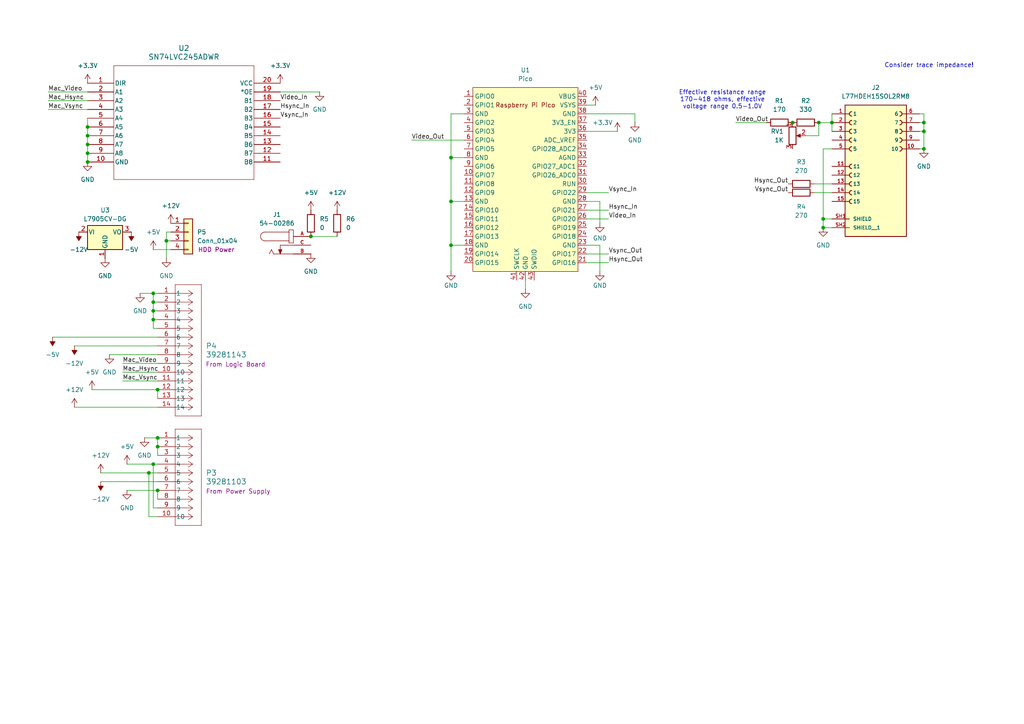
<source format=kicad_sch>
(kicad_sch
	(version 20231120)
	(generator "eeschema")
	(generator_version "8.0")
	(uuid "cd3db6cf-0655-4176-bf02-b799899f7dd5")
	(paper "A4")
	(lib_symbols
		(symbol "Analogous-Board:39281103"
			(pin_names
				(offset 0.254)
			)
			(exclude_from_sim no)
			(in_bom yes)
			(on_board yes)
			(property "Reference" "J"
				(at 8.89 6.35 0)
				(effects
					(font
						(size 1.524 1.524)
					)
				)
			)
			(property "Value" "39281103"
				(at 0 0 0)
				(effects
					(font
						(size 1.524 1.524)
					)
				)
			)
			(property "Footprint" "Analogous-Board:CON_39281103"
				(at 0 0 0)
				(effects
					(font
						(size 1.27 1.27)
						(italic yes)
					)
					(hide yes)
				)
			)
			(property "Datasheet" "39281103"
				(at 0 0 0)
				(effects
					(font
						(size 1.27 1.27)
						(italic yes)
					)
					(hide yes)
				)
			)
			(property "Description" ""
				(at 0 0 0)
				(effects
					(font
						(size 1.27 1.27)
					)
					(hide yes)
				)
			)
			(property "ki_keywords" "39281103"
				(at 0 0 0)
				(effects
					(font
						(size 1.27 1.27)
					)
					(hide yes)
				)
			)
			(property "ki_fp_filters" "CON_39281103"
				(at 0 0 0)
				(effects
					(font
						(size 1.27 1.27)
					)
					(hide yes)
				)
			)
			(symbol "39281103_1_1"
				(polyline
					(pts
						(xy 5.08 -25.4) (xy 12.7 -25.4)
					)
					(stroke
						(width 0.127)
						(type default)
					)
					(fill
						(type none)
					)
				)
				(polyline
					(pts
						(xy 5.08 2.54) (xy 5.08 -25.4)
					)
					(stroke
						(width 0.127)
						(type default)
					)
					(fill
						(type none)
					)
				)
				(polyline
					(pts
						(xy 10.16 -22.86) (xy 5.08 -22.86)
					)
					(stroke
						(width 0.127)
						(type default)
					)
					(fill
						(type none)
					)
				)
				(polyline
					(pts
						(xy 10.16 -22.86) (xy 8.89 -23.7067)
					)
					(stroke
						(width 0.127)
						(type default)
					)
					(fill
						(type none)
					)
				)
				(polyline
					(pts
						(xy 10.16 -22.86) (xy 8.89 -22.0133)
					)
					(stroke
						(width 0.127)
						(type default)
					)
					(fill
						(type none)
					)
				)
				(polyline
					(pts
						(xy 10.16 -20.32) (xy 5.08 -20.32)
					)
					(stroke
						(width 0.127)
						(type default)
					)
					(fill
						(type none)
					)
				)
				(polyline
					(pts
						(xy 10.16 -20.32) (xy 8.89 -21.1667)
					)
					(stroke
						(width 0.127)
						(type default)
					)
					(fill
						(type none)
					)
				)
				(polyline
					(pts
						(xy 10.16 -20.32) (xy 8.89 -19.4733)
					)
					(stroke
						(width 0.127)
						(type default)
					)
					(fill
						(type none)
					)
				)
				(polyline
					(pts
						(xy 10.16 -17.78) (xy 5.08 -17.78)
					)
					(stroke
						(width 0.127)
						(type default)
					)
					(fill
						(type none)
					)
				)
				(polyline
					(pts
						(xy 10.16 -17.78) (xy 8.89 -18.6267)
					)
					(stroke
						(width 0.127)
						(type default)
					)
					(fill
						(type none)
					)
				)
				(polyline
					(pts
						(xy 10.16 -17.78) (xy 8.89 -16.9333)
					)
					(stroke
						(width 0.127)
						(type default)
					)
					(fill
						(type none)
					)
				)
				(polyline
					(pts
						(xy 10.16 -15.24) (xy 5.08 -15.24)
					)
					(stroke
						(width 0.127)
						(type default)
					)
					(fill
						(type none)
					)
				)
				(polyline
					(pts
						(xy 10.16 -15.24) (xy 8.89 -16.0867)
					)
					(stroke
						(width 0.127)
						(type default)
					)
					(fill
						(type none)
					)
				)
				(polyline
					(pts
						(xy 10.16 -15.24) (xy 8.89 -14.3933)
					)
					(stroke
						(width 0.127)
						(type default)
					)
					(fill
						(type none)
					)
				)
				(polyline
					(pts
						(xy 10.16 -12.7) (xy 5.08 -12.7)
					)
					(stroke
						(width 0.127)
						(type default)
					)
					(fill
						(type none)
					)
				)
				(polyline
					(pts
						(xy 10.16 -12.7) (xy 8.89 -13.5467)
					)
					(stroke
						(width 0.127)
						(type default)
					)
					(fill
						(type none)
					)
				)
				(polyline
					(pts
						(xy 10.16 -12.7) (xy 8.89 -11.8533)
					)
					(stroke
						(width 0.127)
						(type default)
					)
					(fill
						(type none)
					)
				)
				(polyline
					(pts
						(xy 10.16 -10.16) (xy 5.08 -10.16)
					)
					(stroke
						(width 0.127)
						(type default)
					)
					(fill
						(type none)
					)
				)
				(polyline
					(pts
						(xy 10.16 -10.16) (xy 8.89 -11.0067)
					)
					(stroke
						(width 0.127)
						(type default)
					)
					(fill
						(type none)
					)
				)
				(polyline
					(pts
						(xy 10.16 -10.16) (xy 8.89 -9.3133)
					)
					(stroke
						(width 0.127)
						(type default)
					)
					(fill
						(type none)
					)
				)
				(polyline
					(pts
						(xy 10.16 -7.62) (xy 5.08 -7.62)
					)
					(stroke
						(width 0.127)
						(type default)
					)
					(fill
						(type none)
					)
				)
				(polyline
					(pts
						(xy 10.16 -7.62) (xy 8.89 -8.4667)
					)
					(stroke
						(width 0.127)
						(type default)
					)
					(fill
						(type none)
					)
				)
				(polyline
					(pts
						(xy 10.16 -7.62) (xy 8.89 -6.7733)
					)
					(stroke
						(width 0.127)
						(type default)
					)
					(fill
						(type none)
					)
				)
				(polyline
					(pts
						(xy 10.16 -5.08) (xy 5.08 -5.08)
					)
					(stroke
						(width 0.127)
						(type default)
					)
					(fill
						(type none)
					)
				)
				(polyline
					(pts
						(xy 10.16 -5.08) (xy 8.89 -5.9267)
					)
					(stroke
						(width 0.127)
						(type default)
					)
					(fill
						(type none)
					)
				)
				(polyline
					(pts
						(xy 10.16 -5.08) (xy 8.89 -4.2333)
					)
					(stroke
						(width 0.127)
						(type default)
					)
					(fill
						(type none)
					)
				)
				(polyline
					(pts
						(xy 10.16 -2.54) (xy 5.08 -2.54)
					)
					(stroke
						(width 0.127)
						(type default)
					)
					(fill
						(type none)
					)
				)
				(polyline
					(pts
						(xy 10.16 -2.54) (xy 8.89 -3.3867)
					)
					(stroke
						(width 0.127)
						(type default)
					)
					(fill
						(type none)
					)
				)
				(polyline
					(pts
						(xy 10.16 -2.54) (xy 8.89 -1.6933)
					)
					(stroke
						(width 0.127)
						(type default)
					)
					(fill
						(type none)
					)
				)
				(polyline
					(pts
						(xy 10.16 0) (xy 5.08 0)
					)
					(stroke
						(width 0.127)
						(type default)
					)
					(fill
						(type none)
					)
				)
				(polyline
					(pts
						(xy 10.16 0) (xy 8.89 -0.8467)
					)
					(stroke
						(width 0.127)
						(type default)
					)
					(fill
						(type none)
					)
				)
				(polyline
					(pts
						(xy 10.16 0) (xy 8.89 0.8467)
					)
					(stroke
						(width 0.127)
						(type default)
					)
					(fill
						(type none)
					)
				)
				(polyline
					(pts
						(xy 12.7 -25.4) (xy 12.7 2.54)
					)
					(stroke
						(width 0.127)
						(type default)
					)
					(fill
						(type none)
					)
				)
				(polyline
					(pts
						(xy 12.7 2.54) (xy 5.08 2.54)
					)
					(stroke
						(width 0.127)
						(type default)
					)
					(fill
						(type none)
					)
				)
				(pin unspecified line
					(at 0 0 0)
					(length 5.08)
					(name "1"
						(effects
							(font
								(size 1.27 1.27)
							)
						)
					)
					(number "1"
						(effects
							(font
								(size 1.27 1.27)
							)
						)
					)
				)
				(pin unspecified line
					(at 0 -22.86 0)
					(length 5.08)
					(name "10"
						(effects
							(font
								(size 1.27 1.27)
							)
						)
					)
					(number "10"
						(effects
							(font
								(size 1.27 1.27)
							)
						)
					)
				)
				(pin unspecified line
					(at 0 -2.54 0)
					(length 5.08)
					(name "2"
						(effects
							(font
								(size 1.27 1.27)
							)
						)
					)
					(number "2"
						(effects
							(font
								(size 1.27 1.27)
							)
						)
					)
				)
				(pin unspecified line
					(at 0 -5.08 0)
					(length 5.08)
					(name "3"
						(effects
							(font
								(size 1.27 1.27)
							)
						)
					)
					(number "3"
						(effects
							(font
								(size 1.27 1.27)
							)
						)
					)
				)
				(pin unspecified line
					(at 0 -7.62 0)
					(length 5.08)
					(name "4"
						(effects
							(font
								(size 1.27 1.27)
							)
						)
					)
					(number "4"
						(effects
							(font
								(size 1.27 1.27)
							)
						)
					)
				)
				(pin unspecified line
					(at 0 -10.16 0)
					(length 5.08)
					(name "5"
						(effects
							(font
								(size 1.27 1.27)
							)
						)
					)
					(number "5"
						(effects
							(font
								(size 1.27 1.27)
							)
						)
					)
				)
				(pin unspecified line
					(at 0 -12.7 0)
					(length 5.08)
					(name "6"
						(effects
							(font
								(size 1.27 1.27)
							)
						)
					)
					(number "6"
						(effects
							(font
								(size 1.27 1.27)
							)
						)
					)
				)
				(pin unspecified line
					(at 0 -15.24 0)
					(length 5.08)
					(name "7"
						(effects
							(font
								(size 1.27 1.27)
							)
						)
					)
					(number "7"
						(effects
							(font
								(size 1.27 1.27)
							)
						)
					)
				)
				(pin unspecified line
					(at 0 -17.78 0)
					(length 5.08)
					(name "8"
						(effects
							(font
								(size 1.27 1.27)
							)
						)
					)
					(number "8"
						(effects
							(font
								(size 1.27 1.27)
							)
						)
					)
				)
				(pin unspecified line
					(at 0 -20.32 0)
					(length 5.08)
					(name "9"
						(effects
							(font
								(size 1.27 1.27)
							)
						)
					)
					(number "9"
						(effects
							(font
								(size 1.27 1.27)
							)
						)
					)
				)
			)
			(symbol "39281103_1_2"
				(polyline
					(pts
						(xy 5.08 -25.4) (xy 12.7 -25.4)
					)
					(stroke
						(width 0.127)
						(type default)
					)
					(fill
						(type none)
					)
				)
				(polyline
					(pts
						(xy 5.08 2.54) (xy 5.08 -25.4)
					)
					(stroke
						(width 0.127)
						(type default)
					)
					(fill
						(type none)
					)
				)
				(polyline
					(pts
						(xy 7.62 -22.86) (xy 5.08 -22.86)
					)
					(stroke
						(width 0.127)
						(type default)
					)
					(fill
						(type none)
					)
				)
				(polyline
					(pts
						(xy 7.62 -22.86) (xy 8.89 -23.7067)
					)
					(stroke
						(width 0.127)
						(type default)
					)
					(fill
						(type none)
					)
				)
				(polyline
					(pts
						(xy 7.62 -22.86) (xy 8.89 -22.0133)
					)
					(stroke
						(width 0.127)
						(type default)
					)
					(fill
						(type none)
					)
				)
				(polyline
					(pts
						(xy 7.62 -20.32) (xy 5.08 -20.32)
					)
					(stroke
						(width 0.127)
						(type default)
					)
					(fill
						(type none)
					)
				)
				(polyline
					(pts
						(xy 7.62 -20.32) (xy 8.89 -21.1667)
					)
					(stroke
						(width 0.127)
						(type default)
					)
					(fill
						(type none)
					)
				)
				(polyline
					(pts
						(xy 7.62 -20.32) (xy 8.89 -19.4733)
					)
					(stroke
						(width 0.127)
						(type default)
					)
					(fill
						(type none)
					)
				)
				(polyline
					(pts
						(xy 7.62 -17.78) (xy 5.08 -17.78)
					)
					(stroke
						(width 0.127)
						(type default)
					)
					(fill
						(type none)
					)
				)
				(polyline
					(pts
						(xy 7.62 -17.78) (xy 8.89 -18.6267)
					)
					(stroke
						(width 0.127)
						(type default)
					)
					(fill
						(type none)
					)
				)
				(polyline
					(pts
						(xy 7.62 -17.78) (xy 8.89 -16.9333)
					)
					(stroke
						(width 0.127)
						(type default)
					)
					(fill
						(type none)
					)
				)
				(polyline
					(pts
						(xy 7.62 -15.24) (xy 5.08 -15.24)
					)
					(stroke
						(width 0.127)
						(type default)
					)
					(fill
						(type none)
					)
				)
				(polyline
					(pts
						(xy 7.62 -15.24) (xy 8.89 -16.0867)
					)
					(stroke
						(width 0.127)
						(type default)
					)
					(fill
						(type none)
					)
				)
				(polyline
					(pts
						(xy 7.62 -15.24) (xy 8.89 -14.3933)
					)
					(stroke
						(width 0.127)
						(type default)
					)
					(fill
						(type none)
					)
				)
				(polyline
					(pts
						(xy 7.62 -12.7) (xy 5.08 -12.7)
					)
					(stroke
						(width 0.127)
						(type default)
					)
					(fill
						(type none)
					)
				)
				(polyline
					(pts
						(xy 7.62 -12.7) (xy 8.89 -13.5467)
					)
					(stroke
						(width 0.127)
						(type default)
					)
					(fill
						(type none)
					)
				)
				(polyline
					(pts
						(xy 7.62 -12.7) (xy 8.89 -11.8533)
					)
					(stroke
						(width 0.127)
						(type default)
					)
					(fill
						(type none)
					)
				)
				(polyline
					(pts
						(xy 7.62 -10.16) (xy 5.08 -10.16)
					)
					(stroke
						(width 0.127)
						(type default)
					)
					(fill
						(type none)
					)
				)
				(polyline
					(pts
						(xy 7.62 -10.16) (xy 8.89 -11.0067)
					)
					(stroke
						(width 0.127)
						(type default)
					)
					(fill
						(type none)
					)
				)
				(polyline
					(pts
						(xy 7.62 -10.16) (xy 8.89 -9.3133)
					)
					(stroke
						(width 0.127)
						(type default)
					)
					(fill
						(type none)
					)
				)
				(polyline
					(pts
						(xy 7.62 -7.62) (xy 5.08 -7.62)
					)
					(stroke
						(width 0.127)
						(type default)
					)
					(fill
						(type none)
					)
				)
				(polyline
					(pts
						(xy 7.62 -7.62) (xy 8.89 -8.4667)
					)
					(stroke
						(width 0.127)
						(type default)
					)
					(fill
						(type none)
					)
				)
				(polyline
					(pts
						(xy 7.62 -7.62) (xy 8.89 -6.7733)
					)
					(stroke
						(width 0.127)
						(type default)
					)
					(fill
						(type none)
					)
				)
				(polyline
					(pts
						(xy 7.62 -5.08) (xy 5.08 -5.08)
					)
					(stroke
						(width 0.127)
						(type default)
					)
					(fill
						(type none)
					)
				)
				(polyline
					(pts
						(xy 7.62 -5.08) (xy 8.89 -5.9267)
					)
					(stroke
						(width 0.127)
						(type default)
					)
					(fill
						(type none)
					)
				)
				(polyline
					(pts
						(xy 7.62 -5.08) (xy 8.89 -4.2333)
					)
					(stroke
						(width 0.127)
						(type default)
					)
					(fill
						(type none)
					)
				)
				(polyline
					(pts
						(xy 7.62 -2.54) (xy 5.08 -2.54)
					)
					(stroke
						(width 0.127)
						(type default)
					)
					(fill
						(type none)
					)
				)
				(polyline
					(pts
						(xy 7.62 -2.54) (xy 8.89 -3.3867)
					)
					(stroke
						(width 0.127)
						(type default)
					)
					(fill
						(type none)
					)
				)
				(polyline
					(pts
						(xy 7.62 -2.54) (xy 8.89 -1.6933)
					)
					(stroke
						(width 0.127)
						(type default)
					)
					(fill
						(type none)
					)
				)
				(polyline
					(pts
						(xy 7.62 0) (xy 5.08 0)
					)
					(stroke
						(width 0.127)
						(type default)
					)
					(fill
						(type none)
					)
				)
				(polyline
					(pts
						(xy 7.62 0) (xy 8.89 -0.8467)
					)
					(stroke
						(width 0.127)
						(type default)
					)
					(fill
						(type none)
					)
				)
				(polyline
					(pts
						(xy 7.62 0) (xy 8.89 0.8467)
					)
					(stroke
						(width 0.127)
						(type default)
					)
					(fill
						(type none)
					)
				)
				(polyline
					(pts
						(xy 12.7 -25.4) (xy 12.7 2.54)
					)
					(stroke
						(width 0.127)
						(type default)
					)
					(fill
						(type none)
					)
				)
				(polyline
					(pts
						(xy 12.7 2.54) (xy 5.08 2.54)
					)
					(stroke
						(width 0.127)
						(type default)
					)
					(fill
						(type none)
					)
				)
				(pin unspecified line
					(at 0 0 0)
					(length 5.08)
					(name "1"
						(effects
							(font
								(size 1.27 1.27)
							)
						)
					)
					(number "1"
						(effects
							(font
								(size 1.27 1.27)
							)
						)
					)
				)
				(pin unspecified line
					(at 0 -22.86 0)
					(length 5.08)
					(name "10"
						(effects
							(font
								(size 1.27 1.27)
							)
						)
					)
					(number "10"
						(effects
							(font
								(size 1.27 1.27)
							)
						)
					)
				)
				(pin unspecified line
					(at 0 -2.54 0)
					(length 5.08)
					(name "2"
						(effects
							(font
								(size 1.27 1.27)
							)
						)
					)
					(number "2"
						(effects
							(font
								(size 1.27 1.27)
							)
						)
					)
				)
				(pin unspecified line
					(at 0 -5.08 0)
					(length 5.08)
					(name "3"
						(effects
							(font
								(size 1.27 1.27)
							)
						)
					)
					(number "3"
						(effects
							(font
								(size 1.27 1.27)
							)
						)
					)
				)
				(pin unspecified line
					(at 0 -7.62 0)
					(length 5.08)
					(name "4"
						(effects
							(font
								(size 1.27 1.27)
							)
						)
					)
					(number "4"
						(effects
							(font
								(size 1.27 1.27)
							)
						)
					)
				)
				(pin unspecified line
					(at 0 -10.16 0)
					(length 5.08)
					(name "5"
						(effects
							(font
								(size 1.27 1.27)
							)
						)
					)
					(number "5"
						(effects
							(font
								(size 1.27 1.27)
							)
						)
					)
				)
				(pin unspecified line
					(at 0 -12.7 0)
					(length 5.08)
					(name "6"
						(effects
							(font
								(size 1.27 1.27)
							)
						)
					)
					(number "6"
						(effects
							(font
								(size 1.27 1.27)
							)
						)
					)
				)
				(pin unspecified line
					(at 0 -15.24 0)
					(length 5.08)
					(name "7"
						(effects
							(font
								(size 1.27 1.27)
							)
						)
					)
					(number "7"
						(effects
							(font
								(size 1.27 1.27)
							)
						)
					)
				)
				(pin unspecified line
					(at 0 -17.78 0)
					(length 5.08)
					(name "8"
						(effects
							(font
								(size 1.27 1.27)
							)
						)
					)
					(number "8"
						(effects
							(font
								(size 1.27 1.27)
							)
						)
					)
				)
				(pin unspecified line
					(at 0 -20.32 0)
					(length 5.08)
					(name "9"
						(effects
							(font
								(size 1.27 1.27)
							)
						)
					)
					(number "9"
						(effects
							(font
								(size 1.27 1.27)
							)
						)
					)
				)
			)
		)
		(symbol "Analogous-Board:39281143"
			(pin_names
				(offset 0.254)
			)
			(exclude_from_sim no)
			(in_bom yes)
			(on_board yes)
			(property "Reference" "J"
				(at 8.89 6.35 0)
				(effects
					(font
						(size 1.524 1.524)
					)
				)
			)
			(property "Value" "39281143"
				(at 0 0 0)
				(effects
					(font
						(size 1.524 1.524)
					)
				)
			)
			(property "Footprint" "CON_39281143"
				(at 0 0 0)
				(effects
					(font
						(size 1.27 1.27)
						(italic yes)
					)
					(hide yes)
				)
			)
			(property "Datasheet" "39281143"
				(at 0 0 0)
				(effects
					(font
						(size 1.27 1.27)
						(italic yes)
					)
					(hide yes)
				)
			)
			(property "Description" ""
				(at 0 0 0)
				(effects
					(font
						(size 1.27 1.27)
					)
					(hide yes)
				)
			)
			(property "ki_locked" ""
				(at 0 0 0)
				(effects
					(font
						(size 1.27 1.27)
					)
				)
			)
			(property "ki_keywords" "39281143"
				(at 0 0 0)
				(effects
					(font
						(size 1.27 1.27)
					)
					(hide yes)
				)
			)
			(property "ki_fp_filters" "CON_39281143"
				(at 0 0 0)
				(effects
					(font
						(size 1.27 1.27)
					)
					(hide yes)
				)
			)
			(symbol "39281143_1_1"
				(polyline
					(pts
						(xy 5.08 -35.56) (xy 12.7 -35.56)
					)
					(stroke
						(width 0.127)
						(type default)
					)
					(fill
						(type none)
					)
				)
				(polyline
					(pts
						(xy 5.08 2.54) (xy 5.08 -35.56)
					)
					(stroke
						(width 0.127)
						(type default)
					)
					(fill
						(type none)
					)
				)
				(polyline
					(pts
						(xy 10.16 -33.02) (xy 5.08 -33.02)
					)
					(stroke
						(width 0.127)
						(type default)
					)
					(fill
						(type none)
					)
				)
				(polyline
					(pts
						(xy 10.16 -33.02) (xy 8.89 -33.8667)
					)
					(stroke
						(width 0.127)
						(type default)
					)
					(fill
						(type none)
					)
				)
				(polyline
					(pts
						(xy 10.16 -33.02) (xy 8.89 -32.1733)
					)
					(stroke
						(width 0.127)
						(type default)
					)
					(fill
						(type none)
					)
				)
				(polyline
					(pts
						(xy 10.16 -30.48) (xy 5.08 -30.48)
					)
					(stroke
						(width 0.127)
						(type default)
					)
					(fill
						(type none)
					)
				)
				(polyline
					(pts
						(xy 10.16 -30.48) (xy 8.89 -31.3267)
					)
					(stroke
						(width 0.127)
						(type default)
					)
					(fill
						(type none)
					)
				)
				(polyline
					(pts
						(xy 10.16 -30.48) (xy 8.89 -29.6333)
					)
					(stroke
						(width 0.127)
						(type default)
					)
					(fill
						(type none)
					)
				)
				(polyline
					(pts
						(xy 10.16 -27.94) (xy 5.08 -27.94)
					)
					(stroke
						(width 0.127)
						(type default)
					)
					(fill
						(type none)
					)
				)
				(polyline
					(pts
						(xy 10.16 -27.94) (xy 8.89 -28.7867)
					)
					(stroke
						(width 0.127)
						(type default)
					)
					(fill
						(type none)
					)
				)
				(polyline
					(pts
						(xy 10.16 -27.94) (xy 8.89 -27.0933)
					)
					(stroke
						(width 0.127)
						(type default)
					)
					(fill
						(type none)
					)
				)
				(polyline
					(pts
						(xy 10.16 -25.4) (xy 5.08 -25.4)
					)
					(stroke
						(width 0.127)
						(type default)
					)
					(fill
						(type none)
					)
				)
				(polyline
					(pts
						(xy 10.16 -25.4) (xy 8.89 -26.2467)
					)
					(stroke
						(width 0.127)
						(type default)
					)
					(fill
						(type none)
					)
				)
				(polyline
					(pts
						(xy 10.16 -25.4) (xy 8.89 -24.5533)
					)
					(stroke
						(width 0.127)
						(type default)
					)
					(fill
						(type none)
					)
				)
				(polyline
					(pts
						(xy 10.16 -22.86) (xy 5.08 -22.86)
					)
					(stroke
						(width 0.127)
						(type default)
					)
					(fill
						(type none)
					)
				)
				(polyline
					(pts
						(xy 10.16 -22.86) (xy 8.89 -23.7067)
					)
					(stroke
						(width 0.127)
						(type default)
					)
					(fill
						(type none)
					)
				)
				(polyline
					(pts
						(xy 10.16 -22.86) (xy 8.89 -22.0133)
					)
					(stroke
						(width 0.127)
						(type default)
					)
					(fill
						(type none)
					)
				)
				(polyline
					(pts
						(xy 10.16 -20.32) (xy 5.08 -20.32)
					)
					(stroke
						(width 0.127)
						(type default)
					)
					(fill
						(type none)
					)
				)
				(polyline
					(pts
						(xy 10.16 -20.32) (xy 8.89 -21.1667)
					)
					(stroke
						(width 0.127)
						(type default)
					)
					(fill
						(type none)
					)
				)
				(polyline
					(pts
						(xy 10.16 -20.32) (xy 8.89 -19.4733)
					)
					(stroke
						(width 0.127)
						(type default)
					)
					(fill
						(type none)
					)
				)
				(polyline
					(pts
						(xy 10.16 -17.78) (xy 5.08 -17.78)
					)
					(stroke
						(width 0.127)
						(type default)
					)
					(fill
						(type none)
					)
				)
				(polyline
					(pts
						(xy 10.16 -17.78) (xy 8.89 -18.6267)
					)
					(stroke
						(width 0.127)
						(type default)
					)
					(fill
						(type none)
					)
				)
				(polyline
					(pts
						(xy 10.16 -17.78) (xy 8.89 -16.9333)
					)
					(stroke
						(width 0.127)
						(type default)
					)
					(fill
						(type none)
					)
				)
				(polyline
					(pts
						(xy 10.16 -15.24) (xy 5.08 -15.24)
					)
					(stroke
						(width 0.127)
						(type default)
					)
					(fill
						(type none)
					)
				)
				(polyline
					(pts
						(xy 10.16 -15.24) (xy 8.89 -16.0867)
					)
					(stroke
						(width 0.127)
						(type default)
					)
					(fill
						(type none)
					)
				)
				(polyline
					(pts
						(xy 10.16 -15.24) (xy 8.89 -14.3933)
					)
					(stroke
						(width 0.127)
						(type default)
					)
					(fill
						(type none)
					)
				)
				(polyline
					(pts
						(xy 10.16 -12.7) (xy 5.08 -12.7)
					)
					(stroke
						(width 0.127)
						(type default)
					)
					(fill
						(type none)
					)
				)
				(polyline
					(pts
						(xy 10.16 -12.7) (xy 8.89 -13.5467)
					)
					(stroke
						(width 0.127)
						(type default)
					)
					(fill
						(type none)
					)
				)
				(polyline
					(pts
						(xy 10.16 -12.7) (xy 8.89 -11.8533)
					)
					(stroke
						(width 0.127)
						(type default)
					)
					(fill
						(type none)
					)
				)
				(polyline
					(pts
						(xy 10.16 -10.16) (xy 5.08 -10.16)
					)
					(stroke
						(width 0.127)
						(type default)
					)
					(fill
						(type none)
					)
				)
				(polyline
					(pts
						(xy 10.16 -10.16) (xy 8.89 -11.0067)
					)
					(stroke
						(width 0.127)
						(type default)
					)
					(fill
						(type none)
					)
				)
				(polyline
					(pts
						(xy 10.16 -10.16) (xy 8.89 -9.3133)
					)
					(stroke
						(width 0.127)
						(type default)
					)
					(fill
						(type none)
					)
				)
				(polyline
					(pts
						(xy 10.16 -7.62) (xy 5.08 -7.62)
					)
					(stroke
						(width 0.127)
						(type default)
					)
					(fill
						(type none)
					)
				)
				(polyline
					(pts
						(xy 10.16 -7.62) (xy 8.89 -8.4667)
					)
					(stroke
						(width 0.127)
						(type default)
					)
					(fill
						(type none)
					)
				)
				(polyline
					(pts
						(xy 10.16 -7.62) (xy 8.89 -6.7733)
					)
					(stroke
						(width 0.127)
						(type default)
					)
					(fill
						(type none)
					)
				)
				(polyline
					(pts
						(xy 10.16 -5.08) (xy 5.08 -5.08)
					)
					(stroke
						(width 0.127)
						(type default)
					)
					(fill
						(type none)
					)
				)
				(polyline
					(pts
						(xy 10.16 -5.08) (xy 8.89 -5.9267)
					)
					(stroke
						(width 0.127)
						(type default)
					)
					(fill
						(type none)
					)
				)
				(polyline
					(pts
						(xy 10.16 -5.08) (xy 8.89 -4.2333)
					)
					(stroke
						(width 0.127)
						(type default)
					)
					(fill
						(type none)
					)
				)
				(polyline
					(pts
						(xy 10.16 -2.54) (xy 5.08 -2.54)
					)
					(stroke
						(width 0.127)
						(type default)
					)
					(fill
						(type none)
					)
				)
				(polyline
					(pts
						(xy 10.16 -2.54) (xy 8.89 -3.3867)
					)
					(stroke
						(width 0.127)
						(type default)
					)
					(fill
						(type none)
					)
				)
				(polyline
					(pts
						(xy 10.16 -2.54) (xy 8.89 -1.6933)
					)
					(stroke
						(width 0.127)
						(type default)
					)
					(fill
						(type none)
					)
				)
				(polyline
					(pts
						(xy 10.16 0) (xy 5.08 0)
					)
					(stroke
						(width 0.127)
						(type default)
					)
					(fill
						(type none)
					)
				)
				(polyline
					(pts
						(xy 10.16 0) (xy 8.89 -0.8467)
					)
					(stroke
						(width 0.127)
						(type default)
					)
					(fill
						(type none)
					)
				)
				(polyline
					(pts
						(xy 10.16 0) (xy 8.89 0.8467)
					)
					(stroke
						(width 0.127)
						(type default)
					)
					(fill
						(type none)
					)
				)
				(polyline
					(pts
						(xy 12.7 -35.56) (xy 12.7 2.54)
					)
					(stroke
						(width 0.127)
						(type default)
					)
					(fill
						(type none)
					)
				)
				(polyline
					(pts
						(xy 12.7 2.54) (xy 5.08 2.54)
					)
					(stroke
						(width 0.127)
						(type default)
					)
					(fill
						(type none)
					)
				)
				(pin unspecified line
					(at 0 0 0)
					(length 5.08)
					(name "1"
						(effects
							(font
								(size 1.27 1.27)
							)
						)
					)
					(number "1"
						(effects
							(font
								(size 1.27 1.27)
							)
						)
					)
				)
				(pin unspecified line
					(at 0 -22.86 0)
					(length 5.08)
					(name "10"
						(effects
							(font
								(size 1.27 1.27)
							)
						)
					)
					(number "10"
						(effects
							(font
								(size 1.27 1.27)
							)
						)
					)
				)
				(pin unspecified line
					(at 0 -25.4 0)
					(length 5.08)
					(name "11"
						(effects
							(font
								(size 1.27 1.27)
							)
						)
					)
					(number "11"
						(effects
							(font
								(size 1.27 1.27)
							)
						)
					)
				)
				(pin unspecified line
					(at 0 -27.94 0)
					(length 5.08)
					(name "12"
						(effects
							(font
								(size 1.27 1.27)
							)
						)
					)
					(number "12"
						(effects
							(font
								(size 1.27 1.27)
							)
						)
					)
				)
				(pin unspecified line
					(at 0 -30.48 0)
					(length 5.08)
					(name "13"
						(effects
							(font
								(size 1.27 1.27)
							)
						)
					)
					(number "13"
						(effects
							(font
								(size 1.27 1.27)
							)
						)
					)
				)
				(pin unspecified line
					(at 0 -33.02 0)
					(length 5.08)
					(name "14"
						(effects
							(font
								(size 1.27 1.27)
							)
						)
					)
					(number "14"
						(effects
							(font
								(size 1.27 1.27)
							)
						)
					)
				)
				(pin unspecified line
					(at 0 -2.54 0)
					(length 5.08)
					(name "2"
						(effects
							(font
								(size 1.27 1.27)
							)
						)
					)
					(number "2"
						(effects
							(font
								(size 1.27 1.27)
							)
						)
					)
				)
				(pin unspecified line
					(at 0 -5.08 0)
					(length 5.08)
					(name "3"
						(effects
							(font
								(size 1.27 1.27)
							)
						)
					)
					(number "3"
						(effects
							(font
								(size 1.27 1.27)
							)
						)
					)
				)
				(pin unspecified line
					(at 0 -7.62 0)
					(length 5.08)
					(name "4"
						(effects
							(font
								(size 1.27 1.27)
							)
						)
					)
					(number "4"
						(effects
							(font
								(size 1.27 1.27)
							)
						)
					)
				)
				(pin unspecified line
					(at 0 -10.16 0)
					(length 5.08)
					(name "5"
						(effects
							(font
								(size 1.27 1.27)
							)
						)
					)
					(number "5"
						(effects
							(font
								(size 1.27 1.27)
							)
						)
					)
				)
				(pin unspecified line
					(at 0 -12.7 0)
					(length 5.08)
					(name "6"
						(effects
							(font
								(size 1.27 1.27)
							)
						)
					)
					(number "6"
						(effects
							(font
								(size 1.27 1.27)
							)
						)
					)
				)
				(pin unspecified line
					(at 0 -15.24 0)
					(length 5.08)
					(name "7"
						(effects
							(font
								(size 1.27 1.27)
							)
						)
					)
					(number "7"
						(effects
							(font
								(size 1.27 1.27)
							)
						)
					)
				)
				(pin unspecified line
					(at 0 -17.78 0)
					(length 5.08)
					(name "8"
						(effects
							(font
								(size 1.27 1.27)
							)
						)
					)
					(number "8"
						(effects
							(font
								(size 1.27 1.27)
							)
						)
					)
				)
				(pin unspecified line
					(at 0 -20.32 0)
					(length 5.08)
					(name "9"
						(effects
							(font
								(size 1.27 1.27)
							)
						)
					)
					(number "9"
						(effects
							(font
								(size 1.27 1.27)
							)
						)
					)
				)
			)
			(symbol "39281143_1_2"
				(polyline
					(pts
						(xy 5.08 -35.56) (xy 12.7 -35.56)
					)
					(stroke
						(width 0.127)
						(type default)
					)
					(fill
						(type none)
					)
				)
				(polyline
					(pts
						(xy 5.08 2.54) (xy 5.08 -35.56)
					)
					(stroke
						(width 0.127)
						(type default)
					)
					(fill
						(type none)
					)
				)
				(polyline
					(pts
						(xy 7.62 -33.02) (xy 5.08 -33.02)
					)
					(stroke
						(width 0.127)
						(type default)
					)
					(fill
						(type none)
					)
				)
				(polyline
					(pts
						(xy 7.62 -33.02) (xy 8.89 -33.8667)
					)
					(stroke
						(width 0.127)
						(type default)
					)
					(fill
						(type none)
					)
				)
				(polyline
					(pts
						(xy 7.62 -33.02) (xy 8.89 -32.1733)
					)
					(stroke
						(width 0.127)
						(type default)
					)
					(fill
						(type none)
					)
				)
				(polyline
					(pts
						(xy 7.62 -30.48) (xy 5.08 -30.48)
					)
					(stroke
						(width 0.127)
						(type default)
					)
					(fill
						(type none)
					)
				)
				(polyline
					(pts
						(xy 7.62 -30.48) (xy 8.89 -31.3267)
					)
					(stroke
						(width 0.127)
						(type default)
					)
					(fill
						(type none)
					)
				)
				(polyline
					(pts
						(xy 7.62 -30.48) (xy 8.89 -29.6333)
					)
					(stroke
						(width 0.127)
						(type default)
					)
					(fill
						(type none)
					)
				)
				(polyline
					(pts
						(xy 7.62 -27.94) (xy 5.08 -27.94)
					)
					(stroke
						(width 0.127)
						(type default)
					)
					(fill
						(type none)
					)
				)
				(polyline
					(pts
						(xy 7.62 -27.94) (xy 8.89 -28.7867)
					)
					(stroke
						(width 0.127)
						(type default)
					)
					(fill
						(type none)
					)
				)
				(polyline
					(pts
						(xy 7.62 -27.94) (xy 8.89 -27.0933)
					)
					(stroke
						(width 0.127)
						(type default)
					)
					(fill
						(type none)
					)
				)
				(polyline
					(pts
						(xy 7.62 -25.4) (xy 5.08 -25.4)
					)
					(stroke
						(width 0.127)
						(type default)
					)
					(fill
						(type none)
					)
				)
				(polyline
					(pts
						(xy 7.62 -25.4) (xy 8.89 -26.2467)
					)
					(stroke
						(width 0.127)
						(type default)
					)
					(fill
						(type none)
					)
				)
				(polyline
					(pts
						(xy 7.62 -25.4) (xy 8.89 -24.5533)
					)
					(stroke
						(width 0.127)
						(type default)
					)
					(fill
						(type none)
					)
				)
				(polyline
					(pts
						(xy 7.62 -22.86) (xy 5.08 -22.86)
					)
					(stroke
						(width 0.127)
						(type default)
					)
					(fill
						(type none)
					)
				)
				(polyline
					(pts
						(xy 7.62 -22.86) (xy 8.89 -23.7067)
					)
					(stroke
						(width 0.127)
						(type default)
					)
					(fill
						(type none)
					)
				)
				(polyline
					(pts
						(xy 7.62 -22.86) (xy 8.89 -22.0133)
					)
					(stroke
						(width 0.127)
						(type default)
					)
					(fill
						(type none)
					)
				)
				(polyline
					(pts
						(xy 7.62 -20.32) (xy 5.08 -20.32)
					)
					(stroke
						(width 0.127)
						(type default)
					)
					(fill
						(type none)
					)
				)
				(polyline
					(pts
						(xy 7.62 -20.32) (xy 8.89 -21.1667)
					)
					(stroke
						(width 0.127)
						(type default)
					)
					(fill
						(type none)
					)
				)
				(polyline
					(pts
						(xy 7.62 -20.32) (xy 8.89 -19.4733)
					)
					(stroke
						(width 0.127)
						(type default)
					)
					(fill
						(type none)
					)
				)
				(polyline
					(pts
						(xy 7.62 -17.78) (xy 5.08 -17.78)
					)
					(stroke
						(width 0.127)
						(type default)
					)
					(fill
						(type none)
					)
				)
				(polyline
					(pts
						(xy 7.62 -17.78) (xy 8.89 -18.6267)
					)
					(stroke
						(width 0.127)
						(type default)
					)
					(fill
						(type none)
					)
				)
				(polyline
					(pts
						(xy 7.62 -17.78) (xy 8.89 -16.9333)
					)
					(stroke
						(width 0.127)
						(type default)
					)
					(fill
						(type none)
					)
				)
				(polyline
					(pts
						(xy 7.62 -15.24) (xy 5.08 -15.24)
					)
					(stroke
						(width 0.127)
						(type default)
					)
					(fill
						(type none)
					)
				)
				(polyline
					(pts
						(xy 7.62 -15.24) (xy 8.89 -16.0867)
					)
					(stroke
						(width 0.127)
						(type default)
					)
					(fill
						(type none)
					)
				)
				(polyline
					(pts
						(xy 7.62 -15.24) (xy 8.89 -14.3933)
					)
					(stroke
						(width 0.127)
						(type default)
					)
					(fill
						(type none)
					)
				)
				(polyline
					(pts
						(xy 7.62 -12.7) (xy 5.08 -12.7)
					)
					(stroke
						(width 0.127)
						(type default)
					)
					(fill
						(type none)
					)
				)
				(polyline
					(pts
						(xy 7.62 -12.7) (xy 8.89 -13.5467)
					)
					(stroke
						(width 0.127)
						(type default)
					)
					(fill
						(type none)
					)
				)
				(polyline
					(pts
						(xy 7.62 -12.7) (xy 8.89 -11.8533)
					)
					(stroke
						(width 0.127)
						(type default)
					)
					(fill
						(type none)
					)
				)
				(polyline
					(pts
						(xy 7.62 -10.16) (xy 5.08 -10.16)
					)
					(stroke
						(width 0.127)
						(type default)
					)
					(fill
						(type none)
					)
				)
				(polyline
					(pts
						(xy 7.62 -10.16) (xy 8.89 -11.0067)
					)
					(stroke
						(width 0.127)
						(type default)
					)
					(fill
						(type none)
					)
				)
				(polyline
					(pts
						(xy 7.62 -10.16) (xy 8.89 -9.3133)
					)
					(stroke
						(width 0.127)
						(type default)
					)
					(fill
						(type none)
					)
				)
				(polyline
					(pts
						(xy 7.62 -7.62) (xy 5.08 -7.62)
					)
					(stroke
						(width 0.127)
						(type default)
					)
					(fill
						(type none)
					)
				)
				(polyline
					(pts
						(xy 7.62 -7.62) (xy 8.89 -8.4667)
					)
					(stroke
						(width 0.127)
						(type default)
					)
					(fill
						(type none)
					)
				)
				(polyline
					(pts
						(xy 7.62 -7.62) (xy 8.89 -6.7733)
					)
					(stroke
						(width 0.127)
						(type default)
					)
					(fill
						(type none)
					)
				)
				(polyline
					(pts
						(xy 7.62 -5.08) (xy 5.08 -5.08)
					)
					(stroke
						(width 0.127)
						(type default)
					)
					(fill
						(type none)
					)
				)
				(polyline
					(pts
						(xy 7.62 -5.08) (xy 8.89 -5.9267)
					)
					(stroke
						(width 0.127)
						(type default)
					)
					(fill
						(type none)
					)
				)
				(polyline
					(pts
						(xy 7.62 -5.08) (xy 8.89 -4.2333)
					)
					(stroke
						(width 0.127)
						(type default)
					)
					(fill
						(type none)
					)
				)
				(polyline
					(pts
						(xy 7.62 -2.54) (xy 5.08 -2.54)
					)
					(stroke
						(width 0.127)
						(type default)
					)
					(fill
						(type none)
					)
				)
				(polyline
					(pts
						(xy 7.62 -2.54) (xy 8.89 -3.3867)
					)
					(stroke
						(width 0.127)
						(type default)
					)
					(fill
						(type none)
					)
				)
				(polyline
					(pts
						(xy 7.62 -2.54) (xy 8.89 -1.6933)
					)
					(stroke
						(width 0.127)
						(type default)
					)
					(fill
						(type none)
					)
				)
				(polyline
					(pts
						(xy 7.62 0) (xy 5.08 0)
					)
					(stroke
						(width 0.127)
						(type default)
					)
					(fill
						(type none)
					)
				)
				(polyline
					(pts
						(xy 7.62 0) (xy 8.89 -0.8467)
					)
					(stroke
						(width 0.127)
						(type default)
					)
					(fill
						(type none)
					)
				)
				(polyline
					(pts
						(xy 7.62 0) (xy 8.89 0.8467)
					)
					(stroke
						(width 0.127)
						(type default)
					)
					(fill
						(type none)
					)
				)
				(polyline
					(pts
						(xy 12.7 -35.56) (xy 12.7 2.54)
					)
					(stroke
						(width 0.127)
						(type default)
					)
					(fill
						(type none)
					)
				)
				(polyline
					(pts
						(xy 12.7 2.54) (xy 5.08 2.54)
					)
					(stroke
						(width 0.127)
						(type default)
					)
					(fill
						(type none)
					)
				)
				(pin unspecified line
					(at 0 0 0)
					(length 5.08)
					(name "1"
						(effects
							(font
								(size 1.27 1.27)
							)
						)
					)
					(number "1"
						(effects
							(font
								(size 1.27 1.27)
							)
						)
					)
				)
				(pin unspecified line
					(at 0 -22.86 0)
					(length 5.08)
					(name "10"
						(effects
							(font
								(size 1.27 1.27)
							)
						)
					)
					(number "10"
						(effects
							(font
								(size 1.27 1.27)
							)
						)
					)
				)
				(pin unspecified line
					(at 0 -25.4 0)
					(length 5.08)
					(name "11"
						(effects
							(font
								(size 1.27 1.27)
							)
						)
					)
					(number "11"
						(effects
							(font
								(size 1.27 1.27)
							)
						)
					)
				)
				(pin unspecified line
					(at 0 -27.94 0)
					(length 5.08)
					(name "12"
						(effects
							(font
								(size 1.27 1.27)
							)
						)
					)
					(number "12"
						(effects
							(font
								(size 1.27 1.27)
							)
						)
					)
				)
				(pin unspecified line
					(at 0 -30.48 0)
					(length 5.08)
					(name "13"
						(effects
							(font
								(size 1.27 1.27)
							)
						)
					)
					(number "13"
						(effects
							(font
								(size 1.27 1.27)
							)
						)
					)
				)
				(pin unspecified line
					(at 0 -33.02 0)
					(length 5.08)
					(name "14"
						(effects
							(font
								(size 1.27 1.27)
							)
						)
					)
					(number "14"
						(effects
							(font
								(size 1.27 1.27)
							)
						)
					)
				)
				(pin unspecified line
					(at 0 -2.54 0)
					(length 5.08)
					(name "2"
						(effects
							(font
								(size 1.27 1.27)
							)
						)
					)
					(number "2"
						(effects
							(font
								(size 1.27 1.27)
							)
						)
					)
				)
				(pin unspecified line
					(at 0 -5.08 0)
					(length 5.08)
					(name "3"
						(effects
							(font
								(size 1.27 1.27)
							)
						)
					)
					(number "3"
						(effects
							(font
								(size 1.27 1.27)
							)
						)
					)
				)
				(pin unspecified line
					(at 0 -7.62 0)
					(length 5.08)
					(name "4"
						(effects
							(font
								(size 1.27 1.27)
							)
						)
					)
					(number "4"
						(effects
							(font
								(size 1.27 1.27)
							)
						)
					)
				)
				(pin unspecified line
					(at 0 -10.16 0)
					(length 5.08)
					(name "5"
						(effects
							(font
								(size 1.27 1.27)
							)
						)
					)
					(number "5"
						(effects
							(font
								(size 1.27 1.27)
							)
						)
					)
				)
				(pin unspecified line
					(at 0 -12.7 0)
					(length 5.08)
					(name "6"
						(effects
							(font
								(size 1.27 1.27)
							)
						)
					)
					(number "6"
						(effects
							(font
								(size 1.27 1.27)
							)
						)
					)
				)
				(pin unspecified line
					(at 0 -15.24 0)
					(length 5.08)
					(name "7"
						(effects
							(font
								(size 1.27 1.27)
							)
						)
					)
					(number "7"
						(effects
							(font
								(size 1.27 1.27)
							)
						)
					)
				)
				(pin unspecified line
					(at 0 -17.78 0)
					(length 5.08)
					(name "8"
						(effects
							(font
								(size 1.27 1.27)
							)
						)
					)
					(number "8"
						(effects
							(font
								(size 1.27 1.27)
							)
						)
					)
				)
				(pin unspecified line
					(at 0 -20.32 0)
					(length 5.08)
					(name "9"
						(effects
							(font
								(size 1.27 1.27)
							)
						)
					)
					(number "9"
						(effects
							(font
								(size 1.27 1.27)
							)
						)
					)
				)
			)
		)
		(symbol "Analogous-Board:54-00286"
			(pin_names
				(offset 1.016)
			)
			(exclude_from_sim no)
			(in_bom yes)
			(on_board yes)
			(property "Reference" "J"
				(at -10.16 5.08 0)
				(effects
					(font
						(size 1.27 1.27)
					)
					(justify left bottom)
				)
			)
			(property "Value" "54-00286"
				(at -10.16 -5.08 0)
				(effects
					(font
						(size 1.27 1.27)
					)
					(justify left bottom)
				)
			)
			(property "Footprint" "Analogous-Board:TENSILITY_54-00286"
				(at 0 0 0)
				(effects
					(font
						(size 1.27 1.27)
					)
					(justify bottom)
					(hide yes)
				)
			)
			(property "Datasheet" ""
				(at 0 0 0)
				(effects
					(font
						(size 1.27 1.27)
					)
					(hide yes)
				)
			)
			(property "Description" ""
				(at 0 0 0)
				(effects
					(font
						(size 1.27 1.27)
					)
					(hide yes)
				)
			)
			(property "PARTREV" "A"
				(at 0 0 0)
				(effects
					(font
						(size 1.27 1.27)
					)
					(justify bottom)
					(hide yes)
				)
			)
			(property "STANDARD" "Manufacturer Recommendations"
				(at 0 0 0)
				(effects
					(font
						(size 1.27 1.27)
					)
					(justify bottom)
					(hide yes)
				)
			)
			(property "SNAPEDA_PN" "54-00286"
				(at 0 0 0)
				(effects
					(font
						(size 1.27 1.27)
					)
					(justify bottom)
					(hide yes)
				)
			)
			(property "MAXIMUM_PACKAGE_HEIGHT" "14.2mm"
				(at 0 0 0)
				(effects
					(font
						(size 1.27 1.27)
					)
					(justify bottom)
					(hide yes)
				)
			)
			(property "MANUFACTURER" "Tensility"
				(at 0 0 0)
				(effects
					(font
						(size 1.27 1.27)
					)
					(justify bottom)
					(hide yes)
				)
			)
			(symbol "54-00286_0_0"
				(arc
					(start -8.255 3.81)
					(mid -9.5194 2.54)
					(end -8.255 1.27)
					(stroke
						(width 0.1524)
						(type default)
					)
					(fill
						(type none)
					)
				)
				(polyline
					(pts
						(xy -8.255 3.81) (xy -1.27 3.81)
					)
					(stroke
						(width 0.1524)
						(type default)
					)
					(fill
						(type none)
					)
				)
				(polyline
					(pts
						(xy -6.35 -1.27) (xy -6.985 -2.54)
					)
					(stroke
						(width 0.1524)
						(type default)
					)
					(fill
						(type none)
					)
				)
				(polyline
					(pts
						(xy -5.715 -2.54) (xy -6.35 -1.27)
					)
					(stroke
						(width 0.1524)
						(type default)
					)
					(fill
						(type none)
					)
				)
				(polyline
					(pts
						(xy -3.81 0) (xy -3.81 -2.54)
					)
					(stroke
						(width 0.1524)
						(type default)
					)
					(fill
						(type none)
					)
				)
				(polyline
					(pts
						(xy -1.27 0.635) (xy 0 0.635)
					)
					(stroke
						(width 0.1524)
						(type default)
					)
					(fill
						(type none)
					)
				)
				(polyline
					(pts
						(xy -1.27 1.27) (xy -8.255 1.27)
					)
					(stroke
						(width 0.1524)
						(type default)
					)
					(fill
						(type none)
					)
				)
				(polyline
					(pts
						(xy -1.27 1.27) (xy -1.27 0.635)
					)
					(stroke
						(width 0.1524)
						(type default)
					)
					(fill
						(type none)
					)
				)
				(polyline
					(pts
						(xy -1.27 3.81) (xy -1.27 1.27)
					)
					(stroke
						(width 0.1524)
						(type default)
					)
					(fill
						(type none)
					)
				)
				(polyline
					(pts
						(xy -1.27 4.445) (xy -1.27 3.81)
					)
					(stroke
						(width 0.1524)
						(type default)
					)
					(fill
						(type none)
					)
				)
				(polyline
					(pts
						(xy 0 -2.54) (xy -5.715 -2.54)
					)
					(stroke
						(width 0.1524)
						(type default)
					)
					(fill
						(type none)
					)
				)
				(polyline
					(pts
						(xy 0 0) (xy -3.81 0)
					)
					(stroke
						(width 0.1524)
						(type default)
					)
					(fill
						(type none)
					)
				)
				(polyline
					(pts
						(xy 0 0.635) (xy 0 4.445)
					)
					(stroke
						(width 0.1524)
						(type default)
					)
					(fill
						(type none)
					)
				)
				(polyline
					(pts
						(xy 0 4.445) (xy -1.27 4.445)
					)
					(stroke
						(width 0.1524)
						(type default)
					)
					(fill
						(type none)
					)
				)
				(polyline
					(pts
						(xy -3.81 -2.54) (xy -4.318 -1.27) (xy -3.302 -1.27) (xy -3.81 -2.54)
					)
					(stroke
						(width 0.1524)
						(type default)
					)
					(fill
						(type outline)
					)
				)
				(pin passive line
					(at 5.08 2.54 180)
					(length 5.08)
					(name "~"
						(effects
							(font
								(size 1.016 1.016)
							)
						)
					)
					(number "A"
						(effects
							(font
								(size 1.016 1.016)
							)
						)
					)
				)
				(pin passive line
					(at 5.08 -2.54 180)
					(length 5.08)
					(name "~"
						(effects
							(font
								(size 1.016 1.016)
							)
						)
					)
					(number "B"
						(effects
							(font
								(size 1.016 1.016)
							)
						)
					)
				)
				(pin passive line
					(at 5.08 0 180)
					(length 5.08)
					(name "~"
						(effects
							(font
								(size 1.016 1.016)
							)
						)
					)
					(number "C"
						(effects
							(font
								(size 1.016 1.016)
							)
						)
					)
				)
			)
		)
		(symbol "Analogous-Board:L77HDEH15SOL2RM8"
			(pin_names
				(offset 1.016)
			)
			(exclude_from_sim no)
			(in_bom yes)
			(on_board yes)
			(property "Reference" "J"
				(at -8.89 18.415 0)
				(effects
					(font
						(size 1.27 1.27)
					)
					(justify left bottom)
				)
			)
			(property "Value" "L77HDEH15SOL2RM8"
				(at -8.89 -22.86 0)
				(effects
					(font
						(size 1.27 1.27)
					)
					(justify left bottom)
				)
			)
			(property "Footprint" "L77HDEH15SOL2RM8:AMPHENOL_L77HDEH15SOL2RM8"
				(at 0 0 0)
				(effects
					(font
						(size 1.27 1.27)
					)
					(justify bottom)
					(hide yes)
				)
			)
			(property "Datasheet" ""
				(at 0 0 0)
				(effects
					(font
						(size 1.27 1.27)
					)
					(hide yes)
				)
			)
			(property "Description" ""
				(at 0 0 0)
				(effects
					(font
						(size 1.27 1.27)
					)
					(hide yes)
				)
			)
			(property "PARTREV" "6"
				(at 0 0 0)
				(effects
					(font
						(size 1.27 1.27)
					)
					(justify bottom)
					(hide yes)
				)
			)
			(property "STANDARD" "Manufacturer Recommendations"
				(at 0 0 0)
				(effects
					(font
						(size 1.27 1.27)
					)
					(justify bottom)
					(hide yes)
				)
			)
			(property "MAXIMUM_PACKAGE_HEIGHT" "12.60 mm"
				(at 0 0 0)
				(effects
					(font
						(size 1.27 1.27)
					)
					(justify bottom)
					(hide yes)
				)
			)
			(property "MANUFACTURER" "Amphenol"
				(at 0 0 0)
				(effects
					(font
						(size 1.27 1.27)
					)
					(justify bottom)
					(hide yes)
				)
			)
			(symbol "L77HDEH15SOL2RM8_0_0"
				(rectangle
					(start -8.89 -20.32)
					(end 8.89 17.78)
					(stroke
						(width 0.254)
						(type default)
					)
					(fill
						(type background)
					)
				)
				(arc
					(start -6.985 -9.525)
					(mid -7.6172 -10.16)
					(end -6.985 -10.795)
					(stroke
						(width 0.254)
						(type default)
					)
					(fill
						(type none)
					)
				)
				(arc
					(start -6.985 -6.985)
					(mid -7.6172 -7.62)
					(end -6.985 -8.255)
					(stroke
						(width 0.254)
						(type default)
					)
					(fill
						(type none)
					)
				)
				(arc
					(start -6.985 -4.445)
					(mid -7.6172 -5.08)
					(end -6.985 -5.715)
					(stroke
						(width 0.254)
						(type default)
					)
					(fill
						(type none)
					)
				)
				(arc
					(start -6.985 -1.905)
					(mid -7.6172 -2.54)
					(end -6.985 -3.175)
					(stroke
						(width 0.254)
						(type default)
					)
					(fill
						(type none)
					)
				)
				(arc
					(start -6.985 0.635)
					(mid -7.6172 0)
					(end -6.985 -0.635)
					(stroke
						(width 0.254)
						(type default)
					)
					(fill
						(type none)
					)
				)
				(arc
					(start -6.985 5.715)
					(mid -7.6172 5.08)
					(end -6.985 4.445)
					(stroke
						(width 0.254)
						(type default)
					)
					(fill
						(type none)
					)
				)
				(arc
					(start -6.985 8.255)
					(mid -7.6172 7.62)
					(end -6.985 6.985)
					(stroke
						(width 0.254)
						(type default)
					)
					(fill
						(type none)
					)
				)
				(arc
					(start -6.985 10.795)
					(mid -7.6172 10.16)
					(end -6.985 9.525)
					(stroke
						(width 0.254)
						(type default)
					)
					(fill
						(type none)
					)
				)
				(arc
					(start -6.985 13.335)
					(mid -7.6172 12.7)
					(end -6.985 12.065)
					(stroke
						(width 0.254)
						(type default)
					)
					(fill
						(type none)
					)
				)
				(arc
					(start -6.985 15.875)
					(mid -7.6172 15.24)
					(end -6.985 14.605)
					(stroke
						(width 0.254)
						(type default)
					)
					(fill
						(type none)
					)
				)
				(arc
					(start 6.985 4.445)
					(mid 7.6172 5.08)
					(end 6.985 5.715)
					(stroke
						(width 0.254)
						(type default)
					)
					(fill
						(type none)
					)
				)
				(arc
					(start 6.985 6.985)
					(mid 7.6172 7.62)
					(end 6.985 8.255)
					(stroke
						(width 0.254)
						(type default)
					)
					(fill
						(type none)
					)
				)
				(arc
					(start 6.985 9.525)
					(mid 7.6172 10.16)
					(end 6.985 10.795)
					(stroke
						(width 0.254)
						(type default)
					)
					(fill
						(type none)
					)
				)
				(arc
					(start 6.985 12.065)
					(mid 7.6172 12.7)
					(end 6.985 13.335)
					(stroke
						(width 0.254)
						(type default)
					)
					(fill
						(type none)
					)
				)
				(arc
					(start 6.985 14.605)
					(mid 7.6172 15.24)
					(end 6.985 15.875)
					(stroke
						(width 0.254)
						(type default)
					)
					(fill
						(type none)
					)
				)
				(pin passive line
					(at -12.7 15.24 0)
					(length 5.08)
					(name "1"
						(effects
							(font
								(size 1.016 1.016)
							)
						)
					)
					(number "1"
						(effects
							(font
								(size 1.016 1.016)
							)
						)
					)
				)
				(pin passive line
					(at 12.7 5.08 180)
					(length 5.08)
					(name "10"
						(effects
							(font
								(size 1.016 1.016)
							)
						)
					)
					(number "10"
						(effects
							(font
								(size 1.016 1.016)
							)
						)
					)
				)
				(pin passive line
					(at -12.7 0 0)
					(length 5.08)
					(name "11"
						(effects
							(font
								(size 1.016 1.016)
							)
						)
					)
					(number "11"
						(effects
							(font
								(size 1.016 1.016)
							)
						)
					)
				)
				(pin passive line
					(at -12.7 -2.54 0)
					(length 5.08)
					(name "12"
						(effects
							(font
								(size 1.016 1.016)
							)
						)
					)
					(number "12"
						(effects
							(font
								(size 1.016 1.016)
							)
						)
					)
				)
				(pin passive line
					(at -12.7 -5.08 0)
					(length 5.08)
					(name "13"
						(effects
							(font
								(size 1.016 1.016)
							)
						)
					)
					(number "13"
						(effects
							(font
								(size 1.016 1.016)
							)
						)
					)
				)
				(pin passive line
					(at -12.7 -7.62 0)
					(length 5.08)
					(name "14"
						(effects
							(font
								(size 1.016 1.016)
							)
						)
					)
					(number "14"
						(effects
							(font
								(size 1.016 1.016)
							)
						)
					)
				)
				(pin passive line
					(at -12.7 -10.16 0)
					(length 5.08)
					(name "15"
						(effects
							(font
								(size 1.016 1.016)
							)
						)
					)
					(number "15"
						(effects
							(font
								(size 1.016 1.016)
							)
						)
					)
				)
				(pin passive line
					(at -12.7 12.7 0)
					(length 5.08)
					(name "2"
						(effects
							(font
								(size 1.016 1.016)
							)
						)
					)
					(number "2"
						(effects
							(font
								(size 1.016 1.016)
							)
						)
					)
				)
				(pin passive line
					(at -12.7 10.16 0)
					(length 5.08)
					(name "3"
						(effects
							(font
								(size 1.016 1.016)
							)
						)
					)
					(number "3"
						(effects
							(font
								(size 1.016 1.016)
							)
						)
					)
				)
				(pin passive line
					(at -12.7 7.62 0)
					(length 5.08)
					(name "4"
						(effects
							(font
								(size 1.016 1.016)
							)
						)
					)
					(number "4"
						(effects
							(font
								(size 1.016 1.016)
							)
						)
					)
				)
				(pin passive line
					(at -12.7 5.08 0)
					(length 5.08)
					(name "5"
						(effects
							(font
								(size 1.016 1.016)
							)
						)
					)
					(number "5"
						(effects
							(font
								(size 1.016 1.016)
							)
						)
					)
				)
				(pin passive line
					(at 12.7 15.24 180)
					(length 5.08)
					(name "6"
						(effects
							(font
								(size 1.016 1.016)
							)
						)
					)
					(number "6"
						(effects
							(font
								(size 1.016 1.016)
							)
						)
					)
				)
				(pin passive line
					(at 12.7 12.7 180)
					(length 5.08)
					(name "7"
						(effects
							(font
								(size 1.016 1.016)
							)
						)
					)
					(number "7"
						(effects
							(font
								(size 1.016 1.016)
							)
						)
					)
				)
				(pin passive line
					(at 12.7 10.16 180)
					(length 5.08)
					(name "8"
						(effects
							(font
								(size 1.016 1.016)
							)
						)
					)
					(number "8"
						(effects
							(font
								(size 1.016 1.016)
							)
						)
					)
				)
				(pin passive line
					(at 12.7 7.62 180)
					(length 5.08)
					(name "9"
						(effects
							(font
								(size 1.016 1.016)
							)
						)
					)
					(number "9"
						(effects
							(font
								(size 1.016 1.016)
							)
						)
					)
				)
				(pin passive line
					(at -12.7 -15.24 0)
					(length 5.08)
					(name "SHIELD"
						(effects
							(font
								(size 1.016 1.016)
							)
						)
					)
					(number "SH1"
						(effects
							(font
								(size 1.016 1.016)
							)
						)
					)
				)
				(pin passive line
					(at -12.7 -17.78 0)
					(length 5.08)
					(name "SHIELD__1"
						(effects
							(font
								(size 1.016 1.016)
							)
						)
					)
					(number "SH2"
						(effects
							(font
								(size 1.016 1.016)
							)
						)
					)
				)
			)
		)
		(symbol "Analogous-Board:Pico"
			(exclude_from_sim no)
			(in_bom yes)
			(on_board yes)
			(property "Reference" "U1"
				(at 0 31.75 0)
				(effects
					(font
						(size 1.27 1.27)
					)
				)
			)
			(property "Value" "Pico"
				(at 0 29.21 0)
				(effects
					(font
						(size 1.27 1.27)
					)
				)
			)
			(property "Footprint" "Analogous-Board:RPi_Pico_SMD_TH"
				(at 0 0 90)
				(effects
					(font
						(size 1.27 1.27)
					)
					(hide yes)
				)
			)
			(property "Datasheet" ""
				(at 0 0 0)
				(effects
					(font
						(size 1.27 1.27)
					)
					(hide yes)
				)
			)
			(property "Description" ""
				(at 0 0 0)
				(effects
					(font
						(size 1.27 1.27)
					)
					(hide yes)
				)
			)
			(symbol "Pico_0_0"
				(text "Raspberry Pi Pico"
					(at 0 21.59 0)
					(effects
						(font
							(size 1.27 1.27)
						)
					)
				)
			)
			(symbol "Pico_0_1"
				(rectangle
					(start -15.24 26.67)
					(end 15.24 -26.67)
					(stroke
						(width 0)
						(type default)
					)
					(fill
						(type background)
					)
				)
			)
			(symbol "Pico_1_1"
				(pin bidirectional line
					(at -17.78 24.13 0)
					(length 2.54)
					(name "GPIO0"
						(effects
							(font
								(size 1.27 1.27)
							)
						)
					)
					(number "1"
						(effects
							(font
								(size 1.27 1.27)
							)
						)
					)
				)
				(pin bidirectional line
					(at -17.78 1.27 0)
					(length 2.54)
					(name "GPIO7"
						(effects
							(font
								(size 1.27 1.27)
							)
						)
					)
					(number "10"
						(effects
							(font
								(size 1.27 1.27)
							)
						)
					)
				)
				(pin bidirectional line
					(at -17.78 -1.27 0)
					(length 2.54)
					(name "GPIO8"
						(effects
							(font
								(size 1.27 1.27)
							)
						)
					)
					(number "11"
						(effects
							(font
								(size 1.27 1.27)
							)
						)
					)
				)
				(pin bidirectional line
					(at -17.78 -3.81 0)
					(length 2.54)
					(name "GPIO9"
						(effects
							(font
								(size 1.27 1.27)
							)
						)
					)
					(number "12"
						(effects
							(font
								(size 1.27 1.27)
							)
						)
					)
				)
				(pin power_in line
					(at -17.78 -6.35 0)
					(length 2.54)
					(name "GND"
						(effects
							(font
								(size 1.27 1.27)
							)
						)
					)
					(number "13"
						(effects
							(font
								(size 1.27 1.27)
							)
						)
					)
				)
				(pin bidirectional line
					(at -17.78 -8.89 0)
					(length 2.54)
					(name "GPIO10"
						(effects
							(font
								(size 1.27 1.27)
							)
						)
					)
					(number "14"
						(effects
							(font
								(size 1.27 1.27)
							)
						)
					)
				)
				(pin bidirectional line
					(at -17.78 -11.43 0)
					(length 2.54)
					(name "GPIO11"
						(effects
							(font
								(size 1.27 1.27)
							)
						)
					)
					(number "15"
						(effects
							(font
								(size 1.27 1.27)
							)
						)
					)
				)
				(pin bidirectional line
					(at -17.78 -13.97 0)
					(length 2.54)
					(name "GPIO12"
						(effects
							(font
								(size 1.27 1.27)
							)
						)
					)
					(number "16"
						(effects
							(font
								(size 1.27 1.27)
							)
						)
					)
				)
				(pin bidirectional line
					(at -17.78 -16.51 0)
					(length 2.54)
					(name "GPIO13"
						(effects
							(font
								(size 1.27 1.27)
							)
						)
					)
					(number "17"
						(effects
							(font
								(size 1.27 1.27)
							)
						)
					)
				)
				(pin power_in line
					(at -17.78 -19.05 0)
					(length 2.54)
					(name "GND"
						(effects
							(font
								(size 1.27 1.27)
							)
						)
					)
					(number "18"
						(effects
							(font
								(size 1.27 1.27)
							)
						)
					)
				)
				(pin bidirectional line
					(at -17.78 -21.59 0)
					(length 2.54)
					(name "GPIO14"
						(effects
							(font
								(size 1.27 1.27)
							)
						)
					)
					(number "19"
						(effects
							(font
								(size 1.27 1.27)
							)
						)
					)
				)
				(pin bidirectional line
					(at -17.78 21.59 0)
					(length 2.54)
					(name "GPIO1"
						(effects
							(font
								(size 1.27 1.27)
							)
						)
					)
					(number "2"
						(effects
							(font
								(size 1.27 1.27)
							)
						)
					)
				)
				(pin bidirectional line
					(at -17.78 -24.13 0)
					(length 2.54)
					(name "GPIO15"
						(effects
							(font
								(size 1.27 1.27)
							)
						)
					)
					(number "20"
						(effects
							(font
								(size 1.27 1.27)
							)
						)
					)
				)
				(pin bidirectional line
					(at 17.78 -24.13 180)
					(length 2.54)
					(name "GPIO16"
						(effects
							(font
								(size 1.27 1.27)
							)
						)
					)
					(number "21"
						(effects
							(font
								(size 1.27 1.27)
							)
						)
					)
				)
				(pin bidirectional line
					(at 17.78 -21.59 180)
					(length 2.54)
					(name "GPIO17"
						(effects
							(font
								(size 1.27 1.27)
							)
						)
					)
					(number "22"
						(effects
							(font
								(size 1.27 1.27)
							)
						)
					)
				)
				(pin power_in line
					(at 17.78 -19.05 180)
					(length 2.54)
					(name "GND"
						(effects
							(font
								(size 1.27 1.27)
							)
						)
					)
					(number "23"
						(effects
							(font
								(size 1.27 1.27)
							)
						)
					)
				)
				(pin bidirectional line
					(at 17.78 -16.51 180)
					(length 2.54)
					(name "GPIO18"
						(effects
							(font
								(size 1.27 1.27)
							)
						)
					)
					(number "24"
						(effects
							(font
								(size 1.27 1.27)
							)
						)
					)
				)
				(pin bidirectional line
					(at 17.78 -13.97 180)
					(length 2.54)
					(name "GPIO19"
						(effects
							(font
								(size 1.27 1.27)
							)
						)
					)
					(number "25"
						(effects
							(font
								(size 1.27 1.27)
							)
						)
					)
				)
				(pin bidirectional line
					(at 17.78 -11.43 180)
					(length 2.54)
					(name "GPIO20"
						(effects
							(font
								(size 1.27 1.27)
							)
						)
					)
					(number "26"
						(effects
							(font
								(size 1.27 1.27)
							)
						)
					)
				)
				(pin bidirectional line
					(at 17.78 -8.89 180)
					(length 2.54)
					(name "GPIO21"
						(effects
							(font
								(size 1.27 1.27)
							)
						)
					)
					(number "27"
						(effects
							(font
								(size 1.27 1.27)
							)
						)
					)
				)
				(pin power_in line
					(at 17.78 -6.35 180)
					(length 2.54)
					(name "GND"
						(effects
							(font
								(size 1.27 1.27)
							)
						)
					)
					(number "28"
						(effects
							(font
								(size 1.27 1.27)
							)
						)
					)
				)
				(pin bidirectional line
					(at 17.78 -3.81 180)
					(length 2.54)
					(name "GPIO22"
						(effects
							(font
								(size 1.27 1.27)
							)
						)
					)
					(number "29"
						(effects
							(font
								(size 1.27 1.27)
							)
						)
					)
				)
				(pin power_in line
					(at -17.78 19.05 0)
					(length 2.54)
					(name "GND"
						(effects
							(font
								(size 1.27 1.27)
							)
						)
					)
					(number "3"
						(effects
							(font
								(size 1.27 1.27)
							)
						)
					)
				)
				(pin input line
					(at 17.78 -1.27 180)
					(length 2.54)
					(name "RUN"
						(effects
							(font
								(size 1.27 1.27)
							)
						)
					)
					(number "30"
						(effects
							(font
								(size 1.27 1.27)
							)
						)
					)
				)
				(pin bidirectional line
					(at 17.78 1.27 180)
					(length 2.54)
					(name "GPIO26_ADC0"
						(effects
							(font
								(size 1.27 1.27)
							)
						)
					)
					(number "31"
						(effects
							(font
								(size 1.27 1.27)
							)
						)
					)
				)
				(pin bidirectional line
					(at 17.78 3.81 180)
					(length 2.54)
					(name "GPIO27_ADC1"
						(effects
							(font
								(size 1.27 1.27)
							)
						)
					)
					(number "32"
						(effects
							(font
								(size 1.27 1.27)
							)
						)
					)
				)
				(pin power_in line
					(at 17.78 6.35 180)
					(length 2.54)
					(name "AGND"
						(effects
							(font
								(size 1.27 1.27)
							)
						)
					)
					(number "33"
						(effects
							(font
								(size 1.27 1.27)
							)
						)
					)
				)
				(pin bidirectional line
					(at 17.78 8.89 180)
					(length 2.54)
					(name "GPIO28_ADC2"
						(effects
							(font
								(size 1.27 1.27)
							)
						)
					)
					(number "34"
						(effects
							(font
								(size 1.27 1.27)
							)
						)
					)
				)
				(pin power_in line
					(at 17.78 11.43 180)
					(length 2.54)
					(name "ADC_VREF"
						(effects
							(font
								(size 1.27 1.27)
							)
						)
					)
					(number "35"
						(effects
							(font
								(size 1.27 1.27)
							)
						)
					)
				)
				(pin power_in line
					(at 17.78 13.97 180)
					(length 2.54)
					(name "3V3"
						(effects
							(font
								(size 1.27 1.27)
							)
						)
					)
					(number "36"
						(effects
							(font
								(size 1.27 1.27)
							)
						)
					)
				)
				(pin input line
					(at 17.78 16.51 180)
					(length 2.54)
					(name "3V3_EN"
						(effects
							(font
								(size 1.27 1.27)
							)
						)
					)
					(number "37"
						(effects
							(font
								(size 1.27 1.27)
							)
						)
					)
				)
				(pin bidirectional line
					(at 17.78 19.05 180)
					(length 2.54)
					(name "GND"
						(effects
							(font
								(size 1.27 1.27)
							)
						)
					)
					(number "38"
						(effects
							(font
								(size 1.27 1.27)
							)
						)
					)
				)
				(pin power_in line
					(at 17.78 21.59 180)
					(length 2.54)
					(name "VSYS"
						(effects
							(font
								(size 1.27 1.27)
							)
						)
					)
					(number "39"
						(effects
							(font
								(size 1.27 1.27)
							)
						)
					)
				)
				(pin bidirectional line
					(at -17.78 16.51 0)
					(length 2.54)
					(name "GPIO2"
						(effects
							(font
								(size 1.27 1.27)
							)
						)
					)
					(number "4"
						(effects
							(font
								(size 1.27 1.27)
							)
						)
					)
				)
				(pin power_in line
					(at 17.78 24.13 180)
					(length 2.54)
					(name "VBUS"
						(effects
							(font
								(size 1.27 1.27)
							)
						)
					)
					(number "40"
						(effects
							(font
								(size 1.27 1.27)
							)
						)
					)
				)
				(pin input line
					(at -2.54 -29.21 90)
					(length 2.54)
					(name "SWCLK"
						(effects
							(font
								(size 1.27 1.27)
							)
						)
					)
					(number "41"
						(effects
							(font
								(size 1.27 1.27)
							)
						)
					)
				)
				(pin power_in line
					(at 0 -29.21 90)
					(length 2.54)
					(name "GND"
						(effects
							(font
								(size 1.27 1.27)
							)
						)
					)
					(number "42"
						(effects
							(font
								(size 1.27 1.27)
							)
						)
					)
				)
				(pin bidirectional line
					(at 2.54 -29.21 90)
					(length 2.54)
					(name "SWDIO"
						(effects
							(font
								(size 1.27 1.27)
							)
						)
					)
					(number "43"
						(effects
							(font
								(size 1.27 1.27)
							)
						)
					)
				)
				(pin bidirectional line
					(at -17.78 13.97 0)
					(length 2.54)
					(name "GPIO3"
						(effects
							(font
								(size 1.27 1.27)
							)
						)
					)
					(number "5"
						(effects
							(font
								(size 1.27 1.27)
							)
						)
					)
				)
				(pin bidirectional line
					(at -17.78 11.43 0)
					(length 2.54)
					(name "GPIO4"
						(effects
							(font
								(size 1.27 1.27)
							)
						)
					)
					(number "6"
						(effects
							(font
								(size 1.27 1.27)
							)
						)
					)
				)
				(pin bidirectional line
					(at -17.78 8.89 0)
					(length 2.54)
					(name "GPIO5"
						(effects
							(font
								(size 1.27 1.27)
							)
						)
					)
					(number "7"
						(effects
							(font
								(size 1.27 1.27)
							)
						)
					)
				)
				(pin power_in line
					(at -17.78 6.35 0)
					(length 2.54)
					(name "GND"
						(effects
							(font
								(size 1.27 1.27)
							)
						)
					)
					(number "8"
						(effects
							(font
								(size 1.27 1.27)
							)
						)
					)
				)
				(pin bidirectional line
					(at -17.78 3.81 0)
					(length 2.54)
					(name "GPIO6"
						(effects
							(font
								(size 1.27 1.27)
							)
						)
					)
					(number "9"
						(effects
							(font
								(size 1.27 1.27)
							)
						)
					)
				)
			)
		)
		(symbol "Analogous-Board:SN74LVC245ADWR"
			(pin_names
				(offset 0.254)
			)
			(exclude_from_sim no)
			(in_bom yes)
			(on_board yes)
			(property "Reference" "U"
				(at 27.94 10.16 0)
				(effects
					(font
						(size 1.524 1.524)
					)
				)
			)
			(property "Value" "SN74LVC245ADWR"
				(at 27.94 7.62 0)
				(effects
					(font
						(size 1.524 1.524)
					)
				)
			)
			(property "Footprint" "Analogous-Board:DW20-M"
				(at 0 0 0)
				(effects
					(font
						(size 1.27 1.27)
						(italic yes)
					)
					(hide yes)
				)
			)
			(property "Datasheet" "SN74LVC245ADWR"
				(at 0 0 0)
				(effects
					(font
						(size 1.27 1.27)
						(italic yes)
					)
					(hide yes)
				)
			)
			(property "Description" ""
				(at 0 0 0)
				(effects
					(font
						(size 1.27 1.27)
					)
					(hide yes)
				)
			)
			(property "ki_keywords" "SN74LVC245ADWR"
				(at 0 0 0)
				(effects
					(font
						(size 1.27 1.27)
					)
					(hide yes)
				)
			)
			(property "ki_fp_filters" "DW20 DW20-M DW20-L"
				(at 0 0 0)
				(effects
					(font
						(size 1.27 1.27)
					)
					(hide yes)
				)
			)
			(symbol "SN74LVC245ADWR_0_1"
				(polyline
					(pts
						(xy 7.62 -27.94) (xy 48.26 -27.94)
					)
					(stroke
						(width 0.127)
						(type default)
					)
					(fill
						(type none)
					)
				)
				(polyline
					(pts
						(xy 7.62 5.08) (xy 7.62 -27.94)
					)
					(stroke
						(width 0.127)
						(type default)
					)
					(fill
						(type none)
					)
				)
				(polyline
					(pts
						(xy 48.26 -27.94) (xy 48.26 5.08)
					)
					(stroke
						(width 0.127)
						(type default)
					)
					(fill
						(type none)
					)
				)
				(polyline
					(pts
						(xy 48.26 5.08) (xy 7.62 5.08)
					)
					(stroke
						(width 0.127)
						(type default)
					)
					(fill
						(type none)
					)
				)
				(pin input line
					(at 0 0 0)
					(length 7.62)
					(name "DIR"
						(effects
							(font
								(size 1.27 1.27)
							)
						)
					)
					(number "1"
						(effects
							(font
								(size 1.27 1.27)
							)
						)
					)
				)
				(pin power_in line
					(at 0 -22.86 0)
					(length 7.62)
					(name "GND"
						(effects
							(font
								(size 1.27 1.27)
							)
						)
					)
					(number "10"
						(effects
							(font
								(size 1.27 1.27)
							)
						)
					)
				)
				(pin bidirectional line
					(at 55.88 -22.86 180)
					(length 7.62)
					(name "B8"
						(effects
							(font
								(size 1.27 1.27)
							)
						)
					)
					(number "11"
						(effects
							(font
								(size 1.27 1.27)
							)
						)
					)
				)
				(pin bidirectional line
					(at 55.88 -20.32 180)
					(length 7.62)
					(name "B7"
						(effects
							(font
								(size 1.27 1.27)
							)
						)
					)
					(number "12"
						(effects
							(font
								(size 1.27 1.27)
							)
						)
					)
				)
				(pin bidirectional line
					(at 55.88 -17.78 180)
					(length 7.62)
					(name "B6"
						(effects
							(font
								(size 1.27 1.27)
							)
						)
					)
					(number "13"
						(effects
							(font
								(size 1.27 1.27)
							)
						)
					)
				)
				(pin bidirectional line
					(at 55.88 -15.24 180)
					(length 7.62)
					(name "B5"
						(effects
							(font
								(size 1.27 1.27)
							)
						)
					)
					(number "14"
						(effects
							(font
								(size 1.27 1.27)
							)
						)
					)
				)
				(pin bidirectional line
					(at 55.88 -12.7 180)
					(length 7.62)
					(name "B4"
						(effects
							(font
								(size 1.27 1.27)
							)
						)
					)
					(number "15"
						(effects
							(font
								(size 1.27 1.27)
							)
						)
					)
				)
				(pin bidirectional line
					(at 55.88 -10.16 180)
					(length 7.62)
					(name "B3"
						(effects
							(font
								(size 1.27 1.27)
							)
						)
					)
					(number "16"
						(effects
							(font
								(size 1.27 1.27)
							)
						)
					)
				)
				(pin bidirectional line
					(at 55.88 -7.62 180)
					(length 7.62)
					(name "B2"
						(effects
							(font
								(size 1.27 1.27)
							)
						)
					)
					(number "17"
						(effects
							(font
								(size 1.27 1.27)
							)
						)
					)
				)
				(pin bidirectional line
					(at 55.88 -5.08 180)
					(length 7.62)
					(name "B1"
						(effects
							(font
								(size 1.27 1.27)
							)
						)
					)
					(number "18"
						(effects
							(font
								(size 1.27 1.27)
							)
						)
					)
				)
				(pin input line
					(at 55.88 -2.54 180)
					(length 7.62)
					(name "*OE"
						(effects
							(font
								(size 1.27 1.27)
							)
						)
					)
					(number "19"
						(effects
							(font
								(size 1.27 1.27)
							)
						)
					)
				)
				(pin bidirectional line
					(at 0 -2.54 0)
					(length 7.62)
					(name "A1"
						(effects
							(font
								(size 1.27 1.27)
							)
						)
					)
					(number "2"
						(effects
							(font
								(size 1.27 1.27)
							)
						)
					)
				)
				(pin power_in line
					(at 55.88 0 180)
					(length 7.62)
					(name "VCC"
						(effects
							(font
								(size 1.27 1.27)
							)
						)
					)
					(number "20"
						(effects
							(font
								(size 1.27 1.27)
							)
						)
					)
				)
				(pin bidirectional line
					(at 0 -5.08 0)
					(length 7.62)
					(name "A2"
						(effects
							(font
								(size 1.27 1.27)
							)
						)
					)
					(number "3"
						(effects
							(font
								(size 1.27 1.27)
							)
						)
					)
				)
				(pin bidirectional line
					(at 0 -7.62 0)
					(length 7.62)
					(name "A3"
						(effects
							(font
								(size 1.27 1.27)
							)
						)
					)
					(number "4"
						(effects
							(font
								(size 1.27 1.27)
							)
						)
					)
				)
				(pin bidirectional line
					(at 0 -10.16 0)
					(length 7.62)
					(name "A4"
						(effects
							(font
								(size 1.27 1.27)
							)
						)
					)
					(number "5"
						(effects
							(font
								(size 1.27 1.27)
							)
						)
					)
				)
				(pin bidirectional line
					(at 0 -12.7 0)
					(length 7.62)
					(name "A5"
						(effects
							(font
								(size 1.27 1.27)
							)
						)
					)
					(number "6"
						(effects
							(font
								(size 1.27 1.27)
							)
						)
					)
				)
				(pin bidirectional line
					(at 0 -15.24 0)
					(length 7.62)
					(name "A6"
						(effects
							(font
								(size 1.27 1.27)
							)
						)
					)
					(number "7"
						(effects
							(font
								(size 1.27 1.27)
							)
						)
					)
				)
				(pin bidirectional line
					(at 0 -17.78 0)
					(length 7.62)
					(name "A7"
						(effects
							(font
								(size 1.27 1.27)
							)
						)
					)
					(number "8"
						(effects
							(font
								(size 1.27 1.27)
							)
						)
					)
				)
				(pin bidirectional line
					(at 0 -20.32 0)
					(length 7.62)
					(name "A8"
						(effects
							(font
								(size 1.27 1.27)
							)
						)
					)
					(number "9"
						(effects
							(font
								(size 1.27 1.27)
							)
						)
					)
				)
			)
		)
		(symbol "Connector_Generic:Conn_01x04"
			(pin_names
				(offset 1.016) hide)
			(exclude_from_sim no)
			(in_bom yes)
			(on_board yes)
			(property "Reference" "J"
				(at 0 5.08 0)
				(effects
					(font
						(size 1.27 1.27)
					)
				)
			)
			(property "Value" "Conn_01x04"
				(at 0 -7.62 0)
				(effects
					(font
						(size 1.27 1.27)
					)
				)
			)
			(property "Footprint" ""
				(at 0 0 0)
				(effects
					(font
						(size 1.27 1.27)
					)
					(hide yes)
				)
			)
			(property "Datasheet" "~"
				(at 0 0 0)
				(effects
					(font
						(size 1.27 1.27)
					)
					(hide yes)
				)
			)
			(property "Description" "Generic connector, single row, 01x04, script generated (kicad-library-utils/schlib/autogen/connector/)"
				(at 0 0 0)
				(effects
					(font
						(size 1.27 1.27)
					)
					(hide yes)
				)
			)
			(property "ki_keywords" "connector"
				(at 0 0 0)
				(effects
					(font
						(size 1.27 1.27)
					)
					(hide yes)
				)
			)
			(property "ki_fp_filters" "Connector*:*_1x??_*"
				(at 0 0 0)
				(effects
					(font
						(size 1.27 1.27)
					)
					(hide yes)
				)
			)
			(symbol "Conn_01x04_1_1"
				(rectangle
					(start -1.27 -4.953)
					(end 0 -5.207)
					(stroke
						(width 0.1524)
						(type default)
					)
					(fill
						(type none)
					)
				)
				(rectangle
					(start -1.27 -2.413)
					(end 0 -2.667)
					(stroke
						(width 0.1524)
						(type default)
					)
					(fill
						(type none)
					)
				)
				(rectangle
					(start -1.27 0.127)
					(end 0 -0.127)
					(stroke
						(width 0.1524)
						(type default)
					)
					(fill
						(type none)
					)
				)
				(rectangle
					(start -1.27 2.667)
					(end 0 2.413)
					(stroke
						(width 0.1524)
						(type default)
					)
					(fill
						(type none)
					)
				)
				(rectangle
					(start -1.27 3.81)
					(end 1.27 -6.35)
					(stroke
						(width 0.254)
						(type default)
					)
					(fill
						(type background)
					)
				)
				(pin passive line
					(at -5.08 2.54 0)
					(length 3.81)
					(name "Pin_1"
						(effects
							(font
								(size 1.27 1.27)
							)
						)
					)
					(number "1"
						(effects
							(font
								(size 1.27 1.27)
							)
						)
					)
				)
				(pin passive line
					(at -5.08 0 0)
					(length 3.81)
					(name "Pin_2"
						(effects
							(font
								(size 1.27 1.27)
							)
						)
					)
					(number "2"
						(effects
							(font
								(size 1.27 1.27)
							)
						)
					)
				)
				(pin passive line
					(at -5.08 -2.54 0)
					(length 3.81)
					(name "Pin_3"
						(effects
							(font
								(size 1.27 1.27)
							)
						)
					)
					(number "3"
						(effects
							(font
								(size 1.27 1.27)
							)
						)
					)
				)
				(pin passive line
					(at -5.08 -5.08 0)
					(length 3.81)
					(name "Pin_4"
						(effects
							(font
								(size 1.27 1.27)
							)
						)
					)
					(number "4"
						(effects
							(font
								(size 1.27 1.27)
							)
						)
					)
				)
			)
		)
		(symbol "Device:R"
			(pin_numbers hide)
			(pin_names
				(offset 0)
			)
			(exclude_from_sim no)
			(in_bom yes)
			(on_board yes)
			(property "Reference" "R"
				(at 2.032 0 90)
				(effects
					(font
						(size 1.27 1.27)
					)
				)
			)
			(property "Value" "R"
				(at 0 0 90)
				(effects
					(font
						(size 1.27 1.27)
					)
				)
			)
			(property "Footprint" ""
				(at -1.778 0 90)
				(effects
					(font
						(size 1.27 1.27)
					)
					(hide yes)
				)
			)
			(property "Datasheet" "~"
				(at 0 0 0)
				(effects
					(font
						(size 1.27 1.27)
					)
					(hide yes)
				)
			)
			(property "Description" "Resistor"
				(at 0 0 0)
				(effects
					(font
						(size 1.27 1.27)
					)
					(hide yes)
				)
			)
			(property "ki_keywords" "R res resistor"
				(at 0 0 0)
				(effects
					(font
						(size 1.27 1.27)
					)
					(hide yes)
				)
			)
			(property "ki_fp_filters" "R_*"
				(at 0 0 0)
				(effects
					(font
						(size 1.27 1.27)
					)
					(hide yes)
				)
			)
			(symbol "R_0_1"
				(rectangle
					(start -1.016 -2.54)
					(end 1.016 2.54)
					(stroke
						(width 0.254)
						(type default)
					)
					(fill
						(type none)
					)
				)
			)
			(symbol "R_1_1"
				(pin passive line
					(at 0 3.81 270)
					(length 1.27)
					(name "~"
						(effects
							(font
								(size 1.27 1.27)
							)
						)
					)
					(number "1"
						(effects
							(font
								(size 1.27 1.27)
							)
						)
					)
				)
				(pin passive line
					(at 0 -3.81 90)
					(length 1.27)
					(name "~"
						(effects
							(font
								(size 1.27 1.27)
							)
						)
					)
					(number "2"
						(effects
							(font
								(size 1.27 1.27)
							)
						)
					)
				)
			)
		)
		(symbol "Device:R_Potentiometer"
			(pin_names
				(offset 1.016) hide)
			(exclude_from_sim no)
			(in_bom yes)
			(on_board yes)
			(property "Reference" "RV"
				(at -4.445 0 90)
				(effects
					(font
						(size 1.27 1.27)
					)
				)
			)
			(property "Value" "R_Potentiometer"
				(at -2.54 0 90)
				(effects
					(font
						(size 1.27 1.27)
					)
				)
			)
			(property "Footprint" ""
				(at 0 0 0)
				(effects
					(font
						(size 1.27 1.27)
					)
					(hide yes)
				)
			)
			(property "Datasheet" "~"
				(at 0 0 0)
				(effects
					(font
						(size 1.27 1.27)
					)
					(hide yes)
				)
			)
			(property "Description" "Potentiometer"
				(at 0 0 0)
				(effects
					(font
						(size 1.27 1.27)
					)
					(hide yes)
				)
			)
			(property "ki_keywords" "resistor variable"
				(at 0 0 0)
				(effects
					(font
						(size 1.27 1.27)
					)
					(hide yes)
				)
			)
			(property "ki_fp_filters" "Potentiometer*"
				(at 0 0 0)
				(effects
					(font
						(size 1.27 1.27)
					)
					(hide yes)
				)
			)
			(symbol "R_Potentiometer_0_1"
				(polyline
					(pts
						(xy 2.54 0) (xy 1.524 0)
					)
					(stroke
						(width 0)
						(type default)
					)
					(fill
						(type none)
					)
				)
				(polyline
					(pts
						(xy 1.143 0) (xy 2.286 0.508) (xy 2.286 -0.508) (xy 1.143 0)
					)
					(stroke
						(width 0)
						(type default)
					)
					(fill
						(type outline)
					)
				)
				(rectangle
					(start 1.016 2.54)
					(end -1.016 -2.54)
					(stroke
						(width 0.254)
						(type default)
					)
					(fill
						(type none)
					)
				)
			)
			(symbol "R_Potentiometer_1_1"
				(pin passive line
					(at 0 3.81 270)
					(length 1.27)
					(name "1"
						(effects
							(font
								(size 1.27 1.27)
							)
						)
					)
					(number "1"
						(effects
							(font
								(size 1.27 1.27)
							)
						)
					)
				)
				(pin passive line
					(at 3.81 0 180)
					(length 1.27)
					(name "2"
						(effects
							(font
								(size 1.27 1.27)
							)
						)
					)
					(number "2"
						(effects
							(font
								(size 1.27 1.27)
							)
						)
					)
				)
				(pin passive line
					(at 0 -3.81 90)
					(length 1.27)
					(name "3"
						(effects
							(font
								(size 1.27 1.27)
							)
						)
					)
					(number "3"
						(effects
							(font
								(size 1.27 1.27)
							)
						)
					)
				)
			)
		)
		(symbol "Regulator_Linear:L7905"
			(pin_names
				(offset 0.254)
			)
			(exclude_from_sim no)
			(in_bom yes)
			(on_board yes)
			(property "Reference" "U"
				(at -3.81 -3.175 0)
				(effects
					(font
						(size 1.27 1.27)
					)
				)
			)
			(property "Value" "L7905"
				(at 0 -3.175 0)
				(effects
					(font
						(size 1.27 1.27)
					)
					(justify left)
				)
			)
			(property "Footprint" ""
				(at 0 -5.08 0)
				(effects
					(font
						(size 1.27 1.27)
						(italic yes)
					)
					(hide yes)
				)
			)
			(property "Datasheet" "http://www.st.com/content/ccc/resource/technical/document/datasheet/c9/16/86/41/c7/2b/45/f2/CD00000450.pdf/files/CD00000450.pdf/jcr:content/translations/en.CD00000450.pdf"
				(at 0 0 0)
				(effects
					(font
						(size 1.27 1.27)
					)
					(hide yes)
				)
			)
			(property "Description" "Negative 1.5A 35V Linear Regulator, Fixed Output -5V, TO-220/TO-263"
				(at 0 0 0)
				(effects
					(font
						(size 1.27 1.27)
					)
					(hide yes)
				)
			)
			(property "ki_keywords" "Voltage Regulator 1.5A Negative"
				(at 0 0 0)
				(effects
					(font
						(size 1.27 1.27)
					)
					(hide yes)
				)
			)
			(property "ki_fp_filters" "TO?220* TO?263*"
				(at 0 0 0)
				(effects
					(font
						(size 1.27 1.27)
					)
					(hide yes)
				)
			)
			(symbol "L7905_0_1"
				(rectangle
					(start -5.08 5.08)
					(end 5.08 -1.905)
					(stroke
						(width 0.254)
						(type default)
					)
					(fill
						(type background)
					)
				)
			)
			(symbol "L7905_1_1"
				(pin power_in line
					(at 0 7.62 270)
					(length 2.54)
					(name "GND"
						(effects
							(font
								(size 1.27 1.27)
							)
						)
					)
					(number "1"
						(effects
							(font
								(size 1.27 1.27)
							)
						)
					)
				)
				(pin power_in line
					(at -7.62 0 0)
					(length 2.54)
					(name "VI"
						(effects
							(font
								(size 1.27 1.27)
							)
						)
					)
					(number "2"
						(effects
							(font
								(size 1.27 1.27)
							)
						)
					)
				)
				(pin power_out line
					(at 7.62 0 180)
					(length 2.54)
					(name "VO"
						(effects
							(font
								(size 1.27 1.27)
							)
						)
					)
					(number "3"
						(effects
							(font
								(size 1.27 1.27)
							)
						)
					)
				)
			)
		)
		(symbol "power:+12V"
			(power)
			(pin_numbers hide)
			(pin_names
				(offset 0) hide)
			(exclude_from_sim no)
			(in_bom yes)
			(on_board yes)
			(property "Reference" "#PWR"
				(at 0 -3.81 0)
				(effects
					(font
						(size 1.27 1.27)
					)
					(hide yes)
				)
			)
			(property "Value" "+12V"
				(at 0 3.556 0)
				(effects
					(font
						(size 1.27 1.27)
					)
				)
			)
			(property "Footprint" ""
				(at 0 0 0)
				(effects
					(font
						(size 1.27 1.27)
					)
					(hide yes)
				)
			)
			(property "Datasheet" ""
				(at 0 0 0)
				(effects
					(font
						(size 1.27 1.27)
					)
					(hide yes)
				)
			)
			(property "Description" "Power symbol creates a global label with name \"+12V\""
				(at 0 0 0)
				(effects
					(font
						(size 1.27 1.27)
					)
					(hide yes)
				)
			)
			(property "ki_keywords" "global power"
				(at 0 0 0)
				(effects
					(font
						(size 1.27 1.27)
					)
					(hide yes)
				)
			)
			(symbol "+12V_0_1"
				(polyline
					(pts
						(xy -0.762 1.27) (xy 0 2.54)
					)
					(stroke
						(width 0)
						(type default)
					)
					(fill
						(type none)
					)
				)
				(polyline
					(pts
						(xy 0 0) (xy 0 2.54)
					)
					(stroke
						(width 0)
						(type default)
					)
					(fill
						(type none)
					)
				)
				(polyline
					(pts
						(xy 0 2.54) (xy 0.762 1.27)
					)
					(stroke
						(width 0)
						(type default)
					)
					(fill
						(type none)
					)
				)
			)
			(symbol "+12V_1_1"
				(pin power_in line
					(at 0 0 90)
					(length 0)
					(name "~"
						(effects
							(font
								(size 1.27 1.27)
							)
						)
					)
					(number "1"
						(effects
							(font
								(size 1.27 1.27)
							)
						)
					)
				)
			)
		)
		(symbol "power:+3.3V"
			(power)
			(pin_numbers hide)
			(pin_names
				(offset 0) hide)
			(exclude_from_sim no)
			(in_bom yes)
			(on_board yes)
			(property "Reference" "#PWR"
				(at 0 -3.81 0)
				(effects
					(font
						(size 1.27 1.27)
					)
					(hide yes)
				)
			)
			(property "Value" "+3.3V"
				(at 0 3.556 0)
				(effects
					(font
						(size 1.27 1.27)
					)
				)
			)
			(property "Footprint" ""
				(at 0 0 0)
				(effects
					(font
						(size 1.27 1.27)
					)
					(hide yes)
				)
			)
			(property "Datasheet" ""
				(at 0 0 0)
				(effects
					(font
						(size 1.27 1.27)
					)
					(hide yes)
				)
			)
			(property "Description" "Power symbol creates a global label with name \"+3.3V\""
				(at 0 0 0)
				(effects
					(font
						(size 1.27 1.27)
					)
					(hide yes)
				)
			)
			(property "ki_keywords" "global power"
				(at 0 0 0)
				(effects
					(font
						(size 1.27 1.27)
					)
					(hide yes)
				)
			)
			(symbol "+3.3V_0_1"
				(polyline
					(pts
						(xy -0.762 1.27) (xy 0 2.54)
					)
					(stroke
						(width 0)
						(type default)
					)
					(fill
						(type none)
					)
				)
				(polyline
					(pts
						(xy 0 0) (xy 0 2.54)
					)
					(stroke
						(width 0)
						(type default)
					)
					(fill
						(type none)
					)
				)
				(polyline
					(pts
						(xy 0 2.54) (xy 0.762 1.27)
					)
					(stroke
						(width 0)
						(type default)
					)
					(fill
						(type none)
					)
				)
			)
			(symbol "+3.3V_1_1"
				(pin power_in line
					(at 0 0 90)
					(length 0)
					(name "~"
						(effects
							(font
								(size 1.27 1.27)
							)
						)
					)
					(number "1"
						(effects
							(font
								(size 1.27 1.27)
							)
						)
					)
				)
			)
		)
		(symbol "power:+5V"
			(power)
			(pin_numbers hide)
			(pin_names
				(offset 0) hide)
			(exclude_from_sim no)
			(in_bom yes)
			(on_board yes)
			(property "Reference" "#PWR"
				(at 0 -3.81 0)
				(effects
					(font
						(size 1.27 1.27)
					)
					(hide yes)
				)
			)
			(property "Value" "+5V"
				(at 0 3.556 0)
				(effects
					(font
						(size 1.27 1.27)
					)
				)
			)
			(property "Footprint" ""
				(at 0 0 0)
				(effects
					(font
						(size 1.27 1.27)
					)
					(hide yes)
				)
			)
			(property "Datasheet" ""
				(at 0 0 0)
				(effects
					(font
						(size 1.27 1.27)
					)
					(hide yes)
				)
			)
			(property "Description" "Power symbol creates a global label with name \"+5V\""
				(at 0 0 0)
				(effects
					(font
						(size 1.27 1.27)
					)
					(hide yes)
				)
			)
			(property "ki_keywords" "global power"
				(at 0 0 0)
				(effects
					(font
						(size 1.27 1.27)
					)
					(hide yes)
				)
			)
			(symbol "+5V_0_1"
				(polyline
					(pts
						(xy -0.762 1.27) (xy 0 2.54)
					)
					(stroke
						(width 0)
						(type default)
					)
					(fill
						(type none)
					)
				)
				(polyline
					(pts
						(xy 0 0) (xy 0 2.54)
					)
					(stroke
						(width 0)
						(type default)
					)
					(fill
						(type none)
					)
				)
				(polyline
					(pts
						(xy 0 2.54) (xy 0.762 1.27)
					)
					(stroke
						(width 0)
						(type default)
					)
					(fill
						(type none)
					)
				)
			)
			(symbol "+5V_1_1"
				(pin power_in line
					(at 0 0 90)
					(length 0)
					(name "~"
						(effects
							(font
								(size 1.27 1.27)
							)
						)
					)
					(number "1"
						(effects
							(font
								(size 1.27 1.27)
							)
						)
					)
				)
			)
		)
		(symbol "power:-12V"
			(power)
			(pin_numbers hide)
			(pin_names
				(offset 0) hide)
			(exclude_from_sim no)
			(in_bom yes)
			(on_board yes)
			(property "Reference" "#PWR"
				(at 0 -3.81 0)
				(effects
					(font
						(size 1.27 1.27)
					)
					(hide yes)
				)
			)
			(property "Value" "-12V"
				(at 0 3.556 0)
				(effects
					(font
						(size 1.27 1.27)
					)
				)
			)
			(property "Footprint" ""
				(at 0 0 0)
				(effects
					(font
						(size 1.27 1.27)
					)
					(hide yes)
				)
			)
			(property "Datasheet" ""
				(at 0 0 0)
				(effects
					(font
						(size 1.27 1.27)
					)
					(hide yes)
				)
			)
			(property "Description" "Power symbol creates a global label with name \"-12V\""
				(at 0 0 0)
				(effects
					(font
						(size 1.27 1.27)
					)
					(hide yes)
				)
			)
			(property "ki_keywords" "global power"
				(at 0 0 0)
				(effects
					(font
						(size 1.27 1.27)
					)
					(hide yes)
				)
			)
			(symbol "-12V_0_0"
				(pin power_in line
					(at 0 0 90)
					(length 0)
					(name "~"
						(effects
							(font
								(size 1.27 1.27)
							)
						)
					)
					(number "1"
						(effects
							(font
								(size 1.27 1.27)
							)
						)
					)
				)
			)
			(symbol "-12V_0_1"
				(polyline
					(pts
						(xy 0 0) (xy 0 1.27) (xy 0.762 1.27) (xy 0 2.54) (xy -0.762 1.27) (xy 0 1.27)
					)
					(stroke
						(width 0)
						(type default)
					)
					(fill
						(type outline)
					)
				)
			)
		)
		(symbol "power:-5V"
			(power)
			(pin_numbers hide)
			(pin_names
				(offset 0) hide)
			(exclude_from_sim no)
			(in_bom yes)
			(on_board yes)
			(property "Reference" "#PWR"
				(at 0 -3.81 0)
				(effects
					(font
						(size 1.27 1.27)
					)
					(hide yes)
				)
			)
			(property "Value" "-5V"
				(at 0 3.556 0)
				(effects
					(font
						(size 1.27 1.27)
					)
				)
			)
			(property "Footprint" ""
				(at 0 0 0)
				(effects
					(font
						(size 1.27 1.27)
					)
					(hide yes)
				)
			)
			(property "Datasheet" ""
				(at 0 0 0)
				(effects
					(font
						(size 1.27 1.27)
					)
					(hide yes)
				)
			)
			(property "Description" "Power symbol creates a global label with name \"-5V\""
				(at 0 0 0)
				(effects
					(font
						(size 1.27 1.27)
					)
					(hide yes)
				)
			)
			(property "ki_keywords" "global power"
				(at 0 0 0)
				(effects
					(font
						(size 1.27 1.27)
					)
					(hide yes)
				)
			)
			(symbol "-5V_0_0"
				(pin power_in line
					(at 0 0 90)
					(length 0)
					(name "~"
						(effects
							(font
								(size 1.27 1.27)
							)
						)
					)
					(number "1"
						(effects
							(font
								(size 1.27 1.27)
							)
						)
					)
				)
			)
			(symbol "-5V_0_1"
				(polyline
					(pts
						(xy 0 0) (xy 0 1.27) (xy 0.762 1.27) (xy 0 2.54) (xy -0.762 1.27) (xy 0 1.27)
					)
					(stroke
						(width 0)
						(type default)
					)
					(fill
						(type outline)
					)
				)
			)
		)
		(symbol "power:GND"
			(power)
			(pin_numbers hide)
			(pin_names
				(offset 0) hide)
			(exclude_from_sim no)
			(in_bom yes)
			(on_board yes)
			(property "Reference" "#PWR"
				(at 0 -6.35 0)
				(effects
					(font
						(size 1.27 1.27)
					)
					(hide yes)
				)
			)
			(property "Value" "GND"
				(at 0 -3.81 0)
				(effects
					(font
						(size 1.27 1.27)
					)
				)
			)
			(property "Footprint" ""
				(at 0 0 0)
				(effects
					(font
						(size 1.27 1.27)
					)
					(hide yes)
				)
			)
			(property "Datasheet" ""
				(at 0 0 0)
				(effects
					(font
						(size 1.27 1.27)
					)
					(hide yes)
				)
			)
			(property "Description" "Power symbol creates a global label with name \"GND\" , ground"
				(at 0 0 0)
				(effects
					(font
						(size 1.27 1.27)
					)
					(hide yes)
				)
			)
			(property "ki_keywords" "global power"
				(at 0 0 0)
				(effects
					(font
						(size 1.27 1.27)
					)
					(hide yes)
				)
			)
			(symbol "GND_0_1"
				(polyline
					(pts
						(xy 0 0) (xy 0 -1.27) (xy 1.27 -1.27) (xy 0 -2.54) (xy -1.27 -1.27) (xy 0 -1.27)
					)
					(stroke
						(width 0)
						(type default)
					)
					(fill
						(type none)
					)
				)
			)
			(symbol "GND_1_1"
				(pin power_in line
					(at 0 0 270)
					(length 0)
					(name "~"
						(effects
							(font
								(size 1.27 1.27)
							)
						)
					)
					(number "1"
						(effects
							(font
								(size 1.27 1.27)
							)
						)
					)
				)
			)
		)
	)
	(junction
		(at 241.3 35.56)
		(diameter 0)
		(color 0 0 0 0)
		(uuid "1334d5bf-ee18-49f5-a5e0-adcbc6cd3b48")
	)
	(junction
		(at 44.45 134.62)
		(diameter 0)
		(color 0 0 0 0)
		(uuid "18ef900c-f55f-4b58-babe-101ac82d4fec")
	)
	(junction
		(at 130.81 71.12)
		(diameter 0)
		(color 0 0 0 0)
		(uuid "1958ea82-a343-44e3-b77f-30a5d63d1066")
	)
	(junction
		(at 267.97 38.1)
		(diameter 0)
		(color 0 0 0 0)
		(uuid "1b1a6e1c-eedf-469f-9645-480a9e8b2421")
	)
	(junction
		(at 45.72 129.54)
		(diameter 0)
		(color 0 0 0 0)
		(uuid "1d3618f9-bae1-4241-a1d2-8f081c65dfaf")
	)
	(junction
		(at 238.76 66.04)
		(diameter 0)
		(color 0 0 0 0)
		(uuid "2329c13d-7c7b-485f-9f8d-e0233ceaa801")
	)
	(junction
		(at 44.45 85.09)
		(diameter 0)
		(color 0 0 0 0)
		(uuid "2707739f-e0ad-45f3-b7b4-5b9c7c62018e")
	)
	(junction
		(at 43.18 137.16)
		(diameter 0)
		(color 0 0 0 0)
		(uuid "3fe62f77-02ee-47eb-8210-b7cb5370a4dc")
	)
	(junction
		(at 267.97 43.18)
		(diameter 0)
		(color 0 0 0 0)
		(uuid "439822a7-0c99-4cd7-89b2-6f5c3e4bc24e")
	)
	(junction
		(at 44.45 90.17)
		(diameter 0)
		(color 0 0 0 0)
		(uuid "5719d833-550c-4fd1-beda-7b3de393f1d3")
	)
	(junction
		(at 130.81 45.72)
		(diameter 0)
		(color 0 0 0 0)
		(uuid "5d1a21a0-ea6c-4bed-aa39-4a7799e8d4f2")
	)
	(junction
		(at 267.97 35.56)
		(diameter 0)
		(color 0 0 0 0)
		(uuid "61e61b44-b8da-4586-aeb2-7adb7bc6e0db")
	)
	(junction
		(at 45.72 113.03)
		(diameter 0)
		(color 0 0 0 0)
		(uuid "664e6545-9f3b-4f03-81bc-85a4e29a7d3f")
	)
	(junction
		(at 25.4 36.83)
		(diameter 0)
		(color 0 0 0 0)
		(uuid "687f7d9d-4121-4e9f-852a-bae9f66af025")
	)
	(junction
		(at 229.87 35.56)
		(diameter 0)
		(color 0 0 0 0)
		(uuid "6fc66254-a1b5-485e-b1a3-b3e4a1f1d6e0")
	)
	(junction
		(at 238.76 63.5)
		(diameter 0)
		(color 0 0 0 0)
		(uuid "76f2cd40-fb52-45de-8419-cb62d4a4cd65")
	)
	(junction
		(at 45.72 127)
		(diameter 0)
		(color 0 0 0 0)
		(uuid "795f94bd-9152-4189-92ca-d52be1d5564e")
	)
	(junction
		(at 237.49 35.56)
		(diameter 0)
		(color 0 0 0 0)
		(uuid "7d46c7ce-910a-4a62-884a-ae5af6bf1f93")
	)
	(junction
		(at 130.81 58.42)
		(diameter 0)
		(color 0 0 0 0)
		(uuid "9dede64f-543e-4ddf-9e21-a95885cfe996")
	)
	(junction
		(at 25.4 39.37)
		(diameter 0)
		(color 0 0 0 0)
		(uuid "a06c9d72-34db-4cb8-ae9f-02d2925f864f")
	)
	(junction
		(at 45.72 142.24)
		(diameter 0)
		(color 0 0 0 0)
		(uuid "b9228589-382c-425a-94eb-553af1652df4")
	)
	(junction
		(at 48.26 69.85)
		(diameter 0)
		(color 0 0 0 0)
		(uuid "c3bbd341-eee2-44ff-a98a-75cc0ff7af2c")
	)
	(junction
		(at 90.17 68.58)
		(diameter 0)
		(color 0 0 0 0)
		(uuid "dae8b2cb-7e98-451b-bbb5-1a8e8ea18e3b")
	)
	(junction
		(at 44.45 92.71)
		(diameter 0)
		(color 0 0 0 0)
		(uuid "dc7b9d79-c8b8-4e07-8af9-53205b24015a")
	)
	(junction
		(at 44.45 87.63)
		(diameter 0)
		(color 0 0 0 0)
		(uuid "e72ea4d8-efaf-43a9-b9ec-db1c63333563")
	)
	(junction
		(at 25.4 41.91)
		(diameter 0)
		(color 0 0 0 0)
		(uuid "ec260003-6021-4dd6-86da-01dc822cc539")
	)
	(junction
		(at 25.4 46.99)
		(diameter 0)
		(color 0 0 0 0)
		(uuid "f5e5b19e-c872-4f7d-8e0e-fac6dfeb57a0")
	)
	(junction
		(at 25.4 44.45)
		(diameter 0)
		(color 0 0 0 0)
		(uuid "fa1c56f3-9c23-4dc6-a128-dda8fe8f4184")
	)
	(wire
		(pts
			(xy 237.49 39.37) (xy 237.49 35.56)
		)
		(stroke
			(width 0)
			(type default)
		)
		(uuid "0870767a-ffd2-4a98-856e-38e2855fdd6e")
	)
	(wire
		(pts
			(xy 176.53 73.66) (xy 170.18 73.66)
		)
		(stroke
			(width 0)
			(type default)
		)
		(uuid "0ff09127-f222-4e5e-ab81-d008158017cb")
	)
	(wire
		(pts
			(xy 266.7 38.1) (xy 267.97 38.1)
		)
		(stroke
			(width 0)
			(type default)
		)
		(uuid "10716ed9-9f59-4fbb-9109-c8d72eb08c0b")
	)
	(wire
		(pts
			(xy 29.21 139.7) (xy 45.72 139.7)
		)
		(stroke
			(width 0)
			(type default)
		)
		(uuid "13c269a1-615c-42cb-ae64-9b88f00901d4")
	)
	(wire
		(pts
			(xy 35.56 110.49) (xy 45.72 110.49)
		)
		(stroke
			(width 0)
			(type default)
		)
		(uuid "17bccdab-9480-47c3-90e4-f07a415f7d63")
	)
	(wire
		(pts
			(xy 237.49 35.56) (xy 241.3 35.56)
		)
		(stroke
			(width 0)
			(type default)
		)
		(uuid "1a001a3d-6efb-4014-a0c3-5c6ebcedce3c")
	)
	(wire
		(pts
			(xy 173.99 58.42) (xy 173.99 64.77)
		)
		(stroke
			(width 0)
			(type default)
		)
		(uuid "1d82528e-a538-4616-b160-669cf921e0e6")
	)
	(wire
		(pts
			(xy 41.91 127) (xy 45.72 127)
		)
		(stroke
			(width 0)
			(type default)
		)
		(uuid "24b3726b-0818-4cc8-bc1b-aca52ec161e8")
	)
	(wire
		(pts
			(xy 170.18 71.12) (xy 173.99 71.12)
		)
		(stroke
			(width 0)
			(type default)
		)
		(uuid "290e8769-5b0f-41c6-9990-c0d60ba7af22")
	)
	(wire
		(pts
			(xy 49.53 67.31) (xy 48.26 67.31)
		)
		(stroke
			(width 0)
			(type default)
		)
		(uuid "2a6abddf-f0f4-42fb-a38d-451f20a8f355")
	)
	(wire
		(pts
			(xy 15.24 97.79) (xy 45.72 97.79)
		)
		(stroke
			(width 0)
			(type default)
		)
		(uuid "31736ede-f44a-40c3-9dab-48dc754e74b5")
	)
	(wire
		(pts
			(xy 44.45 72.39) (xy 49.53 72.39)
		)
		(stroke
			(width 0)
			(type default)
		)
		(uuid "327a6ee7-e030-4c11-8c21-c6bb16d71931")
	)
	(wire
		(pts
			(xy 43.18 137.16) (xy 43.18 149.86)
		)
		(stroke
			(width 0)
			(type default)
		)
		(uuid "33561fb4-9b4f-4bd4-b4cd-0811c415880d")
	)
	(wire
		(pts
			(xy 173.99 58.42) (xy 170.18 58.42)
		)
		(stroke
			(width 0)
			(type default)
		)
		(uuid "3729fcb3-29af-4e39-b4cb-b8b5dfc0256b")
	)
	(wire
		(pts
			(xy 40.64 85.09) (xy 44.45 85.09)
		)
		(stroke
			(width 0)
			(type default)
		)
		(uuid "38e01709-eb82-4503-a664-f62754e942b1")
	)
	(wire
		(pts
			(xy 25.4 39.37) (xy 25.4 41.91)
		)
		(stroke
			(width 0)
			(type default)
		)
		(uuid "3b780ede-e78e-4624-8cd1-3930eab483bc")
	)
	(wire
		(pts
			(xy 267.97 38.1) (xy 267.97 35.56)
		)
		(stroke
			(width 0)
			(type default)
		)
		(uuid "3c042acc-b518-4fcf-887a-acb16c4c71c8")
	)
	(wire
		(pts
			(xy 45.72 127) (xy 45.72 129.54)
		)
		(stroke
			(width 0)
			(type default)
		)
		(uuid "3c58c138-1a4c-43d8-aa1d-ab002c8382ec")
	)
	(wire
		(pts
			(xy 152.4 81.28) (xy 152.4 83.82)
		)
		(stroke
			(width 0)
			(type default)
		)
		(uuid "42218424-233c-4b8d-89fc-a6ccc8d22195")
	)
	(wire
		(pts
			(xy 130.81 45.72) (xy 134.62 45.72)
		)
		(stroke
			(width 0)
			(type default)
		)
		(uuid "46634071-a57b-4721-81d8-621a92dd5b57")
	)
	(wire
		(pts
			(xy 45.72 129.54) (xy 45.72 132.08)
		)
		(stroke
			(width 0)
			(type default)
		)
		(uuid "4687ce10-ea31-4d80-8f1d-c2bdcbd2ab9a")
	)
	(wire
		(pts
			(xy 238.76 63.5) (xy 241.3 63.5)
		)
		(stroke
			(width 0)
			(type default)
		)
		(uuid "49e4a635-021f-4d40-9ef6-bc379afe40ef")
	)
	(wire
		(pts
			(xy 267.97 33.02) (xy 266.7 33.02)
		)
		(stroke
			(width 0)
			(type default)
		)
		(uuid "4eea9e8e-245c-4385-b40a-d023827c4e83")
	)
	(wire
		(pts
			(xy 25.4 34.29) (xy 25.4 36.83)
		)
		(stroke
			(width 0)
			(type default)
		)
		(uuid "51f2f4f7-bdab-4b1a-8771-edcde54c568b")
	)
	(wire
		(pts
			(xy 45.72 137.16) (xy 43.18 137.16)
		)
		(stroke
			(width 0)
			(type default)
		)
		(uuid "55152ffe-d6d9-433d-9944-b3f7ebd4957d")
	)
	(wire
		(pts
			(xy 25.4 36.83) (xy 25.4 39.37)
		)
		(stroke
			(width 0)
			(type default)
		)
		(uuid "5d792d8e-368f-43d5-a6b9-8ec22265657a")
	)
	(wire
		(pts
			(xy 184.15 33.02) (xy 184.15 35.56)
		)
		(stroke
			(width 0)
			(type default)
		)
		(uuid "5e5b24b2-1ba9-4c6f-b9bc-a704f89ea449")
	)
	(wire
		(pts
			(xy 172.72 30.48) (xy 170.18 30.48)
		)
		(stroke
			(width 0)
			(type default)
		)
		(uuid "607d9e63-eeca-4016-a6de-ce0134dba68a")
	)
	(wire
		(pts
			(xy 92.71 26.67) (xy 81.28 26.67)
		)
		(stroke
			(width 0)
			(type default)
		)
		(uuid "6322ffa2-1995-4b6d-9307-4629bdb207e1")
	)
	(wire
		(pts
			(xy 31.75 102.87) (xy 45.72 102.87)
		)
		(stroke
			(width 0)
			(type default)
		)
		(uuid "6697cd2c-d7b0-4f5d-9cbb-9db339e297b9")
	)
	(wire
		(pts
			(xy 236.22 53.34) (xy 241.3 53.34)
		)
		(stroke
			(width 0)
			(type default)
		)
		(uuid "6d4a4fdd-27cb-464e-a60f-b144b7b3484a")
	)
	(wire
		(pts
			(xy 21.59 100.33) (xy 45.72 100.33)
		)
		(stroke
			(width 0)
			(type default)
		)
		(uuid "6df118f1-7466-42aa-adfd-73c6ddb72cb7")
	)
	(wire
		(pts
			(xy 213.36 35.56) (xy 222.25 35.56)
		)
		(stroke
			(width 0)
			(type default)
		)
		(uuid "6df8c799-2eb8-4506-914e-fe3abad45282")
	)
	(wire
		(pts
			(xy 48.26 69.85) (xy 48.26 74.93)
		)
		(stroke
			(width 0)
			(type default)
		)
		(uuid "6e03d955-11b9-46f1-865f-1665ffc342d9")
	)
	(wire
		(pts
			(xy 241.3 33.02) (xy 241.3 35.56)
		)
		(stroke
			(width 0)
			(type default)
		)
		(uuid "70854177-9fb2-4d96-a66b-150b635864f8")
	)
	(wire
		(pts
			(xy 44.45 147.32) (xy 44.45 134.62)
		)
		(stroke
			(width 0)
			(type default)
		)
		(uuid "75a34b7e-6a69-435e-9c0f-5ae2dc7b9b73")
	)
	(wire
		(pts
			(xy 176.53 63.5) (xy 170.18 63.5)
		)
		(stroke
			(width 0)
			(type default)
		)
		(uuid "7cbc181f-d888-4b9f-b478-47af91e4f974")
	)
	(wire
		(pts
			(xy 267.97 38.1) (xy 267.97 43.18)
		)
		(stroke
			(width 0)
			(type default)
		)
		(uuid "7fef5603-246b-494b-bebc-d8be0cd22645")
	)
	(wire
		(pts
			(xy 266.7 35.56) (xy 267.97 35.56)
		)
		(stroke
			(width 0)
			(type default)
		)
		(uuid "8496a24f-66a3-44db-9b38-40e10dc2b466")
	)
	(wire
		(pts
			(xy 130.81 33.02) (xy 130.81 45.72)
		)
		(stroke
			(width 0)
			(type default)
		)
		(uuid "89a60132-2d50-4ea0-8907-bb49570f4ef7")
	)
	(wire
		(pts
			(xy 45.72 113.03) (xy 45.72 115.57)
		)
		(stroke
			(width 0)
			(type default)
		)
		(uuid "8a867cf5-2350-4896-bda5-8df11955df61")
	)
	(wire
		(pts
			(xy 13.97 29.21) (xy 25.4 29.21)
		)
		(stroke
			(width 0)
			(type default)
		)
		(uuid "8b65ed8e-859f-491b-b9ac-64cc4fce890e")
	)
	(wire
		(pts
			(xy 267.97 43.18) (xy 266.7 43.18)
		)
		(stroke
			(width 0)
			(type default)
		)
		(uuid "8d909a35-825a-4011-ac84-e4d3ea85d43b")
	)
	(wire
		(pts
			(xy 173.99 71.12) (xy 173.99 78.74)
		)
		(stroke
			(width 0)
			(type default)
		)
		(uuid "8dcffcd6-4b7e-49ee-83e9-ca65c20dd5bc")
	)
	(wire
		(pts
			(xy 29.21 137.16) (xy 43.18 137.16)
		)
		(stroke
			(width 0)
			(type default)
		)
		(uuid "8e225ca6-4335-44b6-842e-ed77564073c7")
	)
	(wire
		(pts
			(xy 35.56 105.41) (xy 45.72 105.41)
		)
		(stroke
			(width 0)
			(type default)
		)
		(uuid "91f3606e-c0f4-4b11-90aa-6f567ca312ed")
	)
	(wire
		(pts
			(xy 13.97 31.75) (xy 25.4 31.75)
		)
		(stroke
			(width 0)
			(type default)
		)
		(uuid "9222ed50-80a2-43e2-b245-ef8b6904eda9")
	)
	(wire
		(pts
			(xy 233.68 39.37) (xy 237.49 39.37)
		)
		(stroke
			(width 0)
			(type default)
		)
		(uuid "93591ef3-d831-4098-b8a4-cff1b6b42401")
	)
	(wire
		(pts
			(xy 48.26 69.85) (xy 49.53 69.85)
		)
		(stroke
			(width 0)
			(type default)
		)
		(uuid "949b6c03-9218-49b2-bec3-8c63e96e7f85")
	)
	(wire
		(pts
			(xy 45.72 87.63) (xy 44.45 87.63)
		)
		(stroke
			(width 0)
			(type default)
		)
		(uuid "957d0589-72a5-498e-91c9-bb83d6972255")
	)
	(wire
		(pts
			(xy 170.18 55.88) (xy 176.53 55.88)
		)
		(stroke
			(width 0)
			(type default)
		)
		(uuid "9d168213-4dac-4db1-910f-c5531df6b10d")
	)
	(wire
		(pts
			(xy 241.3 43.18) (xy 238.76 43.18)
		)
		(stroke
			(width 0)
			(type default)
		)
		(uuid "a32306d5-3e0b-4b43-bcf8-340f79487a29")
	)
	(wire
		(pts
			(xy 119.38 40.64) (xy 134.62 40.64)
		)
		(stroke
			(width 0)
			(type default)
		)
		(uuid "a3c8ded0-b184-4d92-9857-1d7cf06a05ab")
	)
	(wire
		(pts
			(xy 45.72 147.32) (xy 44.45 147.32)
		)
		(stroke
			(width 0)
			(type default)
		)
		(uuid "a45cc7a2-6d39-4e24-b659-e254062707e0")
	)
	(wire
		(pts
			(xy 170.18 33.02) (xy 184.15 33.02)
		)
		(stroke
			(width 0)
			(type default)
		)
		(uuid "a7924657-c852-4c7b-8323-803f8d5df5a5")
	)
	(wire
		(pts
			(xy 170.18 38.1) (xy 179.07 38.1)
		)
		(stroke
			(width 0)
			(type default)
		)
		(uuid "b36f9f93-faf1-443a-8df8-1739ba94f867")
	)
	(wire
		(pts
			(xy 13.97 26.67) (xy 25.4 26.67)
		)
		(stroke
			(width 0)
			(type default)
		)
		(uuid "b4a92ad9-8d62-4309-9ef6-32283ab1ea9e")
	)
	(wire
		(pts
			(xy 97.79 68.58) (xy 90.17 68.58)
		)
		(stroke
			(width 0)
			(type default)
		)
		(uuid "b7e2e917-b778-4be6-b7e4-c1322da2cd42")
	)
	(wire
		(pts
			(xy 35.56 107.95) (xy 45.72 107.95)
		)
		(stroke
			(width 0)
			(type default)
		)
		(uuid "ba20c9d2-5af0-493d-825a-2eb737b24eb4")
	)
	(wire
		(pts
			(xy 130.81 78.74) (xy 130.81 71.12)
		)
		(stroke
			(width 0)
			(type default)
		)
		(uuid "baca0400-9fa6-4473-b402-bb7599f2cc27")
	)
	(wire
		(pts
			(xy 45.72 92.71) (xy 44.45 92.71)
		)
		(stroke
			(width 0)
			(type default)
		)
		(uuid "be558f37-daf7-4d85-a532-f56759ec260b")
	)
	(wire
		(pts
			(xy 44.45 90.17) (xy 44.45 92.71)
		)
		(stroke
			(width 0)
			(type default)
		)
		(uuid "c00e25e4-d676-46d1-92a1-5d732f468899")
	)
	(wire
		(pts
			(xy 44.45 95.25) (xy 45.72 95.25)
		)
		(stroke
			(width 0)
			(type default)
		)
		(uuid "c089a652-bd6d-4061-a4b5-581239ccc30c")
	)
	(wire
		(pts
			(xy 44.45 92.71) (xy 44.45 95.25)
		)
		(stroke
			(width 0)
			(type default)
		)
		(uuid "c21384f9-d038-42dd-914f-a97c76f4ee22")
	)
	(wire
		(pts
			(xy 25.4 44.45) (xy 25.4 46.99)
		)
		(stroke
			(width 0)
			(type default)
		)
		(uuid "c226c9ce-250d-4617-bb5d-cc849b86d66f")
	)
	(wire
		(pts
			(xy 45.72 90.17) (xy 44.45 90.17)
		)
		(stroke
			(width 0)
			(type default)
		)
		(uuid "c3c4b80f-8f9a-4a7b-8a3f-9a619fb7d559")
	)
	(wire
		(pts
			(xy 21.59 118.11) (xy 45.72 118.11)
		)
		(stroke
			(width 0)
			(type default)
		)
		(uuid "c4f4f814-23c4-4ff5-bbfc-849aa0d495e3")
	)
	(wire
		(pts
			(xy 176.53 60.96) (xy 170.18 60.96)
		)
		(stroke
			(width 0)
			(type default)
		)
		(uuid "c6246833-85f9-4235-a5bd-d479b8d29406")
	)
	(wire
		(pts
			(xy 236.22 55.88) (xy 241.3 55.88)
		)
		(stroke
			(width 0)
			(type default)
		)
		(uuid "c7484c0e-2e1c-4d28-80d1-ff9d2dda135e")
	)
	(wire
		(pts
			(xy 36.83 142.24) (xy 45.72 142.24)
		)
		(stroke
			(width 0)
			(type default)
		)
		(uuid "c8966007-c01c-4fb9-8cb1-cdd70725a6b8")
	)
	(wire
		(pts
			(xy 238.76 66.04) (xy 241.3 66.04)
		)
		(stroke
			(width 0)
			(type default)
		)
		(uuid "c8ef2a14-55ad-4795-8208-4573bf41a914")
	)
	(wire
		(pts
			(xy 48.26 67.31) (xy 48.26 69.85)
		)
		(stroke
			(width 0)
			(type default)
		)
		(uuid "ce3a2957-4a27-4865-b9a5-402f03cedfb2")
	)
	(wire
		(pts
			(xy 130.81 58.42) (xy 130.81 71.12)
		)
		(stroke
			(width 0)
			(type default)
		)
		(uuid "cebd1092-4c6c-4770-ab84-0e331dc20a1c")
	)
	(wire
		(pts
			(xy 44.45 87.63) (xy 44.45 90.17)
		)
		(stroke
			(width 0)
			(type default)
		)
		(uuid "cffa68e0-c7b5-4899-b7f2-961b32dbc95d")
	)
	(wire
		(pts
			(xy 44.45 134.62) (xy 45.72 134.62)
		)
		(stroke
			(width 0)
			(type default)
		)
		(uuid "d0a6bac3-73f8-44ee-bc12-cc775d694da6")
	)
	(wire
		(pts
			(xy 267.97 35.56) (xy 267.97 33.02)
		)
		(stroke
			(width 0)
			(type default)
		)
		(uuid "d1c54d0b-8181-4b5d-8d5f-1f3583b643a9")
	)
	(wire
		(pts
			(xy 45.72 142.24) (xy 45.72 144.78)
		)
		(stroke
			(width 0)
			(type default)
		)
		(uuid "d9da7f63-9bb2-4795-b27f-65ad2ba52dc5")
	)
	(wire
		(pts
			(xy 134.62 33.02) (xy 130.81 33.02)
		)
		(stroke
			(width 0)
			(type default)
		)
		(uuid "dc248268-4fb0-496d-8bb8-1c3b78254563")
	)
	(wire
		(pts
			(xy 26.67 113.03) (xy 45.72 113.03)
		)
		(stroke
			(width 0)
			(type default)
		)
		(uuid "dd276d57-c07c-485d-aa68-a86aa8d42e7d")
	)
	(wire
		(pts
			(xy 130.81 71.12) (xy 134.62 71.12)
		)
		(stroke
			(width 0)
			(type default)
		)
		(uuid "dd91bbd3-57d9-4bd5-adc8-615799e51198")
	)
	(wire
		(pts
			(xy 45.72 85.09) (xy 44.45 85.09)
		)
		(stroke
			(width 0)
			(type default)
		)
		(uuid "de8f306d-7da3-4241-80d6-fad2eeacab44")
	)
	(wire
		(pts
			(xy 238.76 63.5) (xy 238.76 66.04)
		)
		(stroke
			(width 0)
			(type default)
		)
		(uuid "e0f26c26-2a7a-40f4-9602-1a11e2c20a09")
	)
	(wire
		(pts
			(xy 241.3 35.56) (xy 241.3 38.1)
		)
		(stroke
			(width 0)
			(type default)
		)
		(uuid "e48d7abd-483c-4dc1-bc67-f6d7e052cacf")
	)
	(wire
		(pts
			(xy 25.4 41.91) (xy 25.4 44.45)
		)
		(stroke
			(width 0)
			(type default)
		)
		(uuid "e9824c13-7e4e-49ff-9875-d9fb335ed771")
	)
	(wire
		(pts
			(xy 36.83 134.62) (xy 44.45 134.62)
		)
		(stroke
			(width 0)
			(type default)
		)
		(uuid "ea02df81-83b0-4772-8621-0936bea6679c")
	)
	(wire
		(pts
			(xy 238.76 43.18) (xy 238.76 63.5)
		)
		(stroke
			(width 0)
			(type default)
		)
		(uuid "ecbaf166-3b9c-46c0-a339-f86a63e47409")
	)
	(wire
		(pts
			(xy 176.53 76.2) (xy 170.18 76.2)
		)
		(stroke
			(width 0)
			(type default)
		)
		(uuid "f258e886-29f2-4ea8-a511-5e6d0a424013")
	)
	(wire
		(pts
			(xy 44.45 85.09) (xy 44.45 87.63)
		)
		(stroke
			(width 0)
			(type default)
		)
		(uuid "f4183562-01c7-4943-bceb-c1ba5b96306c")
	)
	(wire
		(pts
			(xy 130.81 58.42) (xy 134.62 58.42)
		)
		(stroke
			(width 0)
			(type default)
		)
		(uuid "f78e7299-af2c-4053-bd96-e20dd979db32")
	)
	(wire
		(pts
			(xy 130.81 45.72) (xy 130.81 58.42)
		)
		(stroke
			(width 0)
			(type default)
		)
		(uuid "fc4da4ce-0b79-475f-a96f-b0cd23678690")
	)
	(wire
		(pts
			(xy 43.18 149.86) (xy 45.72 149.86)
		)
		(stroke
			(width 0)
			(type default)
		)
		(uuid "fcc8483c-9d52-4e59-9f5e-1dcbd17ac70f")
	)
	(text "Consider trace impedance!"
		(exclude_from_sim no)
		(at 269.494 19.05 0)
		(effects
			(font
				(size 1.27 1.27)
			)
		)
		(uuid "8320741f-e4fd-49b0-9054-4c1754712ca9")
	)
	(text "Effective resistance range\n170-418 ohms, effective\nvoltage range 0.5-1.0V"
		(exclude_from_sim no)
		(at 209.55 28.956 0)
		(effects
			(font
				(size 1.27 1.27)
			)
		)
		(uuid "a16cc4a8-24fa-43fe-bdad-6d06547af98a")
	)
	(label "Video_In"
		(at 81.28 29.21 0)
		(fields_autoplaced yes)
		(effects
			(font
				(size 1.27 1.27)
			)
			(justify left bottom)
		)
		(uuid "04fda985-cf42-49f9-a433-612d46ca200f")
	)
	(label "Mac_Video"
		(at 35.56 105.41 0)
		(fields_autoplaced yes)
		(effects
			(font
				(size 1.27 1.27)
			)
			(justify left bottom)
		)
		(uuid "0a124680-f7f7-4763-be53-0309ee522109")
	)
	(label "Vsync_Out"
		(at 176.53 73.66 0)
		(fields_autoplaced yes)
		(effects
			(font
				(size 1.27 1.27)
			)
			(justify left bottom)
		)
		(uuid "154880d2-9d6c-4142-aac1-df7f7e83ee6d")
	)
	(label "Mac_Video"
		(at 13.97 26.67 0)
		(fields_autoplaced yes)
		(effects
			(font
				(size 1.27 1.27)
			)
			(justify left bottom)
		)
		(uuid "185faed4-7edc-4e82-8aa7-4985b481341f")
	)
	(label "Video_Out"
		(at 119.38 40.64 0)
		(fields_autoplaced yes)
		(effects
			(font
				(size 1.27 1.27)
			)
			(justify left bottom)
		)
		(uuid "215e9f27-f743-4e91-8fa5-5a9a98d8ce6d")
	)
	(label "Hsync_Out"
		(at 228.6 53.34 180)
		(fields_autoplaced yes)
		(effects
			(font
				(size 1.27 1.27)
			)
			(justify right bottom)
		)
		(uuid "231493d2-c826-4886-81e6-4d081edd86d7")
	)
	(label "Hsync_In"
		(at 81.28 31.75 0)
		(fields_autoplaced yes)
		(effects
			(font
				(size 1.27 1.27)
			)
			(justify left bottom)
		)
		(uuid "673d6946-bd0b-4e7d-8fe9-eb80dd0f1757")
	)
	(label "Vsync_In"
		(at 176.53 55.88 0)
		(fields_autoplaced yes)
		(effects
			(font
				(size 1.27 1.27)
			)
			(justify left bottom)
		)
		(uuid "67dabc9c-55f9-43ed-a54b-45e23cfab7d4")
	)
	(label "Hsync_In"
		(at 176.53 60.96 0)
		(fields_autoplaced yes)
		(effects
			(font
				(size 1.27 1.27)
			)
			(justify left bottom)
		)
		(uuid "689568d3-ccf8-4b80-903b-019f452722d8")
	)
	(label "Vsync_Out"
		(at 228.6 55.88 180)
		(fields_autoplaced yes)
		(effects
			(font
				(size 1.27 1.27)
			)
			(justify right bottom)
		)
		(uuid "78d54427-c2f6-4250-9677-532be8b637a0")
	)
	(label "Vsync_In"
		(at 81.28 34.29 0)
		(fields_autoplaced yes)
		(effects
			(font
				(size 1.27 1.27)
			)
			(justify left bottom)
		)
		(uuid "7b87d26e-0789-444d-8f6d-5f8348ea714a")
	)
	(label "Mac_Vsync"
		(at 13.97 31.75 0)
		(fields_autoplaced yes)
		(effects
			(font
				(size 1.27 1.27)
			)
			(justify left bottom)
		)
		(uuid "8751849d-a543-45b9-bf61-1ad6ae2f49a6")
	)
	(label "Video_Out"
		(at 213.36 35.56 0)
		(fields_autoplaced yes)
		(effects
			(font
				(size 1.27 1.27)
			)
			(justify left bottom)
		)
		(uuid "94d8abf2-db30-4cb4-b7aa-2cd020393a34")
	)
	(label "Mac_Vsync"
		(at 35.56 110.49 0)
		(fields_autoplaced yes)
		(effects
			(font
				(size 1.27 1.27)
			)
			(justify left bottom)
		)
		(uuid "960e91de-e539-4bad-9fc1-881b99c48d52")
	)
	(label "Video_In"
		(at 176.53 63.5 0)
		(fields_autoplaced yes)
		(effects
			(font
				(size 1.27 1.27)
			)
			(justify left bottom)
		)
		(uuid "a2678077-bb47-4241-9056-8162ed4b9c53")
	)
	(label "Mac_Hsync"
		(at 13.97 29.21 0)
		(fields_autoplaced yes)
		(effects
			(font
				(size 1.27 1.27)
			)
			(justify left bottom)
		)
		(uuid "b4c77c28-8031-423f-8fa2-40d431e825d0")
	)
	(label "Mac_Hsync"
		(at 35.56 107.95 0)
		(fields_autoplaced yes)
		(effects
			(font
				(size 1.27 1.27)
			)
			(justify left bottom)
		)
		(uuid "e2da9fde-7e2e-4c65-a32d-c04522617f03")
	)
	(label "Hsync_Out"
		(at 176.53 76.2 0)
		(fields_autoplaced yes)
		(effects
			(font
				(size 1.27 1.27)
			)
			(justify left bottom)
		)
		(uuid "fba3a323-d7c0-487d-91bb-366670455464")
	)
	(symbol
		(lib_id "power:GND")
		(at 36.83 142.24 0)
		(unit 1)
		(exclude_from_sim no)
		(in_bom yes)
		(on_board yes)
		(dnp no)
		(fields_autoplaced yes)
		(uuid "0de17976-1a39-4b84-a53b-4f3fdfcd303f")
		(property "Reference" "#PWR022"
			(at 36.83 148.59 0)
			(effects
				(font
					(size 1.27 1.27)
				)
				(hide yes)
			)
		)
		(property "Value" "GND"
			(at 36.83 147.32 0)
			(effects
				(font
					(size 1.27 1.27)
				)
			)
		)
		(property "Footprint" ""
			(at 36.83 142.24 0)
			(effects
				(font
					(size 1.27 1.27)
				)
				(hide yes)
			)
		)
		(property "Datasheet" ""
			(at 36.83 142.24 0)
			(effects
				(font
					(size 1.27 1.27)
				)
				(hide yes)
			)
		)
		(property "Description" "Power symbol creates a global label with name \"GND\" , ground"
			(at 36.83 142.24 0)
			(effects
				(font
					(size 1.27 1.27)
				)
				(hide yes)
			)
		)
		(pin "1"
			(uuid "ddd9840a-410b-4f87-be8d-bf4746a740d6")
		)
		(instances
			(project ""
				(path "/cd3db6cf-0655-4176-bf02-b799899f7dd5"
					(reference "#PWR022")
					(unit 1)
				)
			)
		)
	)
	(symbol
		(lib_id "Analogous-Board:39281143")
		(at 45.72 85.09 0)
		(unit 1)
		(exclude_from_sim no)
		(in_bom yes)
		(on_board yes)
		(dnp no)
		(uuid "0ee2ca5e-c187-420c-8ed8-86c9698aa578")
		(property "Reference" "P4"
			(at 59.69 100.3299 0)
			(effects
				(font
					(size 1.524 1.524)
				)
				(justify left)
			)
		)
		(property "Value" "39281143"
			(at 59.69 102.8699 0)
			(effects
				(font
					(size 1.524 1.524)
				)
				(justify left)
			)
		)
		(property "Footprint" "Analogous-Board:CON_39281143"
			(at 45.72 85.09 0)
			(effects
				(font
					(size 1.27 1.27)
					(italic yes)
				)
				(hide yes)
			)
		)
		(property "Datasheet" "39281143"
			(at 45.72 85.09 0)
			(effects
				(font
					(size 1.27 1.27)
					(italic yes)
				)
				(hide yes)
			)
		)
		(property "Description" "From Logic Board"
			(at 68.326 105.664 0)
			(effects
				(font
					(size 1.27 1.27)
				)
			)
		)
		(pin "6"
			(uuid "f21aa57e-1535-4d0a-a094-7522eafbfb44")
		)
		(pin "12"
			(uuid "d69324ab-d8c8-42be-9c31-eca7f628192f")
		)
		(pin "9"
			(uuid "3f507937-2e5a-45a4-9f12-6eb4bdbb30d9")
		)
		(pin "8"
			(uuid "f8a53461-76b7-47ba-b941-ff85506a6fd2")
		)
		(pin "7"
			(uuid "726dc147-5b78-463a-9590-59a670cf7377")
		)
		(pin "14"
			(uuid "380adf35-3236-40ba-b07d-16b9cd01fc41")
		)
		(pin "13"
			(uuid "7bc9b398-a942-422b-a2bb-615efc6eb291")
		)
		(pin "10"
			(uuid "58f541fc-7d54-4dbe-b515-424d76a3049c")
		)
		(pin "11"
			(uuid "c4247c0e-290a-4597-9aa7-2fd7bebb6ce6")
		)
		(pin "4"
			(uuid "c7838334-8d49-4e70-85bb-94d3044dd47b")
		)
		(pin "5"
			(uuid "c01368d4-80cb-4dcf-b4ee-6e126084211b")
		)
		(pin "2"
			(uuid "b568348b-645b-4a77-a0bc-dc82520a56c6")
		)
		(pin "1"
			(uuid "6c768d41-91e1-4320-8eba-ae6614d9c647")
		)
		(pin "3"
			(uuid "283f49d3-0870-43d3-9750-66f2496dbe45")
		)
		(instances
			(project ""
				(path "/cd3db6cf-0655-4176-bf02-b799899f7dd5"
					(reference "P4")
					(unit 1)
				)
			)
		)
	)
	(symbol
		(lib_id "power:+12V")
		(at 29.21 137.16 0)
		(unit 1)
		(exclude_from_sim no)
		(in_bom yes)
		(on_board yes)
		(dnp no)
		(fields_autoplaced yes)
		(uuid "14ac5bbd-4a29-49a3-8df6-5083645d1cc0")
		(property "Reference" "#PWR024"
			(at 29.21 140.97 0)
			(effects
				(font
					(size 1.27 1.27)
				)
				(hide yes)
			)
		)
		(property "Value" "+12V"
			(at 29.21 132.08 0)
			(effects
				(font
					(size 1.27 1.27)
				)
			)
		)
		(property "Footprint" ""
			(at 29.21 137.16 0)
			(effects
				(font
					(size 1.27 1.27)
				)
				(hide yes)
			)
		)
		(property "Datasheet" ""
			(at 29.21 137.16 0)
			(effects
				(font
					(size 1.27 1.27)
				)
				(hide yes)
			)
		)
		(property "Description" "Power symbol creates a global label with name \"+12V\""
			(at 29.21 137.16 0)
			(effects
				(font
					(size 1.27 1.27)
				)
				(hide yes)
			)
		)
		(pin "1"
			(uuid "1d052a9c-708e-479a-a350-e2811f92170c")
		)
		(instances
			(project ""
				(path "/cd3db6cf-0655-4176-bf02-b799899f7dd5"
					(reference "#PWR024")
					(unit 1)
				)
			)
		)
	)
	(symbol
		(lib_id "Connector_Generic:Conn_01x04")
		(at 54.61 67.31 0)
		(unit 1)
		(exclude_from_sim no)
		(in_bom yes)
		(on_board yes)
		(dnp no)
		(uuid "1ef5123e-495d-471d-b2c8-63e6445160f1")
		(property "Reference" "P5"
			(at 57.15 67.3099 0)
			(effects
				(font
					(size 1.27 1.27)
				)
				(justify left)
			)
		)
		(property "Value" "Conn_01x04"
			(at 57.15 69.8499 0)
			(effects
				(font
					(size 1.27 1.27)
				)
				(justify left)
			)
		)
		(property "Footprint" "Analogous-Board:TE_MATE-N-LOK_350211-1_1x04_P5.08mm_Vertical"
			(at 54.61 67.31 0)
			(effects
				(font
					(size 1.27 1.27)
				)
				(hide yes)
			)
		)
		(property "Datasheet" "~"
			(at 54.61 67.31 0)
			(effects
				(font
					(size 1.27 1.27)
				)
				(hide yes)
			)
		)
		(property "Description" "HDD Power"
			(at 62.738 72.39 0)
			(effects
				(font
					(size 1.27 1.27)
				)
			)
		)
		(pin "2"
			(uuid "63985099-34d2-458d-a5e5-43bd9afd0ab0")
		)
		(pin "1"
			(uuid "80be0559-b3a4-4e30-87c3-666048baffa9")
		)
		(pin "4"
			(uuid "3278bd8f-e76d-45b4-8ecc-a50dad6e1d16")
		)
		(pin "3"
			(uuid "f16563ab-8ec0-4bc2-aa17-c2aeb6226a5b")
		)
		(instances
			(project ""
				(path "/cd3db6cf-0655-4176-bf02-b799899f7dd5"
					(reference "P5")
					(unit 1)
				)
			)
		)
	)
	(symbol
		(lib_id "power:GND")
		(at 25.4 46.99 0)
		(unit 1)
		(exclude_from_sim no)
		(in_bom yes)
		(on_board yes)
		(dnp no)
		(fields_autoplaced yes)
		(uuid "220e2bd7-ddee-4122-88c7-5fc89c387c57")
		(property "Reference" "#PWR012"
			(at 25.4 53.34 0)
			(effects
				(font
					(size 1.27 1.27)
				)
				(hide yes)
			)
		)
		(property "Value" "GND"
			(at 25.4 52.07 0)
			(effects
				(font
					(size 1.27 1.27)
				)
			)
		)
		(property "Footprint" ""
			(at 25.4 46.99 0)
			(effects
				(font
					(size 1.27 1.27)
				)
				(hide yes)
			)
		)
		(property "Datasheet" ""
			(at 25.4 46.99 0)
			(effects
				(font
					(size 1.27 1.27)
				)
				(hide yes)
			)
		)
		(property "Description" "Power symbol creates a global label with name \"GND\" , ground"
			(at 25.4 46.99 0)
			(effects
				(font
					(size 1.27 1.27)
				)
				(hide yes)
			)
		)
		(pin "1"
			(uuid "9f07e930-87ab-4bcb-98c8-b30b4374cd53")
		)
		(instances
			(project ""
				(path "/cd3db6cf-0655-4176-bf02-b799899f7dd5"
					(reference "#PWR012")
					(unit 1)
				)
			)
		)
	)
	(symbol
		(lib_id "Analogous-Board:L77HDEH15SOL2RM8")
		(at 254 48.26 0)
		(unit 1)
		(exclude_from_sim no)
		(in_bom yes)
		(on_board yes)
		(dnp no)
		(fields_autoplaced yes)
		(uuid "3af98aca-0c8e-4059-82a2-a3b772eb15c3")
		(property "Reference" "J2"
			(at 254 25.4 0)
			(effects
				(font
					(size 1.27 1.27)
				)
			)
		)
		(property "Value" "L77HDEH15SOL2RM8"
			(at 254 27.94 0)
			(effects
				(font
					(size 1.27 1.27)
				)
			)
		)
		(property "Footprint" "Analogous-Board:AMPHENOL_L77HDEH15SOL2RM8"
			(at 254 48.26 0)
			(effects
				(font
					(size 1.27 1.27)
				)
				(justify bottom)
				(hide yes)
			)
		)
		(property "Datasheet" ""
			(at 254 48.26 0)
			(effects
				(font
					(size 1.27 1.27)
				)
				(hide yes)
			)
		)
		(property "Description" ""
			(at 254 48.26 0)
			(effects
				(font
					(size 1.27 1.27)
				)
				(hide yes)
			)
		)
		(property "PARTREV" "6"
			(at 254 48.26 0)
			(effects
				(font
					(size 1.27 1.27)
				)
				(justify bottom)
				(hide yes)
			)
		)
		(property "STANDARD" "Manufacturer Recommendations"
			(at 254 48.26 0)
			(effects
				(font
					(size 1.27 1.27)
				)
				(justify bottom)
				(hide yes)
			)
		)
		(property "MAXIMUM_PACKAGE_HEIGHT" "12.60 mm"
			(at 254 48.26 0)
			(effects
				(font
					(size 1.27 1.27)
				)
				(justify bottom)
				(hide yes)
			)
		)
		(property "MANUFACTURER" "Amphenol"
			(at 254 48.26 0)
			(effects
				(font
					(size 1.27 1.27)
				)
				(justify bottom)
				(hide yes)
			)
		)
		(pin "11"
			(uuid "aa5289c2-da0a-44ed-b53f-e55b493a020f")
		)
		(pin "2"
			(uuid "ed288acc-3b63-4dd5-85cf-0240bf770d55")
		)
		(pin "10"
			(uuid "5910ffe1-83bb-42df-b965-100b5d17297f")
		)
		(pin "13"
			(uuid "193e58dd-7845-4662-977a-0c2e2f64297d")
		)
		(pin "SH2"
			(uuid "8a40faa9-9e81-4873-a6c6-0961eb503754")
		)
		(pin "4"
			(uuid "8d0d0ad5-fc4e-434e-9459-06f253d65653")
		)
		(pin "1"
			(uuid "2cdb445e-2cd1-4900-8611-3cc40954a038")
		)
		(pin "14"
			(uuid "fac1fd82-a659-402d-8361-02e3fd12587b")
		)
		(pin "8"
			(uuid "a7004585-8123-4f50-a9d4-40cce13de14b")
		)
		(pin "9"
			(uuid "61385215-3289-4896-90c1-3d9a8e796eb3")
		)
		(pin "3"
			(uuid "7aa57d34-bb15-4d11-9293-b8acfd359fe8")
		)
		(pin "15"
			(uuid "59acc089-fb28-425e-b7fa-d1b4fd59ce8f")
		)
		(pin "5"
			(uuid "c31aecaf-4c5a-4799-a806-6b8ddcf535dd")
		)
		(pin "7"
			(uuid "a6928d4d-638c-484b-884b-233c5ba5a8ff")
		)
		(pin "SH1"
			(uuid "c7f149f4-1987-4a19-9441-a0a366390f83")
		)
		(pin "12"
			(uuid "b66c9e6b-81b1-40db-acb5-f16713642fdc")
		)
		(pin "6"
			(uuid "80833a90-12a2-49c3-b467-b0e6e102223b")
		)
		(instances
			(project ""
				(path "/cd3db6cf-0655-4176-bf02-b799899f7dd5"
					(reference "J2")
					(unit 1)
				)
			)
		)
	)
	(symbol
		(lib_id "power:GND")
		(at 267.97 43.18 0)
		(unit 1)
		(exclude_from_sim no)
		(in_bom yes)
		(on_board yes)
		(dnp no)
		(fields_autoplaced yes)
		(uuid "426dc0bf-d577-4da8-99f5-5dc2fe5e8919")
		(property "Reference" "#PWR033"
			(at 267.97 49.53 0)
			(effects
				(font
					(size 1.27 1.27)
				)
				(hide yes)
			)
		)
		(property "Value" "GND"
			(at 267.97 48.26 0)
			(effects
				(font
					(size 1.27 1.27)
				)
			)
		)
		(property "Footprint" ""
			(at 267.97 43.18 0)
			(effects
				(font
					(size 1.27 1.27)
				)
				(hide yes)
			)
		)
		(property "Datasheet" ""
			(at 267.97 43.18 0)
			(effects
				(font
					(size 1.27 1.27)
				)
				(hide yes)
			)
		)
		(property "Description" "Power symbol creates a global label with name \"GND\" , ground"
			(at 267.97 43.18 0)
			(effects
				(font
					(size 1.27 1.27)
				)
				(hide yes)
			)
		)
		(pin "1"
			(uuid "5c6d3b52-9a57-43ed-b525-07a8db406e07")
		)
		(instances
			(project ""
				(path "/cd3db6cf-0655-4176-bf02-b799899f7dd5"
					(reference "#PWR033")
					(unit 1)
				)
			)
		)
	)
	(symbol
		(lib_id "power:GND")
		(at 30.48 74.93 0)
		(unit 1)
		(exclude_from_sim no)
		(in_bom yes)
		(on_board yes)
		(dnp no)
		(fields_autoplaced yes)
		(uuid "460e32e9-1bb3-4715-89af-bbc793a056e1")
		(property "Reference" "#PWR013"
			(at 30.48 81.28 0)
			(effects
				(font
					(size 1.27 1.27)
				)
				(hide yes)
			)
		)
		(property "Value" "GND"
			(at 30.48 80.01 0)
			(effects
				(font
					(size 1.27 1.27)
				)
			)
		)
		(property "Footprint" ""
			(at 30.48 74.93 0)
			(effects
				(font
					(size 1.27 1.27)
				)
				(hide yes)
			)
		)
		(property "Datasheet" ""
			(at 30.48 74.93 0)
			(effects
				(font
					(size 1.27 1.27)
				)
				(hide yes)
			)
		)
		(property "Description" "Power symbol creates a global label with name \"GND\" , ground"
			(at 30.48 74.93 0)
			(effects
				(font
					(size 1.27 1.27)
				)
				(hide yes)
			)
		)
		(pin "1"
			(uuid "f1a31476-bd95-459b-8690-bd92e62ba54f")
		)
		(instances
			(project ""
				(path "/cd3db6cf-0655-4176-bf02-b799899f7dd5"
					(reference "#PWR013")
					(unit 1)
				)
			)
		)
	)
	(symbol
		(lib_id "Device:R")
		(at 226.06 35.56 90)
		(unit 1)
		(exclude_from_sim no)
		(in_bom yes)
		(on_board yes)
		(dnp no)
		(fields_autoplaced yes)
		(uuid "5000248f-a877-4ee2-8aca-b69d3f1e6ac6")
		(property "Reference" "R1"
			(at 226.06 29.21 90)
			(effects
				(font
					(size 1.27 1.27)
				)
			)
		)
		(property "Value" "170"
			(at 226.06 31.75 90)
			(effects
				(font
					(size 1.27 1.27)
				)
			)
		)
		(property "Footprint" "Resistor_SMD:R_0805_2012Metric_Pad1.20x1.40mm_HandSolder"
			(at 226.06 37.338 90)
			(effects
				(font
					(size 1.27 1.27)
				)
				(hide yes)
			)
		)
		(property "Datasheet" "~"
			(at 226.06 35.56 0)
			(effects
				(font
					(size 1.27 1.27)
				)
				(hide yes)
			)
		)
		(property "Description" "Resistor"
			(at 226.06 35.56 0)
			(effects
				(font
					(size 1.27 1.27)
				)
				(hide yes)
			)
		)
		(pin "2"
			(uuid "35774b90-222f-4ed1-9a0e-5696295fa8ca")
		)
		(pin "1"
			(uuid "601fc0ee-d91d-439d-949d-78df33c7c047")
		)
		(instances
			(project "Analogous Board"
				(path "/cd3db6cf-0655-4176-bf02-b799899f7dd5"
					(reference "R1")
					(unit 1)
				)
			)
		)
	)
	(symbol
		(lib_id "power:GND")
		(at 152.4 83.82 0)
		(unit 1)
		(exclude_from_sim no)
		(in_bom yes)
		(on_board yes)
		(dnp no)
		(fields_autoplaced yes)
		(uuid "503aaa28-d889-4d06-846f-e627cd5d67e1")
		(property "Reference" "#PWR02"
			(at 152.4 90.17 0)
			(effects
				(font
					(size 1.27 1.27)
				)
				(hide yes)
			)
		)
		(property "Value" "GND"
			(at 152.4 88.9 0)
			(effects
				(font
					(size 1.27 1.27)
				)
			)
		)
		(property "Footprint" ""
			(at 152.4 83.82 0)
			(effects
				(font
					(size 1.27 1.27)
				)
				(hide yes)
			)
		)
		(property "Datasheet" ""
			(at 152.4 83.82 0)
			(effects
				(font
					(size 1.27 1.27)
				)
				(hide yes)
			)
		)
		(property "Description" "Power symbol creates a global label with name \"GND\" , ground"
			(at 152.4 83.82 0)
			(effects
				(font
					(size 1.27 1.27)
				)
				(hide yes)
			)
		)
		(pin "1"
			(uuid "42f1ab6a-bf7a-4c68-9978-482fce2ca699")
		)
		(instances
			(project ""
				(path "/cd3db6cf-0655-4176-bf02-b799899f7dd5"
					(reference "#PWR02")
					(unit 1)
				)
			)
		)
	)
	(symbol
		(lib_id "power:+5V")
		(at 172.72 30.48 0)
		(unit 1)
		(exclude_from_sim no)
		(in_bom yes)
		(on_board yes)
		(dnp no)
		(fields_autoplaced yes)
		(uuid "50b4d98d-fc0c-4b71-a472-c5469178d7b3")
		(property "Reference" "#PWR08"
			(at 172.72 34.29 0)
			(effects
				(font
					(size 1.27 1.27)
				)
				(hide yes)
			)
		)
		(property "Value" "+5V"
			(at 172.72 25.4 0)
			(effects
				(font
					(size 1.27 1.27)
				)
			)
		)
		(property "Footprint" ""
			(at 172.72 30.48 0)
			(effects
				(font
					(size 1.27 1.27)
				)
				(hide yes)
			)
		)
		(property "Datasheet" ""
			(at 172.72 30.48 0)
			(effects
				(font
					(size 1.27 1.27)
				)
				(hide yes)
			)
		)
		(property "Description" "Power symbol creates a global label with name \"+5V\""
			(at 172.72 30.48 0)
			(effects
				(font
					(size 1.27 1.27)
				)
				(hide yes)
			)
		)
		(pin "1"
			(uuid "eb39bef1-8678-4411-93e0-f4532e6fb352")
		)
		(instances
			(project ""
				(path "/cd3db6cf-0655-4176-bf02-b799899f7dd5"
					(reference "#PWR08")
					(unit 1)
				)
			)
		)
	)
	(symbol
		(lib_id "power:+3.3V")
		(at 25.4 24.13 0)
		(unit 1)
		(exclude_from_sim no)
		(in_bom yes)
		(on_board yes)
		(dnp no)
		(fields_autoplaced yes)
		(uuid "50db9132-87fd-4464-8d6e-14082d18364e")
		(property "Reference" "#PWR011"
			(at 25.4 27.94 0)
			(effects
				(font
					(size 1.27 1.27)
				)
				(hide yes)
			)
		)
		(property "Value" "+3.3V"
			(at 25.4 19.05 0)
			(effects
				(font
					(size 1.27 1.27)
				)
			)
		)
		(property "Footprint" ""
			(at 25.4 24.13 0)
			(effects
				(font
					(size 1.27 1.27)
				)
				(hide yes)
			)
		)
		(property "Datasheet" ""
			(at 25.4 24.13 0)
			(effects
				(font
					(size 1.27 1.27)
				)
				(hide yes)
			)
		)
		(property "Description" "Power symbol creates a global label with name \"+3.3V\""
			(at 25.4 24.13 0)
			(effects
				(font
					(size 1.27 1.27)
				)
				(hide yes)
			)
		)
		(pin "1"
			(uuid "5098e225-599d-4996-a1f5-91368e68c65e")
		)
		(instances
			(project ""
				(path "/cd3db6cf-0655-4176-bf02-b799899f7dd5"
					(reference "#PWR011")
					(unit 1)
				)
			)
		)
	)
	(symbol
		(lib_id "power:-12V")
		(at 29.21 139.7 180)
		(unit 1)
		(exclude_from_sim no)
		(in_bom yes)
		(on_board yes)
		(dnp no)
		(fields_autoplaced yes)
		(uuid "51d9ef08-df94-4976-b873-3ee93ec762f0")
		(property "Reference" "#PWR026"
			(at 29.21 135.89 0)
			(effects
				(font
					(size 1.27 1.27)
				)
				(hide yes)
			)
		)
		(property "Value" "-12V"
			(at 29.21 144.78 0)
			(effects
				(font
					(size 1.27 1.27)
				)
			)
		)
		(property "Footprint" ""
			(at 29.21 139.7 0)
			(effects
				(font
					(size 1.27 1.27)
				)
				(hide yes)
			)
		)
		(property "Datasheet" ""
			(at 29.21 139.7 0)
			(effects
				(font
					(size 1.27 1.27)
				)
				(hide yes)
			)
		)
		(property "Description" "Power symbol creates a global label with name \"-12V\""
			(at 29.21 139.7 0)
			(effects
				(font
					(size 1.27 1.27)
				)
				(hide yes)
			)
		)
		(pin "1"
			(uuid "0ee0f4f7-1a85-4f32-85ce-18cbdfe2f2c3")
		)
		(instances
			(project ""
				(path "/cd3db6cf-0655-4176-bf02-b799899f7dd5"
					(reference "#PWR026")
					(unit 1)
				)
			)
		)
	)
	(symbol
		(lib_id "power:GND")
		(at 238.76 66.04 0)
		(unit 1)
		(exclude_from_sim no)
		(in_bom yes)
		(on_board yes)
		(dnp no)
		(fields_autoplaced yes)
		(uuid "57b09618-11e1-451c-8c38-419bcf67b750")
		(property "Reference" "#PWR034"
			(at 238.76 72.39 0)
			(effects
				(font
					(size 1.27 1.27)
				)
				(hide yes)
			)
		)
		(property "Value" "GND"
			(at 238.76 71.12 0)
			(effects
				(font
					(size 1.27 1.27)
				)
			)
		)
		(property "Footprint" ""
			(at 238.76 66.04 0)
			(effects
				(font
					(size 1.27 1.27)
				)
				(hide yes)
			)
		)
		(property "Datasheet" ""
			(at 238.76 66.04 0)
			(effects
				(font
					(size 1.27 1.27)
				)
				(hide yes)
			)
		)
		(property "Description" "Power symbol creates a global label with name \"GND\" , ground"
			(at 238.76 66.04 0)
			(effects
				(font
					(size 1.27 1.27)
				)
				(hide yes)
			)
		)
		(pin "1"
			(uuid "c78b9e24-da5e-4b0f-bef0-5c13f217d0a6")
		)
		(instances
			(project ""
				(path "/cd3db6cf-0655-4176-bf02-b799899f7dd5"
					(reference "#PWR034")
					(unit 1)
				)
			)
		)
	)
	(symbol
		(lib_id "power:-5V")
		(at 15.24 97.79 180)
		(unit 1)
		(exclude_from_sim no)
		(in_bom yes)
		(on_board yes)
		(dnp no)
		(fields_autoplaced yes)
		(uuid "5b305f4a-7182-474d-9efa-77173a1513a6")
		(property "Reference" "#PWR028"
			(at 15.24 93.98 0)
			(effects
				(font
					(size 1.27 1.27)
				)
				(hide yes)
			)
		)
		(property "Value" "-5V"
			(at 15.24 102.87 0)
			(effects
				(font
					(size 1.27 1.27)
				)
			)
		)
		(property "Footprint" ""
			(at 15.24 97.79 0)
			(effects
				(font
					(size 1.27 1.27)
				)
				(hide yes)
			)
		)
		(property "Datasheet" ""
			(at 15.24 97.79 0)
			(effects
				(font
					(size 1.27 1.27)
				)
				(hide yes)
			)
		)
		(property "Description" "Power symbol creates a global label with name \"-5V\""
			(at 15.24 97.79 0)
			(effects
				(font
					(size 1.27 1.27)
				)
				(hide yes)
			)
		)
		(pin "1"
			(uuid "e535df36-6510-4e38-9877-6773e13ddfc1")
		)
		(instances
			(project ""
				(path "/cd3db6cf-0655-4176-bf02-b799899f7dd5"
					(reference "#PWR028")
					(unit 1)
				)
			)
		)
	)
	(symbol
		(lib_id "Analogous-Board:39281103")
		(at 45.72 127 0)
		(unit 1)
		(exclude_from_sim no)
		(in_bom yes)
		(on_board yes)
		(dnp no)
		(uuid "5c5a9357-c18a-43c7-8422-456ab1a345b4")
		(property "Reference" "P3"
			(at 59.69 137.1599 0)
			(effects
				(font
					(size 1.524 1.524)
				)
				(justify left)
			)
		)
		(property "Value" "39281103"
			(at 59.69 139.6999 0)
			(effects
				(font
					(size 1.524 1.524)
				)
				(justify left)
			)
		)
		(property "Footprint" "Analogous-Board:CON_39281103"
			(at 45.72 127 0)
			(effects
				(font
					(size 1.27 1.27)
					(italic yes)
				)
				(hide yes)
			)
		)
		(property "Datasheet" "39281103"
			(at 45.72 127 0)
			(effects
				(font
					(size 1.27 1.27)
					(italic yes)
				)
				(hide yes)
			)
		)
		(property "Description" "From Power Supply"
			(at 69.088 142.494 0)
			(effects
				(font
					(size 1.27 1.27)
				)
			)
		)
		(pin "7"
			(uuid "25e30001-5e89-458b-a8f1-f332aec53b79")
		)
		(pin "10"
			(uuid "c8b7c567-a2a2-4000-b65f-df5b85fa11f9")
		)
		(pin "6"
			(uuid "4f2726f5-6485-489d-aec2-93aabf3cdb88")
		)
		(pin "5"
			(uuid "7a564d14-8b43-47a0-a566-752a862168f9")
		)
		(pin "8"
			(uuid "8c351d72-4aeb-4443-ac51-aa05d0286ad5")
		)
		(pin "2"
			(uuid "80824dc3-4df3-4647-ad0b-fe9932dfbf2c")
		)
		(pin "1"
			(uuid "48f19203-ca2b-4a58-9d4c-efec0ced387d")
		)
		(pin "3"
			(uuid "c05a8cda-61d1-4940-83ce-dba9f7e61ff0")
		)
		(pin "4"
			(uuid "bb2498bc-cdcd-421e-a740-257d3717e3ea")
		)
		(pin "9"
			(uuid "02da8194-316e-4b75-b787-02fd09fba1c2")
		)
		(instances
			(project ""
				(path "/cd3db6cf-0655-4176-bf02-b799899f7dd5"
					(reference "P3")
					(unit 1)
				)
			)
		)
	)
	(symbol
		(lib_id "power:+3.3V")
		(at 81.28 24.13 0)
		(unit 1)
		(exclude_from_sim no)
		(in_bom yes)
		(on_board yes)
		(dnp no)
		(fields_autoplaced yes)
		(uuid "7209152a-2396-4d60-ab3f-890e139f5a01")
		(property "Reference" "#PWR010"
			(at 81.28 27.94 0)
			(effects
				(font
					(size 1.27 1.27)
				)
				(hide yes)
			)
		)
		(property "Value" "+3.3V"
			(at 81.28 19.05 0)
			(effects
				(font
					(size 1.27 1.27)
				)
			)
		)
		(property "Footprint" ""
			(at 81.28 24.13 0)
			(effects
				(font
					(size 1.27 1.27)
				)
				(hide yes)
			)
		)
		(property "Datasheet" ""
			(at 81.28 24.13 0)
			(effects
				(font
					(size 1.27 1.27)
				)
				(hide yes)
			)
		)
		(property "Description" "Power symbol creates a global label with name \"+3.3V\""
			(at 81.28 24.13 0)
			(effects
				(font
					(size 1.27 1.27)
				)
				(hide yes)
			)
		)
		(pin "1"
			(uuid "58b1a73a-d912-499d-a10c-e400c24dbea2")
		)
		(instances
			(project ""
				(path "/cd3db6cf-0655-4176-bf02-b799899f7dd5"
					(reference "#PWR010")
					(unit 1)
				)
			)
		)
	)
	(symbol
		(lib_id "Device:R")
		(at 97.79 64.77 0)
		(unit 1)
		(exclude_from_sim no)
		(in_bom yes)
		(on_board yes)
		(dnp no)
		(fields_autoplaced yes)
		(uuid "76d56316-3029-46fc-b514-0f1031cd4116")
		(property "Reference" "R6"
			(at 100.33 63.4999 0)
			(effects
				(font
					(size 1.27 1.27)
				)
				(justify left)
			)
		)
		(property "Value" "0"
			(at 100.33 66.0399 0)
			(effects
				(font
					(size 1.27 1.27)
				)
				(justify left)
			)
		)
		(property "Footprint" "Resistor_SMD:R_1206_3216Metric_Pad1.30x1.75mm_HandSolder"
			(at 96.012 64.77 90)
			(effects
				(font
					(size 1.27 1.27)
				)
				(hide yes)
			)
		)
		(property "Datasheet" "~"
			(at 97.79 64.77 0)
			(effects
				(font
					(size 1.27 1.27)
				)
				(hide yes)
			)
		)
		(property "Description" "Resistor"
			(at 97.79 64.77 0)
			(effects
				(font
					(size 1.27 1.27)
				)
				(hide yes)
			)
		)
		(pin "2"
			(uuid "763543b4-2b52-4b67-951e-c239d57343e2")
		)
		(pin "1"
			(uuid "0f8c9116-ba31-41f0-a66c-029f55049329")
		)
		(instances
			(project ""
				(path "/cd3db6cf-0655-4176-bf02-b799899f7dd5"
					(reference "R6")
					(unit 1)
				)
			)
		)
	)
	(symbol
		(lib_id "Device:R")
		(at 232.41 55.88 270)
		(mirror x)
		(unit 1)
		(exclude_from_sim no)
		(in_bom yes)
		(on_board yes)
		(dnp no)
		(uuid "7b16c65e-b6a1-409a-9229-07c3f92397f5")
		(property "Reference" "R4"
			(at 232.41 59.944 90)
			(effects
				(font
					(size 1.27 1.27)
				)
			)
		)
		(property "Value" "270"
			(at 232.41 62.484 90)
			(effects
				(font
					(size 1.27 1.27)
				)
			)
		)
		(property "Footprint" "Resistor_SMD:R_0805_2012Metric_Pad1.20x1.40mm_HandSolder"
			(at 232.41 57.658 90)
			(effects
				(font
					(size 1.27 1.27)
				)
				(hide yes)
			)
		)
		(property "Datasheet" "~"
			(at 232.41 55.88 0)
			(effects
				(font
					(size 1.27 1.27)
				)
				(hide yes)
			)
		)
		(property "Description" "Resistor"
			(at 232.41 55.88 0)
			(effects
				(font
					(size 1.27 1.27)
				)
				(hide yes)
			)
		)
		(pin "1"
			(uuid "8c070d51-c35d-4828-9c5a-1917ab7b6787")
		)
		(pin "2"
			(uuid "293f79ad-b372-4ba0-b4b6-735772d472f1")
		)
		(instances
			(project ""
				(path "/cd3db6cf-0655-4176-bf02-b799899f7dd5"
					(reference "R4")
					(unit 1)
				)
			)
		)
	)
	(symbol
		(lib_id "Device:R_Potentiometer")
		(at 229.87 39.37 0)
		(unit 1)
		(exclude_from_sim no)
		(in_bom yes)
		(on_board yes)
		(dnp no)
		(fields_autoplaced yes)
		(uuid "7fca5b47-8c66-4e70-a08c-c506b78c59e4")
		(property "Reference" "RV1"
			(at 227.33 38.0999 0)
			(effects
				(font
					(size 1.27 1.27)
				)
				(justify right)
			)
		)
		(property "Value" "1K"
			(at 227.33 40.6399 0)
			(effects
				(font
					(size 1.27 1.27)
				)
				(justify right)
			)
		)
		(property "Footprint" "Potentiometer_THT:Potentiometer_Piher_T-16H_Single_Horizontal"
			(at 229.87 39.37 0)
			(effects
				(font
					(size 1.27 1.27)
				)
				(hide yes)
			)
		)
		(property "Datasheet" "~"
			(at 229.87 39.37 0)
			(effects
				(font
					(size 1.27 1.27)
				)
				(hide yes)
			)
		)
		(property "Description" "Potentiometer"
			(at 229.87 39.37 0)
			(effects
				(font
					(size 1.27 1.27)
				)
				(hide yes)
			)
		)
		(pin "2"
			(uuid "9c71357e-8617-49b6-a81f-a28c52bbe30d")
		)
		(pin "1"
			(uuid "402f0b67-a836-4091-b663-6f9bf00c29fe")
		)
		(pin "3"
			(uuid "7a37449d-995f-4108-b0f8-b164fb54bd44")
		)
		(instances
			(project "Analogous Board"
				(path "/cd3db6cf-0655-4176-bf02-b799899f7dd5"
					(reference "RV1")
					(unit 1)
				)
			)
		)
	)
	(symbol
		(lib_id "power:+5V")
		(at 26.67 113.03 0)
		(unit 1)
		(exclude_from_sim no)
		(in_bom yes)
		(on_board yes)
		(dnp no)
		(fields_autoplaced yes)
		(uuid "8153f210-96a4-41a5-9271-a19de64fae40")
		(property "Reference" "#PWR06"
			(at 26.67 116.84 0)
			(effects
				(font
					(size 1.27 1.27)
				)
				(hide yes)
			)
		)
		(property "Value" "+5V"
			(at 26.67 107.95 0)
			(effects
				(font
					(size 1.27 1.27)
				)
			)
		)
		(property "Footprint" ""
			(at 26.67 113.03 0)
			(effects
				(font
					(size 1.27 1.27)
				)
				(hide yes)
			)
		)
		(property "Datasheet" ""
			(at 26.67 113.03 0)
			(effects
				(font
					(size 1.27 1.27)
				)
				(hide yes)
			)
		)
		(property "Description" "Power symbol creates a global label with name \"+5V\""
			(at 26.67 113.03 0)
			(effects
				(font
					(size 1.27 1.27)
				)
				(hide yes)
			)
		)
		(pin "1"
			(uuid "662e9467-f820-4b76-8b8b-1cd7a411b370")
		)
		(instances
			(project ""
				(path "/cd3db6cf-0655-4176-bf02-b799899f7dd5"
					(reference "#PWR06")
					(unit 1)
				)
			)
		)
	)
	(symbol
		(lib_id "power:-12V")
		(at 22.86 67.31 180)
		(unit 1)
		(exclude_from_sim no)
		(in_bom yes)
		(on_board yes)
		(dnp no)
		(fields_autoplaced yes)
		(uuid "824a69bb-1ddb-40d1-a824-1162dd65043c")
		(property "Reference" "#PWR025"
			(at 22.86 63.5 0)
			(effects
				(font
					(size 1.27 1.27)
				)
				(hide yes)
			)
		)
		(property "Value" "-12V"
			(at 22.86 72.39 0)
			(effects
				(font
					(size 1.27 1.27)
				)
			)
		)
		(property "Footprint" ""
			(at 22.86 67.31 0)
			(effects
				(font
					(size 1.27 1.27)
				)
				(hide yes)
			)
		)
		(property "Datasheet" ""
			(at 22.86 67.31 0)
			(effects
				(font
					(size 1.27 1.27)
				)
				(hide yes)
			)
		)
		(property "Description" "Power symbol creates a global label with name \"-12V\""
			(at 22.86 67.31 0)
			(effects
				(font
					(size 1.27 1.27)
				)
				(hide yes)
			)
		)
		(pin "1"
			(uuid "fb7b1765-9bdb-46fc-b8b8-ffa0bcdb9632")
		)
		(instances
			(project ""
				(path "/cd3db6cf-0655-4176-bf02-b799899f7dd5"
					(reference "#PWR025")
					(unit 1)
				)
			)
		)
	)
	(symbol
		(lib_id "power:+5V")
		(at 36.83 134.62 0)
		(unit 1)
		(exclude_from_sim no)
		(in_bom yes)
		(on_board yes)
		(dnp no)
		(fields_autoplaced yes)
		(uuid "83905648-a8c1-4a04-8a97-77ccd612d031")
		(property "Reference" "#PWR023"
			(at 36.83 138.43 0)
			(effects
				(font
					(size 1.27 1.27)
				)
				(hide yes)
			)
		)
		(property "Value" "+5V"
			(at 36.83 129.54 0)
			(effects
				(font
					(size 1.27 1.27)
				)
			)
		)
		(property "Footprint" ""
			(at 36.83 134.62 0)
			(effects
				(font
					(size 1.27 1.27)
				)
				(hide yes)
			)
		)
		(property "Datasheet" ""
			(at 36.83 134.62 0)
			(effects
				(font
					(size 1.27 1.27)
				)
				(hide yes)
			)
		)
		(property "Description" "Power symbol creates a global label with name \"+5V\""
			(at 36.83 134.62 0)
			(effects
				(font
					(size 1.27 1.27)
				)
				(hide yes)
			)
		)
		(pin "1"
			(uuid "cf6c630e-7d43-4605-8a1b-671688e33663")
		)
		(instances
			(project ""
				(path "/cd3db6cf-0655-4176-bf02-b799899f7dd5"
					(reference "#PWR023")
					(unit 1)
				)
			)
		)
	)
	(symbol
		(lib_id "power:GND")
		(at 40.64 85.09 0)
		(unit 1)
		(exclude_from_sim no)
		(in_bom yes)
		(on_board yes)
		(dnp no)
		(fields_autoplaced yes)
		(uuid "8687bb49-7b65-408a-91d4-60b6261d86ba")
		(property "Reference" "#PWR03"
			(at 40.64 91.44 0)
			(effects
				(font
					(size 1.27 1.27)
				)
				(hide yes)
			)
		)
		(property "Value" "GND"
			(at 40.64 90.17 0)
			(effects
				(font
					(size 1.27 1.27)
				)
			)
		)
		(property "Footprint" ""
			(at 40.64 85.09 0)
			(effects
				(font
					(size 1.27 1.27)
				)
				(hide yes)
			)
		)
		(property "Datasheet" ""
			(at 40.64 85.09 0)
			(effects
				(font
					(size 1.27 1.27)
				)
				(hide yes)
			)
		)
		(property "Description" "Power symbol creates a global label with name \"GND\" , ground"
			(at 40.64 85.09 0)
			(effects
				(font
					(size 1.27 1.27)
				)
				(hide yes)
			)
		)
		(pin "1"
			(uuid "136ea79d-cb24-4d90-8800-db63524d6c05")
		)
		(instances
			(project ""
				(path "/cd3db6cf-0655-4176-bf02-b799899f7dd5"
					(reference "#PWR03")
					(unit 1)
				)
			)
		)
	)
	(symbol
		(lib_id "power:+12V")
		(at 21.59 118.11 0)
		(unit 1)
		(exclude_from_sim no)
		(in_bom yes)
		(on_board yes)
		(dnp no)
		(fields_autoplaced yes)
		(uuid "8f2432ed-1835-488c-bffb-21322e73485e")
		(property "Reference" "#PWR07"
			(at 21.59 121.92 0)
			(effects
				(font
					(size 1.27 1.27)
				)
				(hide yes)
			)
		)
		(property "Value" "+12V"
			(at 21.59 113.03 0)
			(effects
				(font
					(size 1.27 1.27)
				)
			)
		)
		(property "Footprint" ""
			(at 21.59 118.11 0)
			(effects
				(font
					(size 1.27 1.27)
				)
				(hide yes)
			)
		)
		(property "Datasheet" ""
			(at 21.59 118.11 0)
			(effects
				(font
					(size 1.27 1.27)
				)
				(hide yes)
			)
		)
		(property "Description" "Power symbol creates a global label with name \"+12V\""
			(at 21.59 118.11 0)
			(effects
				(font
					(size 1.27 1.27)
				)
				(hide yes)
			)
		)
		(pin "1"
			(uuid "43a71df1-231c-4f1e-bd3d-c33c98ebd099")
		)
		(instances
			(project ""
				(path "/cd3db6cf-0655-4176-bf02-b799899f7dd5"
					(reference "#PWR07")
					(unit 1)
				)
			)
		)
	)
	(symbol
		(lib_id "power:+5V")
		(at 44.45 72.39 0)
		(unit 1)
		(exclude_from_sim no)
		(in_bom yes)
		(on_board yes)
		(dnp no)
		(fields_autoplaced yes)
		(uuid "917bc0f0-ffb8-4bcd-8761-13571b73594e")
		(property "Reference" "#PWR014"
			(at 44.45 76.2 0)
			(effects
				(font
					(size 1.27 1.27)
				)
				(hide yes)
			)
		)
		(property "Value" "+5V"
			(at 44.45 67.31 0)
			(effects
				(font
					(size 1.27 1.27)
				)
			)
		)
		(property "Footprint" ""
			(at 44.45 72.39 0)
			(effects
				(font
					(size 1.27 1.27)
				)
				(hide yes)
			)
		)
		(property "Datasheet" ""
			(at 44.45 72.39 0)
			(effects
				(font
					(size 1.27 1.27)
				)
				(hide yes)
			)
		)
		(property "Description" "Power symbol creates a global label with name \"+5V\""
			(at 44.45 72.39 0)
			(effects
				(font
					(size 1.27 1.27)
				)
				(hide yes)
			)
		)
		(pin "1"
			(uuid "2c402841-a205-496a-a8da-ce74d65cf9e7")
		)
		(instances
			(project ""
				(path "/cd3db6cf-0655-4176-bf02-b799899f7dd5"
					(reference "#PWR014")
					(unit 1)
				)
			)
		)
	)
	(symbol
		(lib_id "Analogous-Board:SN74LVC245ADWR")
		(at 25.4 24.13 0)
		(unit 1)
		(exclude_from_sim no)
		(in_bom yes)
		(on_board yes)
		(dnp no)
		(fields_autoplaced yes)
		(uuid "9285da4d-4918-41e8-a3f2-49611ebc2299")
		(property "Reference" "U2"
			(at 53.34 13.97 0)
			(effects
				(font
					(size 1.524 1.524)
				)
			)
		)
		(property "Value" "SN74LVC245ADWR"
			(at 53.34 16.51 0)
			(effects
				(font
					(size 1.524 1.524)
				)
			)
		)
		(property "Footprint" "Analogous-Board:DW20-M"
			(at 25.4 24.13 0)
			(effects
				(font
					(size 1.27 1.27)
					(italic yes)
				)
				(hide yes)
			)
		)
		(property "Datasheet" "SN74LVC245ADWR"
			(at 25.4 24.13 0)
			(effects
				(font
					(size 1.27 1.27)
					(italic yes)
				)
				(hide yes)
			)
		)
		(property "Description" ""
			(at 25.4 24.13 0)
			(effects
				(font
					(size 1.27 1.27)
				)
				(hide yes)
			)
		)
		(pin "8"
			(uuid "175ed4e5-5f96-43ac-a1e2-956d241c4865")
		)
		(pin "10"
			(uuid "99706ea2-a292-4274-a9c9-b41e73a1751b")
		)
		(pin "15"
			(uuid "8714f5dc-89c0-4d20-b60a-2b34df6dc90f")
		)
		(pin "17"
			(uuid "fead244d-a626-4ddf-8286-888e6dd98b33")
		)
		(pin "20"
			(uuid "387269f1-49cd-42c4-8809-b8d80b767041")
		)
		(pin "1"
			(uuid "693b0598-2615-469b-861e-1dd50a91b90a")
		)
		(pin "18"
			(uuid "96d11447-ff66-4df7-a3ea-6005f9902595")
		)
		(pin "5"
			(uuid "ff1165cb-af04-4d63-80b1-9b73025b0106")
		)
		(pin "16"
			(uuid "96b70487-8467-42b6-b770-27d57a63a83e")
		)
		(pin "9"
			(uuid "bdc47f1e-6e6e-4a3b-a2c3-25f68a53a30e")
		)
		(pin "4"
			(uuid "6910d28f-c37b-4357-a7f7-95edf52a91f5")
		)
		(pin "6"
			(uuid "82405ccf-97de-4398-aa58-7a902c7813e8")
		)
		(pin "7"
			(uuid "eecda71f-23ce-42c7-ae7b-bec1ef498bc0")
		)
		(pin "19"
			(uuid "fc1efd89-1fa3-4817-af26-db888a9c71cc")
		)
		(pin "14"
			(uuid "2779c260-1399-4fdb-b1cb-0a029b814492")
		)
		(pin "12"
			(uuid "d61b6fd3-6657-405e-ba28-d181188027f8")
		)
		(pin "13"
			(uuid "6a7e1b05-c16c-4aff-abbf-b1acb85539e3")
		)
		(pin "2"
			(uuid "7f67d0e3-d70d-4752-bd12-03870f851f8a")
		)
		(pin "3"
			(uuid "a53ae594-d100-429a-817c-92f857c739da")
		)
		(pin "11"
			(uuid "074d81a5-b92f-4dee-afc0-5c481f0ebb53")
		)
		(instances
			(project ""
				(path "/cd3db6cf-0655-4176-bf02-b799899f7dd5"
					(reference "U2")
					(unit 1)
				)
			)
		)
	)
	(symbol
		(lib_id "Analogous-Board:Pico")
		(at 152.4 52.07 0)
		(unit 1)
		(exclude_from_sim no)
		(in_bom yes)
		(on_board yes)
		(dnp no)
		(fields_autoplaced yes)
		(uuid "9437f3fe-833f-44c6-aa53-01d9c8540b2b")
		(property "Reference" "U1"
			(at 152.4 20.32 0)
			(effects
				(font
					(size 1.27 1.27)
				)
			)
		)
		(property "Value" "Pico"
			(at 152.4 22.86 0)
			(effects
				(font
					(size 1.27 1.27)
				)
			)
		)
		(property "Footprint" "Analogous-Board:RPi_Pico_SMD_TH"
			(at 152.4 52.07 90)
			(effects
				(font
					(size 1.27 1.27)
				)
				(hide yes)
			)
		)
		(property "Datasheet" ""
			(at 152.4 52.07 0)
			(effects
				(font
					(size 1.27 1.27)
				)
				(hide yes)
			)
		)
		(property "Description" ""
			(at 152.4 52.07 0)
			(effects
				(font
					(size 1.27 1.27)
				)
				(hide yes)
			)
		)
		(pin "4"
			(uuid "0dcdcc6c-1975-482e-9bb6-0c109b440eda")
		)
		(pin "7"
			(uuid "547fd6e8-46ac-43bd-a408-9e8d01d79412")
		)
		(pin "42"
			(uuid "642b067d-4d11-4ce6-874c-3051c91233de")
		)
		(pin "11"
			(uuid "ce88784c-5da0-4643-a3e7-018e6c6879f0")
		)
		(pin "1"
			(uuid "b26b1bc1-6b6e-44f8-8d39-1c3562d9b954")
		)
		(pin "10"
			(uuid "2104dfe6-6000-448e-9b1f-017eb7a118fa")
		)
		(pin "29"
			(uuid "f71e9078-f88e-4ece-b0e2-105e043efa14")
		)
		(pin "38"
			(uuid "795a013e-f134-43bb-b251-d46ca7a9d27f")
		)
		(pin "5"
			(uuid "7b9c4c0a-9779-4ce0-ab36-409bc50425e5")
		)
		(pin "43"
			(uuid "c280eafc-2afe-41b1-be61-0ae1e99072d3")
		)
		(pin "40"
			(uuid "3432671c-d806-441b-a128-d010bd4d2c29")
		)
		(pin "37"
			(uuid "073594aa-1c94-4d46-b602-e77fb858d77a")
		)
		(pin "8"
			(uuid "1e8a38bd-a1d1-45d5-a59c-ef3213c317f6")
		)
		(pin "18"
			(uuid "1433c6fc-7f7c-41d7-a848-806a9100996a")
		)
		(pin "16"
			(uuid "648ca92e-8bfb-4b64-8daa-b8b56937dafc")
		)
		(pin "20"
			(uuid "925d2176-b64b-423e-b0a0-055ffe1178c5")
		)
		(pin "30"
			(uuid "db3066a5-fadc-4c5c-ae5f-b53df8ba58a9")
		)
		(pin "33"
			(uuid "11004307-057f-46db-b7e5-96ba675eb111")
		)
		(pin "39"
			(uuid "c483c284-8ab8-4608-a1e4-8b2bbd3ef3a3")
		)
		(pin "31"
			(uuid "069f09be-fbca-4cd2-bb7c-5a0cd068e82e")
		)
		(pin "17"
			(uuid "678f5ff6-1c63-48cb-82fc-4183114b0b4a")
		)
		(pin "19"
			(uuid "b0b435c4-0c0f-48a8-87dd-13cd7a4690a3")
		)
		(pin "24"
			(uuid "b7c6ff99-ed49-4a2c-a6fd-107cdc3d47c6")
		)
		(pin "35"
			(uuid "df332862-fc4f-4508-987b-b4dcbdaa1026")
		)
		(pin "32"
			(uuid "633be0d8-164d-45b0-8cc4-8ad05cba4720")
		)
		(pin "12"
			(uuid "65a10f6c-b4d1-45bd-a768-f394f1818f49")
		)
		(pin "23"
			(uuid "9b600762-b90e-482d-9775-6df49e1ef9b6")
		)
		(pin "15"
			(uuid "f4122afc-f644-40f8-a67b-97c677a554f9")
		)
		(pin "13"
			(uuid "ebbf426b-8568-402b-a765-3a18250e7aad")
		)
		(pin "9"
			(uuid "4b912706-72cb-4df6-a8db-d5e5c73aa032")
		)
		(pin "14"
			(uuid "656f9aef-b9d6-4382-b077-9315906dcb4e")
		)
		(pin "27"
			(uuid "b4b1441a-517d-4ffa-8a5a-1e08cc8b312a")
		)
		(pin "22"
			(uuid "360a5158-8e35-4ddc-9598-538cfa47a2f3")
		)
		(pin "34"
			(uuid "a63cd707-b127-4284-99e9-edfe024dbca3")
		)
		(pin "21"
			(uuid "7aa711bd-7ea9-4141-ac21-89b8728d9f75")
		)
		(pin "36"
			(uuid "0e089146-429c-4763-a3f6-d3a4d72943c5")
		)
		(pin "26"
			(uuid "2eac001c-5cfe-4e08-810d-e7c54ba80e10")
		)
		(pin "6"
			(uuid "d763496e-21d2-4df8-a846-cbeadc91666c")
		)
		(pin "25"
			(uuid "ce9e84ff-2b9c-460d-8648-95f8d1d8ab6f")
		)
		(pin "28"
			(uuid "8935fde9-52ff-47b9-92db-66a8f5f7f891")
		)
		(pin "41"
			(uuid "bd6a9200-feb9-48eb-93a5-37f37fd034a6")
		)
		(pin "3"
			(uuid "8f3247a3-3696-4989-b8f6-65c05fc4344b")
		)
		(pin "2"
			(uuid "40d93580-6ecb-4db4-8b6d-a1a6914f57d0")
		)
		(instances
			(project ""
				(path "/cd3db6cf-0655-4176-bf02-b799899f7dd5"
					(reference "U1")
					(unit 1)
				)
			)
		)
	)
	(symbol
		(lib_id "Device:R")
		(at 232.41 53.34 90)
		(mirror x)
		(unit 1)
		(exclude_from_sim no)
		(in_bom yes)
		(on_board yes)
		(dnp no)
		(fields_autoplaced yes)
		(uuid "a0e1eeca-eb9b-4bfa-8cc9-f68af3cd465d")
		(property "Reference" "R3"
			(at 232.41 46.99 90)
			(effects
				(font
					(size 1.27 1.27)
				)
			)
		)
		(property "Value" "270"
			(at 232.41 49.53 90)
			(effects
				(font
					(size 1.27 1.27)
				)
			)
		)
		(property "Footprint" "Resistor_SMD:R_0805_2012Metric_Pad1.20x1.40mm_HandSolder"
			(at 232.41 51.562 90)
			(effects
				(font
					(size 1.27 1.27)
				)
				(hide yes)
			)
		)
		(property "Datasheet" "~"
			(at 232.41 53.34 0)
			(effects
				(font
					(size 1.27 1.27)
				)
				(hide yes)
			)
		)
		(property "Description" "Resistor"
			(at 232.41 53.34 0)
			(effects
				(font
					(size 1.27 1.27)
				)
				(hide yes)
			)
		)
		(pin "1"
			(uuid "4e4fd435-6206-4858-b76e-225c6978827f")
		)
		(pin "2"
			(uuid "1a7e8937-6f71-442b-bc1c-a3ca8ca83e49")
		)
		(instances
			(project ""
				(path "/cd3db6cf-0655-4176-bf02-b799899f7dd5"
					(reference "R3")
					(unit 1)
				)
			)
		)
	)
	(symbol
		(lib_id "power:GND")
		(at 48.26 74.93 0)
		(unit 1)
		(exclude_from_sim no)
		(in_bom yes)
		(on_board yes)
		(dnp no)
		(fields_autoplaced yes)
		(uuid "a851e5c9-aa23-4d8a-81d3-7e9a58b4f5ff")
		(property "Reference" "#PWR015"
			(at 48.26 81.28 0)
			(effects
				(font
					(size 1.27 1.27)
				)
				(hide yes)
			)
		)
		(property "Value" "GND"
			(at 48.26 80.01 0)
			(effects
				(font
					(size 1.27 1.27)
				)
			)
		)
		(property "Footprint" ""
			(at 48.26 74.93 0)
			(effects
				(font
					(size 1.27 1.27)
				)
				(hide yes)
			)
		)
		(property "Datasheet" ""
			(at 48.26 74.93 0)
			(effects
				(font
					(size 1.27 1.27)
				)
				(hide yes)
			)
		)
		(property "Description" "Power symbol creates a global label with name \"GND\" , ground"
			(at 48.26 74.93 0)
			(effects
				(font
					(size 1.27 1.27)
				)
				(hide yes)
			)
		)
		(pin "1"
			(uuid "aa6f8375-dd15-4048-8500-bd6e24617c4b")
		)
		(instances
			(project ""
				(path "/cd3db6cf-0655-4176-bf02-b799899f7dd5"
					(reference "#PWR015")
					(unit 1)
				)
			)
		)
	)
	(symbol
		(lib_id "Regulator_Linear:L7905")
		(at 30.48 67.31 0)
		(mirror x)
		(unit 1)
		(exclude_from_sim no)
		(in_bom yes)
		(on_board yes)
		(dnp no)
		(uuid "ab5d1fff-3a00-4bbe-a36f-d2f37ed3f9c9")
		(property "Reference" "U3"
			(at 30.48 60.96 0)
			(effects
				(font
					(size 1.27 1.27)
				)
			)
		)
		(property "Value" "L7905CV-DG"
			(at 30.48 63.5 0)
			(effects
				(font
					(size 1.27 1.27)
				)
			)
		)
		(property "Footprint" "Package_TO_SOT_THT:TO-220-3_Horizontal_TabDown"
			(at 30.48 62.23 0)
			(effects
				(font
					(size 1.27 1.27)
					(italic yes)
				)
				(hide yes)
			)
		)
		(property "Datasheet" "http://www.st.com/content/ccc/resource/technical/document/datasheet/c9/16/86/41/c7/2b/45/f2/CD00000450.pdf/files/CD00000450.pdf/jcr:content/translations/en.CD00000450.pdf"
			(at 30.48 67.31 0)
			(effects
				(font
					(size 1.27 1.27)
				)
				(hide yes)
			)
		)
		(property "Description" "Negative 1.5A 35V Linear Regulator, Fixed Output -5V, TO-220/TO-263"
			(at 30.48 67.31 0)
			(effects
				(font
					(size 1.27 1.27)
				)
				(hide yes)
			)
		)
		(pin "2"
			(uuid "a7f590fc-dcd8-408c-8b06-cc57fcbc1d3f")
		)
		(pin "1"
			(uuid "078ac4b3-ed5f-470b-97c4-ce7bc7aafd5c")
		)
		(pin "3"
			(uuid "56bce331-776f-4986-8e70-67b105f68a34")
		)
		(instances
			(project ""
				(path "/cd3db6cf-0655-4176-bf02-b799899f7dd5"
					(reference "U3")
					(unit 1)
				)
			)
		)
	)
	(symbol
		(lib_id "power:+3.3V")
		(at 179.07 38.1 0)
		(unit 1)
		(exclude_from_sim no)
		(in_bom yes)
		(on_board yes)
		(dnp no)
		(uuid "b7f4212f-e118-4df8-a2a6-367b1ba10d32")
		(property "Reference" "#PWR09"
			(at 179.07 41.91 0)
			(effects
				(font
					(size 1.27 1.27)
				)
				(hide yes)
			)
		)
		(property "Value" "+3.3V"
			(at 174.752 35.56 0)
			(effects
				(font
					(size 1.27 1.27)
				)
			)
		)
		(property "Footprint" ""
			(at 179.07 38.1 0)
			(effects
				(font
					(size 1.27 1.27)
				)
				(hide yes)
			)
		)
		(property "Datasheet" ""
			(at 179.07 38.1 0)
			(effects
				(font
					(size 1.27 1.27)
				)
				(hide yes)
			)
		)
		(property "Description" "Power symbol creates a global label with name \"+3.3V\""
			(at 179.07 38.1 0)
			(effects
				(font
					(size 1.27 1.27)
				)
				(hide yes)
			)
		)
		(pin "1"
			(uuid "928b1831-ae2f-455a-be19-3cc9c4fff8de")
		)
		(instances
			(project ""
				(path "/cd3db6cf-0655-4176-bf02-b799899f7dd5"
					(reference "#PWR09")
					(unit 1)
				)
			)
		)
	)
	(symbol
		(lib_id "power:+5V")
		(at 90.17 60.96 0)
		(unit 1)
		(exclude_from_sim no)
		(in_bom yes)
		(on_board yes)
		(dnp no)
		(fields_autoplaced yes)
		(uuid "b7f73c16-bf4f-46f9-b994-cab67e5b1ab7")
		(property "Reference" "#PWR030"
			(at 90.17 64.77 0)
			(effects
				(font
					(size 1.27 1.27)
				)
				(hide yes)
			)
		)
		(property "Value" "+5V"
			(at 90.17 55.88 0)
			(effects
				(font
					(size 1.27 1.27)
				)
			)
		)
		(property "Footprint" ""
			(at 90.17 60.96 0)
			(effects
				(font
					(size 1.27 1.27)
				)
				(hide yes)
			)
		)
		(property "Datasheet" ""
			(at 90.17 60.96 0)
			(effects
				(font
					(size 1.27 1.27)
				)
				(hide yes)
			)
		)
		(property "Description" "Power symbol creates a global label with name \"+5V\""
			(at 90.17 60.96 0)
			(effects
				(font
					(size 1.27 1.27)
				)
				(hide yes)
			)
		)
		(pin "1"
			(uuid "2e3061ed-4a7c-4946-b134-47c31808f133")
		)
		(instances
			(project ""
				(path "/cd3db6cf-0655-4176-bf02-b799899f7dd5"
					(reference "#PWR030")
					(unit 1)
				)
			)
		)
	)
	(symbol
		(lib_id "Device:R")
		(at 233.68 35.56 90)
		(unit 1)
		(exclude_from_sim no)
		(in_bom yes)
		(on_board yes)
		(dnp no)
		(fields_autoplaced yes)
		(uuid "beae7ab0-bb70-4eba-8425-1d0279525de7")
		(property "Reference" "R2"
			(at 233.68 29.21 90)
			(effects
				(font
					(size 1.27 1.27)
				)
			)
		)
		(property "Value" "330"
			(at 233.68 31.75 90)
			(effects
				(font
					(size 1.27 1.27)
				)
			)
		)
		(property "Footprint" "Resistor_SMD:R_0805_2012Metric_Pad1.20x1.40mm_HandSolder"
			(at 233.68 37.338 90)
			(effects
				(font
					(size 1.27 1.27)
				)
				(hide yes)
			)
		)
		(property "Datasheet" "~"
			(at 233.68 35.56 0)
			(effects
				(font
					(size 1.27 1.27)
				)
				(hide yes)
			)
		)
		(property "Description" "Resistor"
			(at 233.68 35.56 0)
			(effects
				(font
					(size 1.27 1.27)
				)
				(hide yes)
			)
		)
		(pin "1"
			(uuid "a76bc414-7e4c-462f-ba67-ce699efe2b52")
		)
		(pin "2"
			(uuid "29eaa3a5-013e-4665-a82b-2e9e75830aac")
		)
		(instances
			(project "Analogous Board"
				(path "/cd3db6cf-0655-4176-bf02-b799899f7dd5"
					(reference "R2")
					(unit 1)
				)
			)
		)
	)
	(symbol
		(lib_id "power:GND")
		(at 130.81 78.74 0)
		(unit 1)
		(exclude_from_sim no)
		(in_bom yes)
		(on_board yes)
		(dnp no)
		(uuid "c4265a18-701c-480c-af74-db7e4de41167")
		(property "Reference" "#PWR016"
			(at 130.81 85.09 0)
			(effects
				(font
					(size 1.27 1.27)
				)
				(hide yes)
			)
		)
		(property "Value" "GND"
			(at 130.81 82.804 0)
			(effects
				(font
					(size 1.27 1.27)
				)
			)
		)
		(property "Footprint" ""
			(at 130.81 78.74 0)
			(effects
				(font
					(size 1.27 1.27)
				)
				(hide yes)
			)
		)
		(property "Datasheet" ""
			(at 130.81 78.74 0)
			(effects
				(font
					(size 1.27 1.27)
				)
				(hide yes)
			)
		)
		(property "Description" "Power symbol creates a global label with name \"GND\" , ground"
			(at 130.81 78.74 0)
			(effects
				(font
					(size 1.27 1.27)
				)
				(hide yes)
			)
		)
		(pin "1"
			(uuid "e5801c2b-4887-4c61-9122-dd98253fa4f9")
		)
		(instances
			(project ""
				(path "/cd3db6cf-0655-4176-bf02-b799899f7dd5"
					(reference "#PWR016")
					(unit 1)
				)
			)
		)
	)
	(symbol
		(lib_id "power:-5V")
		(at 38.1 67.31 180)
		(unit 1)
		(exclude_from_sim no)
		(in_bom yes)
		(on_board yes)
		(dnp no)
		(fields_autoplaced yes)
		(uuid "cd8cdca3-8e19-41f0-b662-5dc98f6d3f3c")
		(property "Reference" "#PWR029"
			(at 38.1 63.5 0)
			(effects
				(font
					(size 1.27 1.27)
				)
				(hide yes)
			)
		)
		(property "Value" "-5V"
			(at 38.1 72.39 0)
			(effects
				(font
					(size 1.27 1.27)
				)
			)
		)
		(property "Footprint" ""
			(at 38.1 67.31 0)
			(effects
				(font
					(size 1.27 1.27)
				)
				(hide yes)
			)
		)
		(property "Datasheet" ""
			(at 38.1 67.31 0)
			(effects
				(font
					(size 1.27 1.27)
				)
				(hide yes)
			)
		)
		(property "Description" "Power symbol creates a global label with name \"-5V\""
			(at 38.1 67.31 0)
			(effects
				(font
					(size 1.27 1.27)
				)
				(hide yes)
			)
		)
		(pin "1"
			(uuid "b97afa0a-3287-42db-a4d3-423a78610676")
		)
		(instances
			(project ""
				(path "/cd3db6cf-0655-4176-bf02-b799899f7dd5"
					(reference "#PWR029")
					(unit 1)
				)
			)
		)
	)
	(symbol
		(lib_id "power:GND")
		(at 90.17 73.66 0)
		(unit 1)
		(exclude_from_sim no)
		(in_bom yes)
		(on_board yes)
		(dnp no)
		(fields_autoplaced yes)
		(uuid "cdef0a03-7807-43d4-a7e7-afb66e0fd2fa")
		(property "Reference" "#PWR031"
			(at 90.17 80.01 0)
			(effects
				(font
					(size 1.27 1.27)
				)
				(hide yes)
			)
		)
		(property "Value" "GND"
			(at 90.17 78.74 0)
			(effects
				(font
					(size 1.27 1.27)
				)
			)
		)
		(property "Footprint" ""
			(at 90.17 73.66 0)
			(effects
				(font
					(size 1.27 1.27)
				)
				(hide yes)
			)
		)
		(property "Datasheet" ""
			(at 90.17 73.66 0)
			(effects
				(font
					(size 1.27 1.27)
				)
				(hide yes)
			)
		)
		(property "Description" "Power symbol creates a global label with name \"GND\" , ground"
			(at 90.17 73.66 0)
			(effects
				(font
					(size 1.27 1.27)
				)
				(hide yes)
			)
		)
		(pin "1"
			(uuid "a68bc948-23c7-4afc-ada8-0fae9dac6b44")
		)
		(instances
			(project ""
				(path "/cd3db6cf-0655-4176-bf02-b799899f7dd5"
					(reference "#PWR031")
					(unit 1)
				)
			)
		)
	)
	(symbol
		(lib_id "power:GND")
		(at 41.91 127 0)
		(unit 1)
		(exclude_from_sim no)
		(in_bom yes)
		(on_board yes)
		(dnp no)
		(fields_autoplaced yes)
		(uuid "dff2fca9-d60b-4d8f-a67c-fdc7bac0df79")
		(property "Reference" "#PWR021"
			(at 41.91 133.35 0)
			(effects
				(font
					(size 1.27 1.27)
				)
				(hide yes)
			)
		)
		(property "Value" "GND"
			(at 41.91 132.08 0)
			(effects
				(font
					(size 1.27 1.27)
				)
			)
		)
		(property "Footprint" ""
			(at 41.91 127 0)
			(effects
				(font
					(size 1.27 1.27)
				)
				(hide yes)
			)
		)
		(property "Datasheet" ""
			(at 41.91 127 0)
			(effects
				(font
					(size 1.27 1.27)
				)
				(hide yes)
			)
		)
		(property "Description" "Power symbol creates a global label with name \"GND\" , ground"
			(at 41.91 127 0)
			(effects
				(font
					(size 1.27 1.27)
				)
				(hide yes)
			)
		)
		(pin "1"
			(uuid "56913592-7337-455f-862f-ae12ddaebe5b")
		)
		(instances
			(project ""
				(path "/cd3db6cf-0655-4176-bf02-b799899f7dd5"
					(reference "#PWR021")
					(unit 1)
				)
			)
		)
	)
	(symbol
		(lib_id "power:GND")
		(at 31.75 102.87 0)
		(unit 1)
		(exclude_from_sim no)
		(in_bom yes)
		(on_board yes)
		(dnp no)
		(fields_autoplaced yes)
		(uuid "e16e670f-5f1e-44c0-91c2-7ebec9b2af9f")
		(property "Reference" "#PWR05"
			(at 31.75 109.22 0)
			(effects
				(font
					(size 1.27 1.27)
				)
				(hide yes)
			)
		)
		(property "Value" "GND"
			(at 31.75 107.95 0)
			(effects
				(font
					(size 1.27 1.27)
				)
			)
		)
		(property "Footprint" ""
			(at 31.75 102.87 0)
			(effects
				(font
					(size 1.27 1.27)
				)
				(hide yes)
			)
		)
		(property "Datasheet" ""
			(at 31.75 102.87 0)
			(effects
				(font
					(size 1.27 1.27)
				)
				(hide yes)
			)
		)
		(property "Description" "Power symbol creates a global label with name \"GND\" , ground"
			(at 31.75 102.87 0)
			(effects
				(font
					(size 1.27 1.27)
				)
				(hide yes)
			)
		)
		(pin "1"
			(uuid "0d9ccc61-133e-4568-a778-b357692d82a6")
		)
		(instances
			(project ""
				(path "/cd3db6cf-0655-4176-bf02-b799899f7dd5"
					(reference "#PWR05")
					(unit 1)
				)
			)
		)
	)
	(symbol
		(lib_id "power:+12V")
		(at 49.53 64.77 0)
		(unit 1)
		(exclude_from_sim no)
		(in_bom yes)
		(on_board yes)
		(dnp no)
		(fields_autoplaced yes)
		(uuid "e31c81bc-e3ba-4cd1-89c6-8dcc68822756")
		(property "Reference" "#PWR04"
			(at 49.53 68.58 0)
			(effects
				(font
					(size 1.27 1.27)
				)
				(hide yes)
			)
		)
		(property "Value" "+12V"
			(at 49.53 59.69 0)
			(effects
				(font
					(size 1.27 1.27)
				)
			)
		)
		(property "Footprint" ""
			(at 49.53 64.77 0)
			(effects
				(font
					(size 1.27 1.27)
				)
				(hide yes)
			)
		)
		(property "Datasheet" ""
			(at 49.53 64.77 0)
			(effects
				(font
					(size 1.27 1.27)
				)
				(hide yes)
			)
		)
		(property "Description" "Power symbol creates a global label with name \"+12V\""
			(at 49.53 64.77 0)
			(effects
				(font
					(size 1.27 1.27)
				)
				(hide yes)
			)
		)
		(pin "1"
			(uuid "6fabd66f-4e8d-441b-bdc5-87273c3c5f9f")
		)
		(instances
			(project ""
				(path "/cd3db6cf-0655-4176-bf02-b799899f7dd5"
					(reference "#PWR04")
					(unit 1)
				)
			)
		)
	)
	(symbol
		(lib_id "Device:R")
		(at 90.17 64.77 0)
		(unit 1)
		(exclude_from_sim no)
		(in_bom yes)
		(on_board yes)
		(dnp no)
		(fields_autoplaced yes)
		(uuid "e756a783-03c6-4215-a380-cb907f8f3965")
		(property "Reference" "R5"
			(at 92.71 63.4999 0)
			(effects
				(font
					(size 1.27 1.27)
				)
				(justify left)
			)
		)
		(property "Value" "0"
			(at 92.71 66.0399 0)
			(effects
				(font
					(size 1.27 1.27)
				)
				(justify left)
			)
		)
		(property "Footprint" "Resistor_SMD:R_1206_3216Metric_Pad1.30x1.75mm_HandSolder"
			(at 88.392 64.77 90)
			(effects
				(font
					(size 1.27 1.27)
				)
				(hide yes)
			)
		)
		(property "Datasheet" "~"
			(at 90.17 64.77 0)
			(effects
				(font
					(size 1.27 1.27)
				)
				(hide yes)
			)
		)
		(property "Description" "Resistor"
			(at 90.17 64.77 0)
			(effects
				(font
					(size 1.27 1.27)
				)
				(hide yes)
			)
		)
		(pin "2"
			(uuid "7dcc66d4-f3b9-43f3-a893-f133a7d23fd9")
		)
		(pin "1"
			(uuid "7b160829-f067-4da3-b075-3a5490f5293f")
		)
		(instances
			(project ""
				(path "/cd3db6cf-0655-4176-bf02-b799899f7dd5"
					(reference "R5")
					(unit 1)
				)
			)
		)
	)
	(symbol
		(lib_id "power:GND")
		(at 184.15 35.56 0)
		(unit 1)
		(exclude_from_sim no)
		(in_bom yes)
		(on_board yes)
		(dnp no)
		(fields_autoplaced yes)
		(uuid "f13d0f0f-2a6f-430f-9cc4-1908ecdc9257")
		(property "Reference" "#PWR018"
			(at 184.15 41.91 0)
			(effects
				(font
					(size 1.27 1.27)
				)
				(hide yes)
			)
		)
		(property "Value" "GND"
			(at 184.15 40.64 0)
			(effects
				(font
					(size 1.27 1.27)
				)
			)
		)
		(property "Footprint" ""
			(at 184.15 35.56 0)
			(effects
				(font
					(size 1.27 1.27)
				)
				(hide yes)
			)
		)
		(property "Datasheet" ""
			(at 184.15 35.56 0)
			(effects
				(font
					(size 1.27 1.27)
				)
				(hide yes)
			)
		)
		(property "Description" "Power symbol creates a global label with name \"GND\" , ground"
			(at 184.15 35.56 0)
			(effects
				(font
					(size 1.27 1.27)
				)
				(hide yes)
			)
		)
		(pin "1"
			(uuid "ecc38522-82b1-4f64-bf19-4237610b8849")
		)
		(instances
			(project ""
				(path "/cd3db6cf-0655-4176-bf02-b799899f7dd5"
					(reference "#PWR018")
					(unit 1)
				)
			)
		)
	)
	(symbol
		(lib_id "Analogous-Board:54-00286")
		(at 85.09 71.12 0)
		(unit 1)
		(exclude_from_sim no)
		(in_bom yes)
		(on_board yes)
		(dnp no)
		(fields_autoplaced yes)
		(uuid "f29d3a92-107e-4005-9f59-4327dbab7418")
		(property "Reference" "J1"
			(at 80.3303 62.23 0)
			(effects
				(font
					(size 1.27 1.27)
				)
			)
		)
		(property "Value" "54-00286"
			(at 80.3303 64.77 0)
			(effects
				(font
					(size 1.27 1.27)
				)
			)
		)
		(property "Footprint" "Analogous-Board:TENSILITY_54-00286"
			(at 85.09 71.12 0)
			(effects
				(font
					(size 1.27 1.27)
				)
				(justify bottom)
				(hide yes)
			)
		)
		(property "Datasheet" ""
			(at 85.09 71.12 0)
			(effects
				(font
					(size 1.27 1.27)
				)
				(hide yes)
			)
		)
		(property "Description" ""
			(at 85.09 71.12 0)
			(effects
				(font
					(size 1.27 1.27)
				)
				(hide yes)
			)
		)
		(property "PARTREV" "A"
			(at 85.09 71.12 0)
			(effects
				(font
					(size 1.27 1.27)
				)
				(justify bottom)
				(hide yes)
			)
		)
		(property "STANDARD" "Manufacturer Recommendations"
			(at 85.09 71.12 0)
			(effects
				(font
					(size 1.27 1.27)
				)
				(justify bottom)
				(hide yes)
			)
		)
		(property "SNAPEDA_PN" "54-00286"
			(at 85.09 71.12 0)
			(effects
				(font
					(size 1.27 1.27)
				)
				(justify bottom)
				(hide yes)
			)
		)
		(property "MAXIMUM_PACKAGE_HEIGHT" "14.2mm"
			(at 85.09 71.12 0)
			(effects
				(font
					(size 1.27 1.27)
				)
				(justify bottom)
				(hide yes)
			)
		)
		(property "MANUFACTURER" "Tensility"
			(at 85.09 71.12 0)
			(effects
				(font
					(size 1.27 1.27)
				)
				(justify bottom)
				(hide yes)
			)
		)
		(pin "C"
			(uuid "db6e7610-9281-4ac4-8fc5-2103a39870fe")
		)
		(pin "A"
			(uuid "3a28643a-13ff-40a7-8191-ce74c0fcbbbb")
		)
		(pin "B"
			(uuid "27f946d1-1d39-4a72-93c9-b9efb3b05449")
		)
		(instances
			(project ""
				(path "/cd3db6cf-0655-4176-bf02-b799899f7dd5"
					(reference "J1")
					(unit 1)
				)
			)
		)
	)
	(symbol
		(lib_id "power:GND")
		(at 173.99 64.77 0)
		(unit 1)
		(exclude_from_sim no)
		(in_bom yes)
		(on_board yes)
		(dnp no)
		(uuid "f5a399b3-be8a-4506-9be0-cffd47651074")
		(property "Reference" "#PWR019"
			(at 173.99 71.12 0)
			(effects
				(font
					(size 1.27 1.27)
				)
				(hide yes)
			)
		)
		(property "Value" "GND"
			(at 173.99 69.088 0)
			(effects
				(font
					(size 1.27 1.27)
				)
			)
		)
		(property "Footprint" ""
			(at 173.99 64.77 0)
			(effects
				(font
					(size 1.27 1.27)
				)
				(hide yes)
			)
		)
		(property "Datasheet" ""
			(at 173.99 64.77 0)
			(effects
				(font
					(size 1.27 1.27)
				)
				(hide yes)
			)
		)
		(property "Description" "Power symbol creates a global label with name \"GND\" , ground"
			(at 173.99 64.77 0)
			(effects
				(font
					(size 1.27 1.27)
				)
				(hide yes)
			)
		)
		(pin "1"
			(uuid "1fd52f96-3602-45db-8daa-b71040dc05d6")
		)
		(instances
			(project ""
				(path "/cd3db6cf-0655-4176-bf02-b799899f7dd5"
					(reference "#PWR019")
					(unit 1)
				)
			)
		)
	)
	(symbol
		(lib_id "power:GND")
		(at 92.71 26.67 0)
		(unit 1)
		(exclude_from_sim no)
		(in_bom yes)
		(on_board yes)
		(dnp no)
		(fields_autoplaced yes)
		(uuid "fcc26e73-0608-4781-9d91-f3fff729cd4b")
		(property "Reference" "#PWR020"
			(at 92.71 33.02 0)
			(effects
				(font
					(size 1.27 1.27)
				)
				(hide yes)
			)
		)
		(property "Value" "GND"
			(at 92.71 31.75 0)
			(effects
				(font
					(size 1.27 1.27)
				)
			)
		)
		(property "Footprint" ""
			(at 92.71 26.67 0)
			(effects
				(font
					(size 1.27 1.27)
				)
				(hide yes)
			)
		)
		(property "Datasheet" ""
			(at 92.71 26.67 0)
			(effects
				(font
					(size 1.27 1.27)
				)
				(hide yes)
			)
		)
		(property "Description" "Power symbol creates a global label with name \"GND\" , ground"
			(at 92.71 26.67 0)
			(effects
				(font
					(size 1.27 1.27)
				)
				(hide yes)
			)
		)
		(pin "1"
			(uuid "b5c0cf77-334b-4970-a963-d6f18a0ee673")
		)
		(instances
			(project ""
				(path "/cd3db6cf-0655-4176-bf02-b799899f7dd5"
					(reference "#PWR020")
					(unit 1)
				)
			)
		)
	)
	(symbol
		(lib_id "power:-12V")
		(at 21.59 100.33 180)
		(unit 1)
		(exclude_from_sim no)
		(in_bom yes)
		(on_board yes)
		(dnp no)
		(fields_autoplaced yes)
		(uuid "fe005279-c6c3-41a3-8ecd-76de1092522e")
		(property "Reference" "#PWR027"
			(at 21.59 96.52 0)
			(effects
				(font
					(size 1.27 1.27)
				)
				(hide yes)
			)
		)
		(property "Value" "-12V"
			(at 21.59 105.41 0)
			(effects
				(font
					(size 1.27 1.27)
				)
			)
		)
		(property "Footprint" ""
			(at 21.59 100.33 0)
			(effects
				(font
					(size 1.27 1.27)
				)
				(hide yes)
			)
		)
		(property "Datasheet" ""
			(at 21.59 100.33 0)
			(effects
				(font
					(size 1.27 1.27)
				)
				(hide yes)
			)
		)
		(property "Description" "Power symbol creates a global label with name \"-12V\""
			(at 21.59 100.33 0)
			(effects
				(font
					(size 1.27 1.27)
				)
				(hide yes)
			)
		)
		(pin "1"
			(uuid "f7c3bb6d-9680-4641-85bf-51b8b2e82cc5")
		)
		(instances
			(project ""
				(path "/cd3db6cf-0655-4176-bf02-b799899f7dd5"
					(reference "#PWR027")
					(unit 1)
				)
			)
		)
	)
	(symbol
		(lib_id "power:+12V")
		(at 97.79 60.96 0)
		(unit 1)
		(exclude_from_sim no)
		(in_bom yes)
		(on_board yes)
		(dnp no)
		(fields_autoplaced yes)
		(uuid "fe90c9ac-727e-40c8-9c52-636278389c7a")
		(property "Reference" "#PWR032"
			(at 97.79 64.77 0)
			(effects
				(font
					(size 1.27 1.27)
				)
				(hide yes)
			)
		)
		(property "Value" "+12V"
			(at 97.79 55.88 0)
			(effects
				(font
					(size 1.27 1.27)
				)
			)
		)
		(property "Footprint" ""
			(at 97.79 60.96 0)
			(effects
				(font
					(size 1.27 1.27)
				)
				(hide yes)
			)
		)
		(property "Datasheet" ""
			(at 97.79 60.96 0)
			(effects
				(font
					(size 1.27 1.27)
				)
				(hide yes)
			)
		)
		(property "Description" "Power symbol creates a global label with name \"+12V\""
			(at 97.79 60.96 0)
			(effects
				(font
					(size 1.27 1.27)
				)
				(hide yes)
			)
		)
		(pin "1"
			(uuid "cf8222ab-0e08-41b1-b0d2-8e873ced8a0a")
		)
		(instances
			(project ""
				(path "/cd3db6cf-0655-4176-bf02-b799899f7dd5"
					(reference "#PWR032")
					(unit 1)
				)
			)
		)
	)
	(symbol
		(lib_id "power:GND")
		(at 173.99 78.74 0)
		(unit 1)
		(exclude_from_sim no)
		(in_bom yes)
		(on_board yes)
		(dnp no)
		(uuid "fef0ff84-b5c6-49da-8c0b-321eb2ab03b2")
		(property "Reference" "#PWR017"
			(at 173.99 85.09 0)
			(effects
				(font
					(size 1.27 1.27)
				)
				(hide yes)
			)
		)
		(property "Value" "GND"
			(at 173.99 82.804 0)
			(effects
				(font
					(size 1.27 1.27)
				)
			)
		)
		(property "Footprint" ""
			(at 173.99 78.74 0)
			(effects
				(font
					(size 1.27 1.27)
				)
				(hide yes)
			)
		)
		(property "Datasheet" ""
			(at 173.99 78.74 0)
			(effects
				(font
					(size 1.27 1.27)
				)
				(hide yes)
			)
		)
		(property "Description" "Power symbol creates a global label with name \"GND\" , ground"
			(at 173.99 78.74 0)
			(effects
				(font
					(size 1.27 1.27)
				)
				(hide yes)
			)
		)
		(pin "1"
			(uuid "a4463e27-8f65-42a3-8edf-de507a64dbd3")
		)
		(instances
			(project ""
				(path "/cd3db6cf-0655-4176-bf02-b799899f7dd5"
					(reference "#PWR017")
					(unit 1)
				)
			)
		)
	)
	(sheet_instances
		(path "/"
			(page "1")
		)
	)
)

</source>
